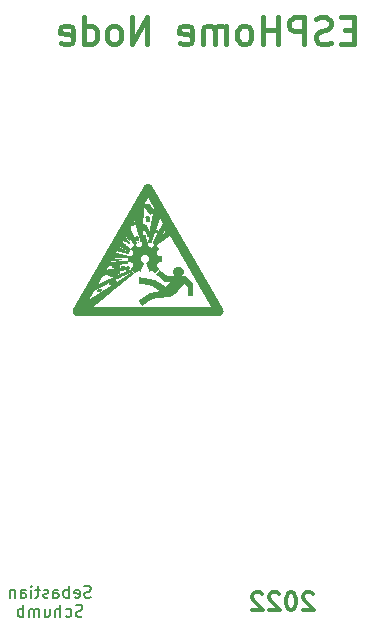
<source format=gbo>
%TF.GenerationSoftware,KiCad,Pcbnew,(6.0.6)*%
%TF.CreationDate,2022-07-17T21:08:35+02:00*%
%TF.ProjectId,esp8266-homenode,65737038-3236-4362-9d68-6f6d656e6f64,rev?*%
%TF.SameCoordinates,Original*%
%TF.FileFunction,Legend,Bot*%
%TF.FilePolarity,Positive*%
%FSLAX46Y46*%
G04 Gerber Fmt 4.6, Leading zero omitted, Abs format (unit mm)*
G04 Created by KiCad (PCBNEW (6.0.6)) date 2022-07-17 21:08:35*
%MOMM*%
%LPD*%
G01*
G04 APERTURE LIST*
%ADD10C,0.200000*%
%ADD11C,0.400000*%
%ADD12C,0.375000*%
%ADD13C,0.010000*%
G04 APERTURE END LIST*
D10*
X101242380Y-105009761D02*
X101099523Y-105057380D01*
X100861428Y-105057380D01*
X100766190Y-105009761D01*
X100718571Y-104962142D01*
X100670952Y-104866904D01*
X100670952Y-104771666D01*
X100718571Y-104676428D01*
X100766190Y-104628809D01*
X100861428Y-104581190D01*
X101051904Y-104533571D01*
X101147142Y-104485952D01*
X101194761Y-104438333D01*
X101242380Y-104343095D01*
X101242380Y-104247857D01*
X101194761Y-104152619D01*
X101147142Y-104105000D01*
X101051904Y-104057380D01*
X100813809Y-104057380D01*
X100670952Y-104105000D01*
X99861428Y-105009761D02*
X99956666Y-105057380D01*
X100147142Y-105057380D01*
X100242380Y-105009761D01*
X100290000Y-104914523D01*
X100290000Y-104533571D01*
X100242380Y-104438333D01*
X100147142Y-104390714D01*
X99956666Y-104390714D01*
X99861428Y-104438333D01*
X99813809Y-104533571D01*
X99813809Y-104628809D01*
X100290000Y-104724047D01*
X99385238Y-105057380D02*
X99385238Y-104057380D01*
X99385238Y-104438333D02*
X99290000Y-104390714D01*
X99099523Y-104390714D01*
X99004285Y-104438333D01*
X98956666Y-104485952D01*
X98909047Y-104581190D01*
X98909047Y-104866904D01*
X98956666Y-104962142D01*
X99004285Y-105009761D01*
X99099523Y-105057380D01*
X99290000Y-105057380D01*
X99385238Y-105009761D01*
X98051904Y-105057380D02*
X98051904Y-104533571D01*
X98099523Y-104438333D01*
X98194761Y-104390714D01*
X98385238Y-104390714D01*
X98480476Y-104438333D01*
X98051904Y-105009761D02*
X98147142Y-105057380D01*
X98385238Y-105057380D01*
X98480476Y-105009761D01*
X98528095Y-104914523D01*
X98528095Y-104819285D01*
X98480476Y-104724047D01*
X98385238Y-104676428D01*
X98147142Y-104676428D01*
X98051904Y-104628809D01*
X97623333Y-105009761D02*
X97528095Y-105057380D01*
X97337619Y-105057380D01*
X97242380Y-105009761D01*
X97194761Y-104914523D01*
X97194761Y-104866904D01*
X97242380Y-104771666D01*
X97337619Y-104724047D01*
X97480476Y-104724047D01*
X97575714Y-104676428D01*
X97623333Y-104581190D01*
X97623333Y-104533571D01*
X97575714Y-104438333D01*
X97480476Y-104390714D01*
X97337619Y-104390714D01*
X97242380Y-104438333D01*
X96909047Y-104390714D02*
X96528095Y-104390714D01*
X96766190Y-104057380D02*
X96766190Y-104914523D01*
X96718571Y-105009761D01*
X96623333Y-105057380D01*
X96528095Y-105057380D01*
X96194761Y-105057380D02*
X96194761Y-104390714D01*
X96194761Y-104057380D02*
X96242380Y-104105000D01*
X96194761Y-104152619D01*
X96147142Y-104105000D01*
X96194761Y-104057380D01*
X96194761Y-104152619D01*
X95289999Y-105057380D02*
X95289999Y-104533571D01*
X95337619Y-104438333D01*
X95432857Y-104390714D01*
X95623333Y-104390714D01*
X95718571Y-104438333D01*
X95289999Y-105009761D02*
X95385238Y-105057380D01*
X95623333Y-105057380D01*
X95718571Y-105009761D01*
X95766190Y-104914523D01*
X95766190Y-104819285D01*
X95718571Y-104724047D01*
X95623333Y-104676428D01*
X95385238Y-104676428D01*
X95289999Y-104628809D01*
X94813809Y-104390714D02*
X94813809Y-105057380D01*
X94813809Y-104485952D02*
X94766190Y-104438333D01*
X94670952Y-104390714D01*
X94528095Y-104390714D01*
X94432857Y-104438333D01*
X94385238Y-104533571D01*
X94385238Y-105057380D01*
X100528095Y-106619761D02*
X100385238Y-106667380D01*
X100147142Y-106667380D01*
X100051904Y-106619761D01*
X100004285Y-106572142D01*
X99956666Y-106476904D01*
X99956666Y-106381666D01*
X100004285Y-106286428D01*
X100051904Y-106238809D01*
X100147142Y-106191190D01*
X100337619Y-106143571D01*
X100432857Y-106095952D01*
X100480476Y-106048333D01*
X100528095Y-105953095D01*
X100528095Y-105857857D01*
X100480476Y-105762619D01*
X100432857Y-105715000D01*
X100337619Y-105667380D01*
X100099523Y-105667380D01*
X99956666Y-105715000D01*
X99099523Y-106619761D02*
X99194761Y-106667380D01*
X99385238Y-106667380D01*
X99480476Y-106619761D01*
X99528095Y-106572142D01*
X99575714Y-106476904D01*
X99575714Y-106191190D01*
X99528095Y-106095952D01*
X99480476Y-106048333D01*
X99385238Y-106000714D01*
X99194761Y-106000714D01*
X99099523Y-106048333D01*
X98670952Y-106667380D02*
X98670952Y-105667380D01*
X98242380Y-106667380D02*
X98242380Y-106143571D01*
X98290000Y-106048333D01*
X98385238Y-106000714D01*
X98528095Y-106000714D01*
X98623333Y-106048333D01*
X98670952Y-106095952D01*
X97337619Y-106000714D02*
X97337619Y-106667380D01*
X97766190Y-106000714D02*
X97766190Y-106524523D01*
X97718571Y-106619761D01*
X97623333Y-106667380D01*
X97480476Y-106667380D01*
X97385238Y-106619761D01*
X97337619Y-106572142D01*
X96861428Y-106667380D02*
X96861428Y-106000714D01*
X96861428Y-106095952D02*
X96813809Y-106048333D01*
X96718571Y-106000714D01*
X96575714Y-106000714D01*
X96480476Y-106048333D01*
X96432857Y-106143571D01*
X96432857Y-106667380D01*
X96432857Y-106143571D02*
X96385238Y-106048333D01*
X96290000Y-106000714D01*
X96147142Y-106000714D01*
X96051904Y-106048333D01*
X96004285Y-106143571D01*
X96004285Y-106667380D01*
X95528095Y-106667380D02*
X95528095Y-105667380D01*
X95528095Y-106048333D02*
X95432857Y-106000714D01*
X95242380Y-106000714D01*
X95147142Y-106048333D01*
X95099523Y-106095952D01*
X95051904Y-106191190D01*
X95051904Y-106476904D01*
X95099523Y-106572142D01*
X95147142Y-106619761D01*
X95242380Y-106667380D01*
X95432857Y-106667380D01*
X95528095Y-106619761D01*
D11*
X123500000Y-56989285D02*
X122750000Y-56989285D01*
X122428571Y-58167857D02*
X123500000Y-58167857D01*
X123500000Y-55917857D01*
X122428571Y-55917857D01*
X121571428Y-58060714D02*
X121250000Y-58167857D01*
X120714285Y-58167857D01*
X120500000Y-58060714D01*
X120392857Y-57953571D01*
X120285714Y-57739285D01*
X120285714Y-57525000D01*
X120392857Y-57310714D01*
X120500000Y-57203571D01*
X120714285Y-57096428D01*
X121142857Y-56989285D01*
X121357142Y-56882142D01*
X121464285Y-56775000D01*
X121571428Y-56560714D01*
X121571428Y-56346428D01*
X121464285Y-56132142D01*
X121357142Y-56025000D01*
X121142857Y-55917857D01*
X120607142Y-55917857D01*
X120285714Y-56025000D01*
X119321428Y-58167857D02*
X119321428Y-55917857D01*
X118464285Y-55917857D01*
X118250000Y-56025000D01*
X118142857Y-56132142D01*
X118035714Y-56346428D01*
X118035714Y-56667857D01*
X118142857Y-56882142D01*
X118250000Y-56989285D01*
X118464285Y-57096428D01*
X119321428Y-57096428D01*
X117071428Y-58167857D02*
X117071428Y-55917857D01*
X117071428Y-56989285D02*
X115785714Y-56989285D01*
X115785714Y-58167857D02*
X115785714Y-55917857D01*
X114392857Y-58167857D02*
X114607142Y-58060714D01*
X114714285Y-57953571D01*
X114821428Y-57739285D01*
X114821428Y-57096428D01*
X114714285Y-56882142D01*
X114607142Y-56775000D01*
X114392857Y-56667857D01*
X114071428Y-56667857D01*
X113857142Y-56775000D01*
X113750000Y-56882142D01*
X113642857Y-57096428D01*
X113642857Y-57739285D01*
X113750000Y-57953571D01*
X113857142Y-58060714D01*
X114071428Y-58167857D01*
X114392857Y-58167857D01*
X112678571Y-58167857D02*
X112678571Y-56667857D01*
X112678571Y-56882142D02*
X112571428Y-56775000D01*
X112357142Y-56667857D01*
X112035714Y-56667857D01*
X111821428Y-56775000D01*
X111714285Y-56989285D01*
X111714285Y-58167857D01*
X111714285Y-56989285D02*
X111607142Y-56775000D01*
X111392857Y-56667857D01*
X111071428Y-56667857D01*
X110857142Y-56775000D01*
X110750000Y-56989285D01*
X110750000Y-58167857D01*
X108821428Y-58060714D02*
X109035714Y-58167857D01*
X109464285Y-58167857D01*
X109678571Y-58060714D01*
X109785714Y-57846428D01*
X109785714Y-56989285D01*
X109678571Y-56775000D01*
X109464285Y-56667857D01*
X109035714Y-56667857D01*
X108821428Y-56775000D01*
X108714285Y-56989285D01*
X108714285Y-57203571D01*
X109785714Y-57417857D01*
X106035714Y-58167857D02*
X106035714Y-55917857D01*
X104750000Y-58167857D01*
X104750000Y-55917857D01*
X103357142Y-58167857D02*
X103571428Y-58060714D01*
X103678571Y-57953571D01*
X103785714Y-57739285D01*
X103785714Y-57096428D01*
X103678571Y-56882142D01*
X103571428Y-56775000D01*
X103357142Y-56667857D01*
X103035714Y-56667857D01*
X102821428Y-56775000D01*
X102714285Y-56882142D01*
X102607142Y-57096428D01*
X102607142Y-57739285D01*
X102714285Y-57953571D01*
X102821428Y-58060714D01*
X103035714Y-58167857D01*
X103357142Y-58167857D01*
X100678571Y-58167857D02*
X100678571Y-55917857D01*
X100678571Y-58060714D02*
X100892857Y-58167857D01*
X101321428Y-58167857D01*
X101535714Y-58060714D01*
X101642857Y-57953571D01*
X101750000Y-57739285D01*
X101750000Y-57096428D01*
X101642857Y-56882142D01*
X101535714Y-56775000D01*
X101321428Y-56667857D01*
X100892857Y-56667857D01*
X100678571Y-56775000D01*
X98750000Y-58060714D02*
X98964285Y-58167857D01*
X99392857Y-58167857D01*
X99607142Y-58060714D01*
X99714285Y-57846428D01*
X99714285Y-56989285D01*
X99607142Y-56775000D01*
X99392857Y-56667857D01*
X98964285Y-56667857D01*
X98750000Y-56775000D01*
X98642857Y-56989285D01*
X98642857Y-57203571D01*
X99714285Y-57417857D01*
D12*
X120046428Y-104731428D02*
X119975000Y-104660000D01*
X119832142Y-104588571D01*
X119475000Y-104588571D01*
X119332142Y-104660000D01*
X119260714Y-104731428D01*
X119189285Y-104874285D01*
X119189285Y-105017142D01*
X119260714Y-105231428D01*
X120117857Y-106088571D01*
X119189285Y-106088571D01*
X118260714Y-104588571D02*
X118117857Y-104588571D01*
X117975000Y-104660000D01*
X117903571Y-104731428D01*
X117832142Y-104874285D01*
X117760714Y-105160000D01*
X117760714Y-105517142D01*
X117832142Y-105802857D01*
X117903571Y-105945714D01*
X117975000Y-106017142D01*
X118117857Y-106088571D01*
X118260714Y-106088571D01*
X118403571Y-106017142D01*
X118475000Y-105945714D01*
X118546428Y-105802857D01*
X118617857Y-105517142D01*
X118617857Y-105160000D01*
X118546428Y-104874285D01*
X118475000Y-104731428D01*
X118403571Y-104660000D01*
X118260714Y-104588571D01*
X117189285Y-104731428D02*
X117117857Y-104660000D01*
X116975000Y-104588571D01*
X116617857Y-104588571D01*
X116475000Y-104660000D01*
X116403571Y-104731428D01*
X116332142Y-104874285D01*
X116332142Y-105017142D01*
X116403571Y-105231428D01*
X117260714Y-106088571D01*
X116332142Y-106088571D01*
X115760714Y-104731428D02*
X115689285Y-104660000D01*
X115546428Y-104588571D01*
X115189285Y-104588571D01*
X115046428Y-104660000D01*
X114975000Y-104731428D01*
X114903571Y-104874285D01*
X114903571Y-105017142D01*
X114975000Y-105231428D01*
X115832142Y-106088571D01*
X114903571Y-106088571D01*
%TO.C,G\u002A\u002A\u002A*%
G36*
X105252166Y-74953778D02*
G01*
X105252509Y-74955076D01*
X105251813Y-74955938D01*
X105248480Y-74957529D01*
X105245446Y-74958237D01*
X105240667Y-74960275D01*
X105236458Y-74962190D01*
X105229490Y-74965025D01*
X105221617Y-74967999D01*
X105214425Y-74970750D01*
X105208767Y-74973175D01*
X105205883Y-74974743D01*
X105204565Y-74975738D01*
X105203026Y-74975760D01*
X105203484Y-74973513D01*
X105205929Y-74970010D01*
X105206064Y-74969861D01*
X105215609Y-74962185D01*
X105227714Y-74956624D01*
X105240991Y-74953817D01*
X105241467Y-74953774D01*
X105248645Y-74953361D01*
X105252166Y-74953778D01*
G37*
D13*
X105252166Y-74953778D02*
X105252509Y-74955076D01*
X105251813Y-74955938D01*
X105248480Y-74957529D01*
X105245446Y-74958237D01*
X105240667Y-74960275D01*
X105236458Y-74962190D01*
X105229490Y-74965025D01*
X105221617Y-74967999D01*
X105214425Y-74970750D01*
X105208767Y-74973175D01*
X105205883Y-74974743D01*
X105204565Y-74975738D01*
X105203026Y-74975760D01*
X105203484Y-74973513D01*
X105205929Y-74970010D01*
X105206064Y-74969861D01*
X105215609Y-74962185D01*
X105227714Y-74956624D01*
X105240991Y-74953817D01*
X105241467Y-74953774D01*
X105248645Y-74953361D01*
X105252166Y-74953778D01*
G36*
X105974565Y-72703661D02*
G01*
X105990291Y-72708443D01*
X106004742Y-72716745D01*
X106017255Y-72728427D01*
X106022018Y-72733987D01*
X106034793Y-72748269D01*
X106046962Y-72760737D01*
X106059813Y-72772669D01*
X106074634Y-72785342D01*
X106076914Y-72787239D01*
X106086738Y-72795531D01*
X106096234Y-72803710D01*
X106104416Y-72810923D01*
X106110303Y-72816314D01*
X106110766Y-72816758D01*
X106116627Y-72822693D01*
X106124285Y-72830856D01*
X106133154Y-72840581D01*
X106142649Y-72851202D01*
X106152184Y-72862053D01*
X106161174Y-72872470D01*
X106169034Y-72881787D01*
X106175178Y-72889337D01*
X106179022Y-72894456D01*
X106180892Y-72897473D01*
X106186245Y-72909604D01*
X106190328Y-72924453D01*
X106192957Y-72940955D01*
X106193945Y-72958047D01*
X106193103Y-72974666D01*
X106193022Y-72975336D01*
X106191431Y-72983959D01*
X106188648Y-72995377D01*
X106184988Y-73008543D01*
X106180768Y-73022414D01*
X106176305Y-73035944D01*
X106171915Y-73048091D01*
X106167914Y-73057808D01*
X106167706Y-73058270D01*
X106165238Y-73063849D01*
X106161624Y-73072149D01*
X106157315Y-73082124D01*
X106152764Y-73092733D01*
X106150655Y-73097605D01*
X106145521Y-73108719D01*
X106141021Y-73117028D01*
X106136638Y-73123422D01*
X106131857Y-73128791D01*
X106127808Y-73132605D01*
X106119547Y-73139676D01*
X106109909Y-73147355D01*
X106100023Y-73154778D01*
X106091015Y-73161082D01*
X106084013Y-73165404D01*
X106083798Y-73165519D01*
X106078492Y-73167528D01*
X106071656Y-73168538D01*
X106062644Y-73168552D01*
X106050810Y-73167573D01*
X106035506Y-73165603D01*
X106024491Y-73163814D01*
X106010635Y-73161155D01*
X105995628Y-73157947D01*
X105980228Y-73154378D01*
X105965196Y-73150639D01*
X105951289Y-73146918D01*
X105939267Y-73143405D01*
X105929889Y-73140289D01*
X105923913Y-73137760D01*
X105920844Y-73135924D01*
X105911507Y-73127698D01*
X105904817Y-73117443D01*
X105901566Y-73106274D01*
X105901409Y-73101289D01*
X105902049Y-73091594D01*
X105903528Y-73079435D01*
X105905682Y-73065748D01*
X105908345Y-73051468D01*
X105911353Y-73037529D01*
X105914541Y-73024867D01*
X105917745Y-73014416D01*
X105917890Y-73013998D01*
X105920268Y-73006618D01*
X105921829Y-72999979D01*
X105922736Y-72992839D01*
X105923148Y-72983954D01*
X105923228Y-72972083D01*
X105923083Y-72960211D01*
X105922591Y-72951014D01*
X105921569Y-72943360D01*
X105919836Y-72935895D01*
X105917209Y-72927265D01*
X105916757Y-72925902D01*
X105912565Y-72914814D01*
X105907464Y-72903212D01*
X105902457Y-72893398D01*
X105901112Y-72891047D01*
X105896587Y-72883769D01*
X105892479Y-72878840D01*
X105887649Y-72875094D01*
X105880959Y-72871363D01*
X105874493Y-72867832D01*
X105869917Y-72864395D01*
X105867024Y-72860331D01*
X105864647Y-72854429D01*
X105863111Y-72849448D01*
X105861249Y-72838332D01*
X105861584Y-72826255D01*
X105864097Y-72811877D01*
X105864927Y-72808204D01*
X105866249Y-72802615D01*
X105867563Y-72797744D01*
X105869176Y-72792657D01*
X105871393Y-72786421D01*
X105874520Y-72778102D01*
X105878861Y-72766766D01*
X105882937Y-72756445D01*
X105888095Y-72744943D01*
X105893323Y-72736056D01*
X105899373Y-72728947D01*
X105906999Y-72722777D01*
X105916954Y-72716711D01*
X105929990Y-72709909D01*
X105941951Y-72705223D01*
X105958230Y-72702540D01*
X105974565Y-72703661D01*
G37*
X105974565Y-72703661D02*
X105990291Y-72708443D01*
X106004742Y-72716745D01*
X106017255Y-72728427D01*
X106022018Y-72733987D01*
X106034793Y-72748269D01*
X106046962Y-72760737D01*
X106059813Y-72772669D01*
X106074634Y-72785342D01*
X106076914Y-72787239D01*
X106086738Y-72795531D01*
X106096234Y-72803710D01*
X106104416Y-72810923D01*
X106110303Y-72816314D01*
X106110766Y-72816758D01*
X106116627Y-72822693D01*
X106124285Y-72830856D01*
X106133154Y-72840581D01*
X106142649Y-72851202D01*
X106152184Y-72862053D01*
X106161174Y-72872470D01*
X106169034Y-72881787D01*
X106175178Y-72889337D01*
X106179022Y-72894456D01*
X106180892Y-72897473D01*
X106186245Y-72909604D01*
X106190328Y-72924453D01*
X106192957Y-72940955D01*
X106193945Y-72958047D01*
X106193103Y-72974666D01*
X106193022Y-72975336D01*
X106191431Y-72983959D01*
X106188648Y-72995377D01*
X106184988Y-73008543D01*
X106180768Y-73022414D01*
X106176305Y-73035944D01*
X106171915Y-73048091D01*
X106167914Y-73057808D01*
X106167706Y-73058270D01*
X106165238Y-73063849D01*
X106161624Y-73072149D01*
X106157315Y-73082124D01*
X106152764Y-73092733D01*
X106150655Y-73097605D01*
X106145521Y-73108719D01*
X106141021Y-73117028D01*
X106136638Y-73123422D01*
X106131857Y-73128791D01*
X106127808Y-73132605D01*
X106119547Y-73139676D01*
X106109909Y-73147355D01*
X106100023Y-73154778D01*
X106091015Y-73161082D01*
X106084013Y-73165404D01*
X106083798Y-73165519D01*
X106078492Y-73167528D01*
X106071656Y-73168538D01*
X106062644Y-73168552D01*
X106050810Y-73167573D01*
X106035506Y-73165603D01*
X106024491Y-73163814D01*
X106010635Y-73161155D01*
X105995628Y-73157947D01*
X105980228Y-73154378D01*
X105965196Y-73150639D01*
X105951289Y-73146918D01*
X105939267Y-73143405D01*
X105929889Y-73140289D01*
X105923913Y-73137760D01*
X105920844Y-73135924D01*
X105911507Y-73127698D01*
X105904817Y-73117443D01*
X105901566Y-73106274D01*
X105901409Y-73101289D01*
X105902049Y-73091594D01*
X105903528Y-73079435D01*
X105905682Y-73065748D01*
X105908345Y-73051468D01*
X105911353Y-73037529D01*
X105914541Y-73024867D01*
X105917745Y-73014416D01*
X105917890Y-73013998D01*
X105920268Y-73006618D01*
X105921829Y-72999979D01*
X105922736Y-72992839D01*
X105923148Y-72983954D01*
X105923228Y-72972083D01*
X105923083Y-72960211D01*
X105922591Y-72951014D01*
X105921569Y-72943360D01*
X105919836Y-72935895D01*
X105917209Y-72927265D01*
X105916757Y-72925902D01*
X105912565Y-72914814D01*
X105907464Y-72903212D01*
X105902457Y-72893398D01*
X105901112Y-72891047D01*
X105896587Y-72883769D01*
X105892479Y-72878840D01*
X105887649Y-72875094D01*
X105880959Y-72871363D01*
X105874493Y-72867832D01*
X105869917Y-72864395D01*
X105867024Y-72860331D01*
X105864647Y-72854429D01*
X105863111Y-72849448D01*
X105861249Y-72838332D01*
X105861584Y-72826255D01*
X105864097Y-72811877D01*
X105864927Y-72808204D01*
X105866249Y-72802615D01*
X105867563Y-72797744D01*
X105869176Y-72792657D01*
X105871393Y-72786421D01*
X105874520Y-72778102D01*
X105878861Y-72766766D01*
X105882937Y-72756445D01*
X105888095Y-72744943D01*
X105893323Y-72736056D01*
X105899373Y-72728947D01*
X105906999Y-72722777D01*
X105916954Y-72716711D01*
X105929990Y-72709909D01*
X105941951Y-72705223D01*
X105958230Y-72702540D01*
X105974565Y-72703661D01*
G36*
X105462091Y-70693304D02*
G01*
X105456776Y-70702516D01*
X105457068Y-70702009D01*
X105462376Y-70692809D01*
X105465189Y-70687934D01*
X105462091Y-70693304D01*
G37*
X105462091Y-70693304D02*
X105456776Y-70702516D01*
X105457068Y-70702009D01*
X105462376Y-70692809D01*
X105465189Y-70687934D01*
X105462091Y-70693304D01*
G36*
X105976041Y-74936879D02*
G01*
X105976824Y-74937594D01*
X105978511Y-74939441D01*
X105979978Y-74941835D01*
X105981361Y-74945295D01*
X105982798Y-74950336D01*
X105984423Y-74957478D01*
X105986373Y-74967237D01*
X105988785Y-74980130D01*
X105991795Y-74996675D01*
X105993208Y-75004458D01*
X105994948Y-75013964D01*
X105996368Y-75021636D01*
X105997253Y-75026308D01*
X105998408Y-75032272D01*
X106000501Y-75043292D01*
X106002922Y-75056205D01*
X106005422Y-75069684D01*
X106007753Y-75082400D01*
X106007819Y-75082761D01*
X106009890Y-75094083D01*
X106012173Y-75106477D01*
X106014187Y-75117325D01*
X106016196Y-75128093D01*
X106018511Y-75140526D01*
X106020592Y-75151720D01*
X106022625Y-75162650D01*
X106024987Y-75175327D01*
X106027102Y-75186645D01*
X106028312Y-75193111D01*
X106029535Y-75199633D01*
X106030844Y-75206606D01*
X106032379Y-75214772D01*
X106034280Y-75224874D01*
X106036686Y-75237653D01*
X106039736Y-75253850D01*
X106039794Y-75254154D01*
X106041891Y-75265542D01*
X106044137Y-75278102D01*
X106046056Y-75289170D01*
X106048041Y-75299342D01*
X106050971Y-75309384D01*
X106054636Y-75316731D01*
X106059385Y-75322250D01*
X106059690Y-75322502D01*
X106063723Y-75324922D01*
X106070674Y-75328388D01*
X106079651Y-75332477D01*
X106089764Y-75336763D01*
X106099902Y-75340904D01*
X106113533Y-75346472D01*
X106126884Y-75351923D01*
X106138134Y-75356516D01*
X106138919Y-75356837D01*
X106160556Y-75365676D01*
X106183224Y-75374947D01*
X106205683Y-75384142D01*
X106226696Y-75392756D01*
X106245025Y-75400280D01*
X106262809Y-75407551D01*
X106280478Y-75414671D01*
X106294737Y-75420274D01*
X106305841Y-75424456D01*
X106314044Y-75427313D01*
X106319601Y-75428939D01*
X106322766Y-75429431D01*
X106323129Y-75429415D01*
X106328476Y-75428211D01*
X106334496Y-75425727D01*
X106335772Y-75425023D01*
X106338712Y-75423248D01*
X106342945Y-75420551D01*
X106348669Y-75416797D01*
X106356083Y-75411850D01*
X106365386Y-75405576D01*
X106376776Y-75397839D01*
X106390453Y-75388504D01*
X106406617Y-75377435D01*
X106425464Y-75364497D01*
X106447196Y-75349556D01*
X106472010Y-75332475D01*
X106500105Y-75313119D01*
X106501529Y-75312138D01*
X106526865Y-75294682D01*
X106548965Y-75279470D01*
X106568066Y-75266346D01*
X106584402Y-75255158D01*
X106598209Y-75245751D01*
X106609724Y-75237971D01*
X106619181Y-75231664D01*
X106626817Y-75226676D01*
X106632866Y-75222853D01*
X106637566Y-75220041D01*
X106641150Y-75218085D01*
X106643856Y-75216832D01*
X106645918Y-75216128D01*
X106647572Y-75215818D01*
X106649055Y-75215750D01*
X106649577Y-75215784D01*
X106651117Y-75216222D01*
X106653167Y-75217309D01*
X106655918Y-75219226D01*
X106659558Y-75222154D01*
X106664279Y-75226274D01*
X106670271Y-75231767D01*
X106677725Y-75238814D01*
X106686829Y-75247597D01*
X106697776Y-75258297D01*
X106710754Y-75271094D01*
X106725955Y-75286170D01*
X106743568Y-75303706D01*
X106763784Y-75323884D01*
X106786793Y-75346883D01*
X106789558Y-75349649D01*
X106812655Y-75372717D01*
X106832967Y-75392990D01*
X106850654Y-75410675D01*
X106865873Y-75425982D01*
X106878782Y-75439117D01*
X106889539Y-75450291D01*
X106898301Y-75459710D01*
X106905226Y-75467584D01*
X106910473Y-75474120D01*
X106914198Y-75479528D01*
X106916560Y-75484015D01*
X106917716Y-75487790D01*
X106917825Y-75491061D01*
X106917044Y-75494036D01*
X106915530Y-75496925D01*
X106913443Y-75499934D01*
X106910938Y-75503274D01*
X106908175Y-75507151D01*
X106907575Y-75508041D01*
X106902072Y-75516162D01*
X106894618Y-75527114D01*
X106885607Y-75540319D01*
X106875433Y-75555203D01*
X106864490Y-75571191D01*
X106853171Y-75587708D01*
X106841871Y-75604177D01*
X106830985Y-75620024D01*
X106820905Y-75634673D01*
X106812026Y-75647550D01*
X106806855Y-75655050D01*
X106798328Y-75667464D01*
X106789720Y-75680034D01*
X106782279Y-75690941D01*
X106777620Y-75697773D01*
X106770182Y-75708637D01*
X106761640Y-75721084D01*
X106752718Y-75734057D01*
X106744140Y-75746500D01*
X106742063Y-75749512D01*
X106732336Y-75763693D01*
X106724750Y-75774967D01*
X106719046Y-75783791D01*
X106714963Y-75790623D01*
X106712241Y-75795921D01*
X106710619Y-75800143D01*
X106709837Y-75803747D01*
X106709634Y-75807191D01*
X106709636Y-75807312D01*
X106710295Y-75810587D01*
X106712172Y-75816464D01*
X106715330Y-75825102D01*
X106719834Y-75836658D01*
X106725746Y-75851290D01*
X106733131Y-75869155D01*
X106742052Y-75890412D01*
X106752573Y-75915219D01*
X106764758Y-75943732D01*
X106774217Y-75965768D01*
X106784423Y-75989436D01*
X106793211Y-76009667D01*
X106800700Y-76026718D01*
X106807007Y-76040848D01*
X106812251Y-76052314D01*
X106816551Y-76061374D01*
X106820025Y-76068286D01*
X106822790Y-76073309D01*
X106824966Y-76076699D01*
X106826670Y-76078715D01*
X106829937Y-76081413D01*
X106835510Y-76084614D01*
X106842885Y-76087304D01*
X106852869Y-76089760D01*
X106866267Y-76092257D01*
X106873545Y-76093520D01*
X106884622Y-76095507D01*
X106894842Y-76097400D01*
X106898406Y-76098075D01*
X106931385Y-76104281D01*
X106962575Y-76110078D01*
X106964561Y-76110445D01*
X106975723Y-76112509D01*
X106987076Y-76114616D01*
X106996442Y-76116359D01*
X106997144Y-76116490D01*
X107007007Y-76118318D01*
X107018490Y-76120432D01*
X107029250Y-76122400D01*
X107029611Y-76122466D01*
X107040933Y-76124544D01*
X107053328Y-76126843D01*
X107064175Y-76128878D01*
X107080023Y-76131872D01*
X107097602Y-76135185D01*
X107112275Y-76137935D01*
X107124748Y-76140253D01*
X107135732Y-76142270D01*
X107145935Y-76144116D01*
X107156066Y-76145923D01*
X107166834Y-76147820D01*
X107169492Y-76148299D01*
X107178287Y-76150040D01*
X107185649Y-76151724D01*
X107190204Y-76153043D01*
X107191001Y-76153335D01*
X107192890Y-76153977D01*
X107194544Y-76154665D01*
X107195979Y-76155660D01*
X107197212Y-76157225D01*
X107198256Y-76159620D01*
X107199127Y-76163107D01*
X107199842Y-76167949D01*
X107200415Y-76174407D01*
X107200862Y-76182742D01*
X107201199Y-76193217D01*
X107201440Y-76206094D01*
X107201602Y-76221633D01*
X107201700Y-76240096D01*
X107201749Y-76261747D01*
X107201765Y-76286845D01*
X107201763Y-76315653D01*
X107201759Y-76348433D01*
X107201759Y-76354968D01*
X107201757Y-76386469D01*
X107201747Y-76414055D01*
X107201724Y-76437993D01*
X107201681Y-76458550D01*
X107201611Y-76475993D01*
X107201510Y-76490590D01*
X107201370Y-76502607D01*
X107201185Y-76512310D01*
X107200949Y-76519968D01*
X107200656Y-76525847D01*
X107200300Y-76530214D01*
X107199875Y-76533337D01*
X107199374Y-76535481D01*
X107198791Y-76536915D01*
X107198121Y-76537905D01*
X107197356Y-76538718D01*
X107193966Y-76541078D01*
X107188156Y-76543439D01*
X107179540Y-76545847D01*
X107167650Y-76548433D01*
X107152017Y-76551326D01*
X107144370Y-76552695D01*
X107134306Y-76554542D01*
X107124500Y-76556380D01*
X107123957Y-76556483D01*
X107113557Y-76558445D01*
X107101624Y-76560680D01*
X107090634Y-76562722D01*
X107073376Y-76565915D01*
X107050377Y-76570184D01*
X107029161Y-76574141D01*
X107008305Y-76578050D01*
X106986388Y-76582178D01*
X106986157Y-76582222D01*
X106974928Y-76584324D01*
X106962289Y-76586666D01*
X106950934Y-76588749D01*
X106950090Y-76588903D01*
X106939175Y-76590905D01*
X106927739Y-76593021D01*
X106918125Y-76594819D01*
X106917424Y-76594952D01*
X106907560Y-76596796D01*
X106896077Y-76598923D01*
X106885317Y-76600899D01*
X106873211Y-76603158D01*
X106860427Y-76605734D01*
X106850891Y-76607959D01*
X106844066Y-76609978D01*
X106839413Y-76611933D01*
X106836397Y-76613969D01*
X106835109Y-76615326D01*
X106831015Y-76621399D01*
X106826268Y-76630414D01*
X106821273Y-76641559D01*
X106816432Y-76654024D01*
X106814940Y-76658044D01*
X106812692Y-76663637D01*
X106811214Y-76666724D01*
X106809837Y-76669661D01*
X106807561Y-76675368D01*
X106804884Y-76682599D01*
X106802217Y-76689797D01*
X106799931Y-76695515D01*
X106798534Y-76698474D01*
X106797147Y-76701411D01*
X106794863Y-76707118D01*
X106792184Y-76714349D01*
X106789517Y-76721547D01*
X106787231Y-76727265D01*
X106785834Y-76730224D01*
X106784447Y-76733161D01*
X106782163Y-76738868D01*
X106779484Y-76746099D01*
X106776820Y-76753298D01*
X106774540Y-76759015D01*
X106773154Y-76761974D01*
X106772373Y-76763486D01*
X106770352Y-76768286D01*
X106767938Y-76774674D01*
X106766621Y-76778265D01*
X106763730Y-76785782D01*
X106761326Y-76791608D01*
X106760386Y-76793820D01*
X106757876Y-76799897D01*
X106754221Y-76808841D01*
X106749676Y-76820030D01*
X106744493Y-76832838D01*
X106738928Y-76846641D01*
X106733767Y-76859589D01*
X106728205Y-76874013D01*
X106724132Y-76885296D01*
X106721408Y-76893852D01*
X106719895Y-76900096D01*
X106719452Y-76904443D01*
X106719456Y-76904630D01*
X106719733Y-76907151D01*
X106720559Y-76910158D01*
X106722105Y-76913923D01*
X106724542Y-76918715D01*
X106728041Y-76924807D01*
X106732774Y-76932468D01*
X106738912Y-76941969D01*
X106746626Y-76953581D01*
X106756087Y-76967576D01*
X106767467Y-76984223D01*
X106780936Y-77003793D01*
X106796666Y-77026558D01*
X106797933Y-77028390D01*
X106806416Y-77040680D01*
X106815530Y-77053923D01*
X106824262Y-77066641D01*
X106831596Y-77077358D01*
X106837809Y-77086453D01*
X106845984Y-77098403D01*
X106853935Y-77110009D01*
X106860582Y-77119693D01*
X106863120Y-77123387D01*
X106869873Y-77133216D01*
X106877856Y-77144837D01*
X106886276Y-77157096D01*
X106894340Y-77168839D01*
X106897496Y-77173445D01*
X106905333Y-77185037D01*
X106911058Y-77193916D01*
X106914932Y-77200632D01*
X106917217Y-77205733D01*
X106918173Y-77209768D01*
X106918060Y-77213285D01*
X106917140Y-77216834D01*
X106917020Y-77217112D01*
X106914599Y-77220426D01*
X106909246Y-77226557D01*
X106900948Y-77235521D01*
X106889690Y-77247333D01*
X106875458Y-77262007D01*
X106858236Y-77279559D01*
X106838010Y-77300004D01*
X106814766Y-77323358D01*
X106788489Y-77349634D01*
X106775975Y-77362113D01*
X106757180Y-77380821D01*
X106739328Y-77398546D01*
X106722647Y-77415066D01*
X106707364Y-77430157D01*
X106693707Y-77443594D01*
X106681903Y-77455155D01*
X106672181Y-77464616D01*
X106664767Y-77471752D01*
X106659889Y-77476340D01*
X106657775Y-77478157D01*
X106656920Y-77478624D01*
X106654658Y-77479798D01*
X106652460Y-77480588D01*
X106650029Y-77480825D01*
X106647069Y-77480344D01*
X106643283Y-77478976D01*
X106638376Y-77476555D01*
X106632050Y-77472913D01*
X106624009Y-77467884D01*
X106613957Y-77461299D01*
X106601597Y-77452992D01*
X106586634Y-77442795D01*
X106568770Y-77430542D01*
X106547709Y-77416064D01*
X106535967Y-77407996D01*
X106519989Y-77397029D01*
X106503352Y-77385617D01*
X106487436Y-77374709D01*
X106473625Y-77365254D01*
X106462884Y-77357901D01*
X106448808Y-77348258D01*
X106434721Y-77338599D01*
X106421789Y-77329725D01*
X106411184Y-77322438D01*
X106398883Y-77313979D01*
X106386389Y-77305414D01*
X106376612Y-77298790D01*
X106369123Y-77293860D01*
X106363491Y-77290373D01*
X106359287Y-77288079D01*
X106356082Y-77286729D01*
X106353444Y-77286074D01*
X106350944Y-77285864D01*
X106348153Y-77285849D01*
X106344615Y-77286103D01*
X106340036Y-77287159D01*
X106334260Y-77289282D01*
X106326669Y-77292733D01*
X106316644Y-77297772D01*
X106303568Y-77304661D01*
X106302739Y-77305103D01*
X106284293Y-77314943D01*
X106269070Y-77323061D01*
X106256578Y-77329719D01*
X106246325Y-77335179D01*
X106237821Y-77339702D01*
X106230573Y-77343549D01*
X106224090Y-77346984D01*
X106220189Y-77348997D01*
X106212150Y-77352468D01*
X106205916Y-77353527D01*
X106200876Y-77351848D01*
X106196416Y-77347106D01*
X106191924Y-77338973D01*
X106186787Y-77327124D01*
X106183220Y-77318430D01*
X106174272Y-77296683D01*
X106164114Y-77272064D01*
X106153040Y-77245285D01*
X106141345Y-77217058D01*
X106139267Y-77212048D01*
X106133227Y-77197468D01*
X106126902Y-77182188D01*
X106120930Y-77167744D01*
X106115945Y-77155674D01*
X106114218Y-77151491D01*
X106108785Y-77138344D01*
X106102604Y-77123404D01*
X106096312Y-77108208D01*
X106090545Y-77094291D01*
X106088467Y-77089282D01*
X106082427Y-77074701D01*
X106076102Y-77059421D01*
X106070130Y-77044978D01*
X106065145Y-77032908D01*
X106063418Y-77028724D01*
X106057985Y-77015577D01*
X106051804Y-77000637D01*
X106045512Y-76985441D01*
X106039745Y-76971524D01*
X106037667Y-76966515D01*
X106031627Y-76951934D01*
X106025302Y-76936654D01*
X106019330Y-76922211D01*
X106014345Y-76910141D01*
X106012618Y-76905958D01*
X106007185Y-76892811D01*
X106001004Y-76877871D01*
X105994712Y-76862674D01*
X105988945Y-76848758D01*
X105986867Y-76843745D01*
X105980830Y-76829165D01*
X105974514Y-76813886D01*
X105968552Y-76799444D01*
X105963580Y-76787374D01*
X105962810Y-76785505D01*
X105958255Y-76774483D01*
X105953936Y-76764101D01*
X105950310Y-76755452D01*
X105947831Y-76749628D01*
X105946814Y-76747208D01*
X105943856Y-76737948D01*
X105943667Y-76730516D01*
X105946558Y-76724116D01*
X105952839Y-76717952D01*
X105962820Y-76711230D01*
X105968704Y-76707514D01*
X105980732Y-76699395D01*
X105994455Y-76689638D01*
X106009001Y-76678902D01*
X106023497Y-76667847D01*
X106037069Y-76657132D01*
X106048844Y-76647417D01*
X106057951Y-76639361D01*
X106071578Y-76625971D01*
X106098358Y-76595368D01*
X106121756Y-76562317D01*
X106141667Y-76527015D01*
X106157987Y-76489655D01*
X106170615Y-76450435D01*
X106179445Y-76409550D01*
X106181048Y-76396584D01*
X106182176Y-76380032D01*
X106182744Y-76361590D01*
X106182752Y-76342438D01*
X106182199Y-76323757D01*
X106181087Y-76306725D01*
X106179416Y-76292523D01*
X106177864Y-76283288D01*
X106168534Y-76242537D01*
X106155472Y-76203780D01*
X106138683Y-76167029D01*
X106118175Y-76132296D01*
X106093953Y-76099593D01*
X106066023Y-76068931D01*
X106056626Y-76059854D01*
X106026070Y-76033885D01*
X105993572Y-76011527D01*
X105958739Y-75992528D01*
X105921175Y-75976636D01*
X105911963Y-75973345D01*
X105898936Y-75969163D01*
X105885510Y-75965509D01*
X105870416Y-75962045D01*
X105852384Y-75958437D01*
X105851965Y-75958358D01*
X105837068Y-75956248D01*
X105819180Y-75954784D01*
X105799460Y-75953978D01*
X105779063Y-75953835D01*
X105759146Y-75954367D01*
X105740868Y-75955580D01*
X105725384Y-75957484D01*
X105689130Y-75965108D01*
X105650411Y-75977139D01*
X105613597Y-75992716D01*
X105578880Y-76011643D01*
X105546449Y-76033725D01*
X105516495Y-76058765D01*
X105489207Y-76086568D01*
X105464776Y-76116939D01*
X105443391Y-76149681D01*
X105425243Y-76184599D01*
X105410523Y-76221498D01*
X105399420Y-76260181D01*
X105392124Y-76300453D01*
X105388948Y-76340747D01*
X105389918Y-76381000D01*
X105395030Y-76420713D01*
X105404238Y-76459700D01*
X105417499Y-76497771D01*
X105434768Y-76534739D01*
X105456000Y-76570416D01*
X105469507Y-76589527D01*
X105488956Y-76613275D01*
X105510759Y-76635870D01*
X105535377Y-76657745D01*
X105563269Y-76679334D01*
X105594895Y-76701068D01*
X105604361Y-76707346D01*
X105614125Y-76714239D01*
X105620974Y-76719784D01*
X105625349Y-76724399D01*
X105627695Y-76728498D01*
X105628456Y-76732496D01*
X105628448Y-76733282D01*
X105627962Y-76736677D01*
X105626655Y-76741559D01*
X105624379Y-76748325D01*
X105620988Y-76757373D01*
X105616333Y-76769101D01*
X105610267Y-76783908D01*
X105602643Y-76802191D01*
X105600124Y-76808221D01*
X105595714Y-76818840D01*
X105590495Y-76831454D01*
X105584920Y-76844966D01*
X105579443Y-76858283D01*
X105576082Y-76866461D01*
X105569739Y-76881866D01*
X105563201Y-76897721D01*
X105557066Y-76912570D01*
X105551935Y-76924958D01*
X105548345Y-76933610D01*
X105534419Y-76967187D01*
X105522000Y-76997162D01*
X105510986Y-77023777D01*
X105501279Y-77047278D01*
X105492776Y-77067909D01*
X105485379Y-77085914D01*
X105478987Y-77101538D01*
X105473499Y-77115026D01*
X105468815Y-77126622D01*
X105464835Y-77136569D01*
X105461460Y-77145114D01*
X105458587Y-77152499D01*
X105456472Y-77157901D01*
X105452760Y-77167200D01*
X105448210Y-77178472D01*
X105443168Y-77190875D01*
X105437978Y-77203566D01*
X105432985Y-77215701D01*
X105428535Y-77226438D01*
X105424972Y-77234932D01*
X105422641Y-77240341D01*
X105422470Y-77240731D01*
X105420725Y-77244864D01*
X105417817Y-77251875D01*
X105414106Y-77260890D01*
X105409956Y-77271033D01*
X105409143Y-77273024D01*
X105405051Y-77283018D01*
X105401470Y-77291716D01*
X105398763Y-77298243D01*
X105397290Y-77301724D01*
X105396664Y-77303166D01*
X105394411Y-77308444D01*
X105391235Y-77315948D01*
X105387611Y-77324553D01*
X105383624Y-77333758D01*
X105378733Y-77343484D01*
X105374141Y-77349733D01*
X105369249Y-77352825D01*
X105363462Y-77353079D01*
X105356181Y-77350814D01*
X105346810Y-77346349D01*
X105346401Y-77346139D01*
X105338731Y-77342370D01*
X105331938Y-77339308D01*
X105327451Y-77337597D01*
X105323748Y-77336293D01*
X105321101Y-77334777D01*
X105320501Y-77334311D01*
X105316849Y-77332136D01*
X105310745Y-77328804D01*
X105303109Y-77324823D01*
X105295647Y-77321002D01*
X105280444Y-77313151D01*
X105266881Y-77306060D01*
X105255387Y-77299958D01*
X105246389Y-77295074D01*
X105240317Y-77291635D01*
X105237598Y-77289870D01*
X105236654Y-77289168D01*
X105231191Y-77287730D01*
X105223705Y-77287983D01*
X105215542Y-77289676D01*
X105208048Y-77292560D01*
X105202567Y-77296384D01*
X105201933Y-77296991D01*
X105198126Y-77299932D01*
X105193177Y-77303226D01*
X105188597Y-77305908D01*
X105185896Y-77307016D01*
X105185585Y-77307034D01*
X105183164Y-77308615D01*
X105181681Y-77310046D01*
X105177348Y-77313364D01*
X105171035Y-77317887D01*
X105163601Y-77323030D01*
X105155907Y-77328208D01*
X105148809Y-77332838D01*
X105143168Y-77336333D01*
X105139843Y-77338109D01*
X105139742Y-77338151D01*
X105136641Y-77339933D01*
X105130721Y-77343709D01*
X105122587Y-77349078D01*
X105112847Y-77355640D01*
X105102107Y-77362996D01*
X105092747Y-77369450D01*
X105079836Y-77378333D01*
X105067193Y-77387014D01*
X105055888Y-77394758D01*
X105046992Y-77400828D01*
X105039756Y-77405761D01*
X105027511Y-77414138D01*
X105014853Y-77422824D01*
X105003601Y-77430575D01*
X104988613Y-77440921D01*
X104973438Y-77451370D01*
X104961111Y-77459803D01*
X104951288Y-77466436D01*
X104943624Y-77471484D01*
X104937774Y-77475163D01*
X104933392Y-77477690D01*
X104930134Y-77479279D01*
X104927654Y-77480147D01*
X104925609Y-77480510D01*
X104923651Y-77480583D01*
X104922332Y-77480449D01*
X104920655Y-77479895D01*
X104918512Y-77478736D01*
X104915709Y-77476792D01*
X104912050Y-77473877D01*
X104907340Y-77469810D01*
X104901383Y-77464408D01*
X104893984Y-77457487D01*
X104884948Y-77448865D01*
X104874078Y-77438359D01*
X104861180Y-77425786D01*
X104846059Y-77410963D01*
X104828519Y-77393707D01*
X104808364Y-77373835D01*
X104785399Y-77351165D01*
X104777406Y-77343276D01*
X104754759Y-77320966D01*
X104734874Y-77301396D01*
X104717597Y-77284350D01*
X104702777Y-77269615D01*
X104690261Y-77256975D01*
X104679897Y-77246217D01*
X104671532Y-77237127D01*
X104665015Y-77229488D01*
X104660192Y-77223088D01*
X104656911Y-77217712D01*
X104655020Y-77213146D01*
X104654367Y-77209174D01*
X104654799Y-77205584D01*
X104656164Y-77202159D01*
X104658309Y-77198687D01*
X104661083Y-77194951D01*
X104664332Y-77190739D01*
X104667905Y-77185836D01*
X104672056Y-77179855D01*
X104678601Y-77170475D01*
X104684564Y-77161981D01*
X104689037Y-77155674D01*
X104692356Y-77150856D01*
X104696709Y-77144005D01*
X104699640Y-77138741D01*
X104700522Y-77137104D01*
X104703826Y-77131704D01*
X104708808Y-77124018D01*
X104714962Y-77114817D01*
X104721783Y-77104874D01*
X104727164Y-77097118D01*
X104734796Y-77086081D01*
X104743384Y-77073622D01*
X104753168Y-77059394D01*
X104764384Y-77043051D01*
X104777270Y-77024248D01*
X104792064Y-77002638D01*
X104809002Y-76977874D01*
X104809351Y-76977365D01*
X104817066Y-76966097D01*
X104825271Y-76954131D01*
X104833007Y-76942867D01*
X104839315Y-76933702D01*
X104839515Y-76933413D01*
X104845285Y-76924851D01*
X104848998Y-76918652D01*
X104851096Y-76913799D01*
X104852021Y-76909277D01*
X104852216Y-76904069D01*
X104852116Y-76902257D01*
X104851603Y-76899019D01*
X104850558Y-76894742D01*
X104848875Y-76889138D01*
X104846446Y-76881919D01*
X104843164Y-76872798D01*
X104838924Y-76861486D01*
X104833619Y-76847694D01*
X104827141Y-76831136D01*
X104819384Y-76811521D01*
X104810242Y-76788564D01*
X104799608Y-76761974D01*
X104795668Y-76752145D01*
X104786750Y-76729960D01*
X104778262Y-76708926D01*
X104770347Y-76689392D01*
X104763146Y-76671705D01*
X104756801Y-76656213D01*
X104751455Y-76643263D01*
X104747250Y-76633203D01*
X104744328Y-76626380D01*
X104742831Y-76623142D01*
X104742371Y-76622320D01*
X104740119Y-76618662D01*
X104737591Y-76615641D01*
X104734301Y-76613087D01*
X104729760Y-76610828D01*
X104723484Y-76608692D01*
X104714985Y-76606509D01*
X104703776Y-76604107D01*
X104689371Y-76601315D01*
X104671284Y-76597961D01*
X104658154Y-76595546D01*
X104645656Y-76593238D01*
X104635822Y-76591407D01*
X104627835Y-76589900D01*
X104620878Y-76588564D01*
X104614134Y-76587245D01*
X104613122Y-76587047D01*
X104604805Y-76585466D01*
X104594606Y-76583581D01*
X104584501Y-76581759D01*
X104583671Y-76581611D01*
X104572753Y-76579647D01*
X104561311Y-76577554D01*
X104551692Y-76575761D01*
X104544067Y-76574341D01*
X104532935Y-76572321D01*
X104523117Y-76570591D01*
X104516490Y-76569410D01*
X104507258Y-76567659D01*
X104499834Y-76566138D01*
X104495346Y-76565212D01*
X104486953Y-76563588D01*
X104476726Y-76561683D01*
X104465967Y-76559744D01*
X104457433Y-76558220D01*
X104446990Y-76556319D01*
X104438112Y-76554665D01*
X104432101Y-76553498D01*
X104430416Y-76553158D01*
X104422900Y-76551687D01*
X104413386Y-76549865D01*
X104403526Y-76548009D01*
X104396678Y-76546681D01*
X104387305Y-76544513D01*
X104380855Y-76542338D01*
X104376504Y-76539847D01*
X104373430Y-76536733D01*
X104373102Y-76535401D01*
X104372641Y-76530104D01*
X104372227Y-76521192D01*
X104371860Y-76509039D01*
X104371540Y-76494019D01*
X104371267Y-76476505D01*
X104371040Y-76456872D01*
X104370860Y-76435492D01*
X104370726Y-76412740D01*
X104370637Y-76388988D01*
X104370595Y-76364612D01*
X104370599Y-76339984D01*
X104370647Y-76315478D01*
X104370742Y-76291467D01*
X104370881Y-76268326D01*
X104371066Y-76246429D01*
X104371295Y-76226147D01*
X104371569Y-76207857D01*
X104371887Y-76191930D01*
X104372250Y-76178741D01*
X104372657Y-76168663D01*
X104373108Y-76162071D01*
X104373603Y-76159337D01*
X104374381Y-76158411D01*
X104378388Y-76155366D01*
X104384679Y-76152720D01*
X104393901Y-76150247D01*
X104406701Y-76147720D01*
X104407531Y-76147573D01*
X104418450Y-76145613D01*
X104429891Y-76143533D01*
X104439509Y-76141759D01*
X104441092Y-76141464D01*
X104451021Y-76139616D01*
X104462508Y-76137483D01*
X104473376Y-76135470D01*
X104475361Y-76135103D01*
X104486523Y-76133030D01*
X104497876Y-76130911D01*
X104507242Y-76129153D01*
X104524202Y-76125967D01*
X104542757Y-76122506D01*
X104560610Y-76119198D01*
X104576034Y-76116365D01*
X104585966Y-76114536D01*
X104597941Y-76112308D01*
X104608842Y-76110259D01*
X104619613Y-76108225D01*
X104632045Y-76105884D01*
X104643238Y-76103784D01*
X104654172Y-76101734D01*
X104666846Y-76099353D01*
X104678163Y-76097221D01*
X104689143Y-76095190D01*
X104701569Y-76092957D01*
X104712559Y-76091040D01*
X104712584Y-76091036D01*
X104725575Y-76088569D01*
X104735180Y-76085905D01*
X104742230Y-76082501D01*
X104747557Y-76077813D01*
X104751992Y-76071300D01*
X104756366Y-76062416D01*
X104760301Y-76053678D01*
X104763322Y-76046918D01*
X104765696Y-76041513D01*
X104767989Y-76036173D01*
X104770767Y-76029608D01*
X104772465Y-76025599D01*
X104775223Y-76019147D01*
X104777117Y-76014791D01*
X104778071Y-76012613D01*
X104780563Y-76006816D01*
X104783467Y-75999975D01*
X104785165Y-75995966D01*
X104787923Y-75989513D01*
X104789817Y-75985158D01*
X104790771Y-75982980D01*
X104793263Y-75977183D01*
X104796167Y-75970341D01*
X104797865Y-75966333D01*
X104800623Y-75959880D01*
X104802517Y-75955525D01*
X104805114Y-75949667D01*
X104809528Y-75939519D01*
X104812202Y-75933036D01*
X104813101Y-75930298D01*
X104813606Y-75928726D01*
X104815480Y-75924211D01*
X104818264Y-75918012D01*
X104821060Y-75911813D01*
X104825228Y-75902248D01*
X104829091Y-75893083D01*
X104832125Y-75885816D01*
X104835738Y-75877374D01*
X104838620Y-75870858D01*
X104841214Y-75865133D01*
X104849484Y-75846176D01*
X104855841Y-75830345D01*
X104860238Y-75817777D01*
X104862625Y-75808608D01*
X104862954Y-75802975D01*
X104862719Y-75801745D01*
X104862397Y-75800414D01*
X104861870Y-75798887D01*
X104861002Y-75796961D01*
X104859656Y-75794428D01*
X104857695Y-75791083D01*
X104854981Y-75786720D01*
X104851379Y-75781133D01*
X104846750Y-75774116D01*
X104840958Y-75765463D01*
X104833866Y-75754967D01*
X104825336Y-75742424D01*
X104815232Y-75727627D01*
X104803417Y-75710370D01*
X104789753Y-75690447D01*
X104774104Y-75667653D01*
X104756332Y-75641780D01*
X104736301Y-75612625D01*
X104733833Y-75609032D01*
X104722962Y-75593209D01*
X104711863Y-75577052D01*
X104701062Y-75561326D01*
X104691083Y-75546796D01*
X104682452Y-75534227D01*
X104675693Y-75524382D01*
X104668533Y-75513847D01*
X104662565Y-75504715D01*
X104658486Y-75497879D01*
X104655973Y-75492743D01*
X104654702Y-75488715D01*
X104654351Y-75485200D01*
X104654387Y-75484092D01*
X104654642Y-75482558D01*
X104655305Y-75480783D01*
X104656559Y-75478571D01*
X104658589Y-75475725D01*
X104661581Y-75472049D01*
X104665720Y-75467346D01*
X104671191Y-75461421D01*
X104678178Y-75454076D01*
X104686867Y-75445116D01*
X104697442Y-75434343D01*
X104710089Y-75421563D01*
X104724993Y-75406578D01*
X104742339Y-75389192D01*
X104762311Y-75369208D01*
X104785095Y-75346431D01*
X104804452Y-75327089D01*
X104824991Y-75306589D01*
X104842899Y-75288752D01*
X104858369Y-75273396D01*
X104871594Y-75260336D01*
X104882766Y-75249390D01*
X104892080Y-75240375D01*
X104899729Y-75233106D01*
X104905906Y-75227402D01*
X104910803Y-75223078D01*
X104914615Y-75219951D01*
X104917535Y-75217838D01*
X104919756Y-75216555D01*
X104921470Y-75215920D01*
X104922872Y-75215750D01*
X104923531Y-75215754D01*
X104925414Y-75215884D01*
X104927483Y-75216347D01*
X104930067Y-75217352D01*
X104933497Y-75219105D01*
X104938102Y-75221813D01*
X104944213Y-75225683D01*
X104952159Y-75230922D01*
X104962269Y-75237736D01*
X104974875Y-75246333D01*
X104990306Y-75256920D01*
X105008892Y-75269704D01*
X105019835Y-75277231D01*
X105051436Y-75298940D01*
X105084924Y-75321908D01*
X105119115Y-75345324D01*
X105152826Y-75368377D01*
X105158785Y-75372454D01*
X105172185Y-75381649D01*
X105186069Y-75391207D01*
X105199108Y-75400213D01*
X105209976Y-75407753D01*
X105213035Y-75409860D01*
X105222711Y-75416250D01*
X105231590Y-75421731D01*
X105238794Y-75425776D01*
X105243449Y-75427860D01*
X105244562Y-75428189D01*
X105247856Y-75428979D01*
X105251114Y-75429193D01*
X105254992Y-75428657D01*
X105260148Y-75427196D01*
X105267240Y-75424634D01*
X105276926Y-75420797D01*
X105289863Y-75415509D01*
X105296144Y-75412930D01*
X105309548Y-75407432D01*
X105323518Y-75401707D01*
X105335883Y-75396645D01*
X105342175Y-75394071D01*
X105355821Y-75388488D01*
X105369986Y-75382694D01*
X105382450Y-75377595D01*
X105398710Y-75370942D01*
X105415028Y-75364263D01*
X105428476Y-75358754D01*
X105439623Y-75354180D01*
X105449042Y-75350307D01*
X105457302Y-75346899D01*
X105464975Y-75343722D01*
X105472632Y-75340542D01*
X105480844Y-75337122D01*
X105481008Y-75337054D01*
X105494628Y-75331136D01*
X105504782Y-75326112D01*
X105512044Y-75321629D01*
X105516987Y-75317332D01*
X105520185Y-75312870D01*
X105521350Y-75309703D01*
X105523232Y-75302521D01*
X105525515Y-75292200D01*
X105528074Y-75279313D01*
X105530785Y-75264433D01*
X105532079Y-75257157D01*
X105534096Y-75246079D01*
X105536001Y-75235858D01*
X105536676Y-75232294D01*
X105542882Y-75199315D01*
X105548679Y-75168125D01*
X105549046Y-75166139D01*
X105551110Y-75154977D01*
X105553217Y-75143624D01*
X105554960Y-75134258D01*
X105555091Y-75133556D01*
X105556919Y-75123693D01*
X105559033Y-75112210D01*
X105561001Y-75101450D01*
X105561202Y-75100343D01*
X105562414Y-75093710D01*
X105563619Y-75087170D01*
X105564948Y-75080016D01*
X105566535Y-75071537D01*
X105568512Y-75061026D01*
X105571012Y-75047773D01*
X105574167Y-75031070D01*
X105575676Y-75023041D01*
X105580801Y-74995121D01*
X105585587Y-74968100D01*
X105587403Y-74958368D01*
X105589712Y-74948740D01*
X105592176Y-74942120D01*
X105595070Y-74937818D01*
X105598666Y-74935145D01*
X105599080Y-74934959D01*
X105600976Y-74934440D01*
X105604034Y-74933986D01*
X105608512Y-74933593D01*
X105614663Y-74933257D01*
X105622745Y-74932974D01*
X105633014Y-74932739D01*
X105645724Y-74932549D01*
X105661133Y-74932400D01*
X105679496Y-74932287D01*
X105701068Y-74932206D01*
X105726106Y-74932153D01*
X105754865Y-74932125D01*
X105787602Y-74932116D01*
X105970681Y-74932116D01*
X105976041Y-74936879D01*
G37*
X105976041Y-74936879D02*
X105976824Y-74937594D01*
X105978511Y-74939441D01*
X105979978Y-74941835D01*
X105981361Y-74945295D01*
X105982798Y-74950336D01*
X105984423Y-74957478D01*
X105986373Y-74967237D01*
X105988785Y-74980130D01*
X105991795Y-74996675D01*
X105993208Y-75004458D01*
X105994948Y-75013964D01*
X105996368Y-75021636D01*
X105997253Y-75026308D01*
X105998408Y-75032272D01*
X106000501Y-75043292D01*
X106002922Y-75056205D01*
X106005422Y-75069684D01*
X106007753Y-75082400D01*
X106007819Y-75082761D01*
X106009890Y-75094083D01*
X106012173Y-75106477D01*
X106014187Y-75117325D01*
X106016196Y-75128093D01*
X106018511Y-75140526D01*
X106020592Y-75151720D01*
X106022625Y-75162650D01*
X106024987Y-75175327D01*
X106027102Y-75186645D01*
X106028312Y-75193111D01*
X106029535Y-75199633D01*
X106030844Y-75206606D01*
X106032379Y-75214772D01*
X106034280Y-75224874D01*
X106036686Y-75237653D01*
X106039736Y-75253850D01*
X106039794Y-75254154D01*
X106041891Y-75265542D01*
X106044137Y-75278102D01*
X106046056Y-75289170D01*
X106048041Y-75299342D01*
X106050971Y-75309384D01*
X106054636Y-75316731D01*
X106059385Y-75322250D01*
X106059690Y-75322502D01*
X106063723Y-75324922D01*
X106070674Y-75328388D01*
X106079651Y-75332477D01*
X106089764Y-75336763D01*
X106099902Y-75340904D01*
X106113533Y-75346472D01*
X106126884Y-75351923D01*
X106138134Y-75356516D01*
X106138919Y-75356837D01*
X106160556Y-75365676D01*
X106183224Y-75374947D01*
X106205683Y-75384142D01*
X106226696Y-75392756D01*
X106245025Y-75400280D01*
X106262809Y-75407551D01*
X106280478Y-75414671D01*
X106294737Y-75420274D01*
X106305841Y-75424456D01*
X106314044Y-75427313D01*
X106319601Y-75428939D01*
X106322766Y-75429431D01*
X106323129Y-75429415D01*
X106328476Y-75428211D01*
X106334496Y-75425727D01*
X106335772Y-75425023D01*
X106338712Y-75423248D01*
X106342945Y-75420551D01*
X106348669Y-75416797D01*
X106356083Y-75411850D01*
X106365386Y-75405576D01*
X106376776Y-75397839D01*
X106390453Y-75388504D01*
X106406617Y-75377435D01*
X106425464Y-75364497D01*
X106447196Y-75349556D01*
X106472010Y-75332475D01*
X106500105Y-75313119D01*
X106501529Y-75312138D01*
X106526865Y-75294682D01*
X106548965Y-75279470D01*
X106568066Y-75266346D01*
X106584402Y-75255158D01*
X106598209Y-75245751D01*
X106609724Y-75237971D01*
X106619181Y-75231664D01*
X106626817Y-75226676D01*
X106632866Y-75222853D01*
X106637566Y-75220041D01*
X106641150Y-75218085D01*
X106643856Y-75216832D01*
X106645918Y-75216128D01*
X106647572Y-75215818D01*
X106649055Y-75215750D01*
X106649577Y-75215784D01*
X106651117Y-75216222D01*
X106653167Y-75217309D01*
X106655918Y-75219226D01*
X106659558Y-75222154D01*
X106664279Y-75226274D01*
X106670271Y-75231767D01*
X106677725Y-75238814D01*
X106686829Y-75247597D01*
X106697776Y-75258297D01*
X106710754Y-75271094D01*
X106725955Y-75286170D01*
X106743568Y-75303706D01*
X106763784Y-75323884D01*
X106786793Y-75346883D01*
X106789558Y-75349649D01*
X106812655Y-75372717D01*
X106832967Y-75392990D01*
X106850654Y-75410675D01*
X106865873Y-75425982D01*
X106878782Y-75439117D01*
X106889539Y-75450291D01*
X106898301Y-75459710D01*
X106905226Y-75467584D01*
X106910473Y-75474120D01*
X106914198Y-75479528D01*
X106916560Y-75484015D01*
X106917716Y-75487790D01*
X106917825Y-75491061D01*
X106917044Y-75494036D01*
X106915530Y-75496925D01*
X106913443Y-75499934D01*
X106910938Y-75503274D01*
X106908175Y-75507151D01*
X106907575Y-75508041D01*
X106902072Y-75516162D01*
X106894618Y-75527114D01*
X106885607Y-75540319D01*
X106875433Y-75555203D01*
X106864490Y-75571191D01*
X106853171Y-75587708D01*
X106841871Y-75604177D01*
X106830985Y-75620024D01*
X106820905Y-75634673D01*
X106812026Y-75647550D01*
X106806855Y-75655050D01*
X106798328Y-75667464D01*
X106789720Y-75680034D01*
X106782279Y-75690941D01*
X106777620Y-75697773D01*
X106770182Y-75708637D01*
X106761640Y-75721084D01*
X106752718Y-75734057D01*
X106744140Y-75746500D01*
X106742063Y-75749512D01*
X106732336Y-75763693D01*
X106724750Y-75774967D01*
X106719046Y-75783791D01*
X106714963Y-75790623D01*
X106712241Y-75795921D01*
X106710619Y-75800143D01*
X106709837Y-75803747D01*
X106709634Y-75807191D01*
X106709636Y-75807312D01*
X106710295Y-75810587D01*
X106712172Y-75816464D01*
X106715330Y-75825102D01*
X106719834Y-75836658D01*
X106725746Y-75851290D01*
X106733131Y-75869155D01*
X106742052Y-75890412D01*
X106752573Y-75915219D01*
X106764758Y-75943732D01*
X106774217Y-75965768D01*
X106784423Y-75989436D01*
X106793211Y-76009667D01*
X106800700Y-76026718D01*
X106807007Y-76040848D01*
X106812251Y-76052314D01*
X106816551Y-76061374D01*
X106820025Y-76068286D01*
X106822790Y-76073309D01*
X106824966Y-76076699D01*
X106826670Y-76078715D01*
X106829937Y-76081413D01*
X106835510Y-76084614D01*
X106842885Y-76087304D01*
X106852869Y-76089760D01*
X106866267Y-76092257D01*
X106873545Y-76093520D01*
X106884622Y-76095507D01*
X106894842Y-76097400D01*
X106898406Y-76098075D01*
X106931385Y-76104281D01*
X106962575Y-76110078D01*
X106964561Y-76110445D01*
X106975723Y-76112509D01*
X106987076Y-76114616D01*
X106996442Y-76116359D01*
X106997144Y-76116490D01*
X107007007Y-76118318D01*
X107018490Y-76120432D01*
X107029250Y-76122400D01*
X107029611Y-76122466D01*
X107040933Y-76124544D01*
X107053328Y-76126843D01*
X107064175Y-76128878D01*
X107080023Y-76131872D01*
X107097602Y-76135185D01*
X107112275Y-76137935D01*
X107124748Y-76140253D01*
X107135732Y-76142270D01*
X107145935Y-76144116D01*
X107156066Y-76145923D01*
X107166834Y-76147820D01*
X107169492Y-76148299D01*
X107178287Y-76150040D01*
X107185649Y-76151724D01*
X107190204Y-76153043D01*
X107191001Y-76153335D01*
X107192890Y-76153977D01*
X107194544Y-76154665D01*
X107195979Y-76155660D01*
X107197212Y-76157225D01*
X107198256Y-76159620D01*
X107199127Y-76163107D01*
X107199842Y-76167949D01*
X107200415Y-76174407D01*
X107200862Y-76182742D01*
X107201199Y-76193217D01*
X107201440Y-76206094D01*
X107201602Y-76221633D01*
X107201700Y-76240096D01*
X107201749Y-76261747D01*
X107201765Y-76286845D01*
X107201763Y-76315653D01*
X107201759Y-76348433D01*
X107201759Y-76354968D01*
X107201757Y-76386469D01*
X107201747Y-76414055D01*
X107201724Y-76437993D01*
X107201681Y-76458550D01*
X107201611Y-76475993D01*
X107201510Y-76490590D01*
X107201370Y-76502607D01*
X107201185Y-76512310D01*
X107200949Y-76519968D01*
X107200656Y-76525847D01*
X107200300Y-76530214D01*
X107199875Y-76533337D01*
X107199374Y-76535481D01*
X107198791Y-76536915D01*
X107198121Y-76537905D01*
X107197356Y-76538718D01*
X107193966Y-76541078D01*
X107188156Y-76543439D01*
X107179540Y-76545847D01*
X107167650Y-76548433D01*
X107152017Y-76551326D01*
X107144370Y-76552695D01*
X107134306Y-76554542D01*
X107124500Y-76556380D01*
X107123957Y-76556483D01*
X107113557Y-76558445D01*
X107101624Y-76560680D01*
X107090634Y-76562722D01*
X107073376Y-76565915D01*
X107050377Y-76570184D01*
X107029161Y-76574141D01*
X107008305Y-76578050D01*
X106986388Y-76582178D01*
X106986157Y-76582222D01*
X106974928Y-76584324D01*
X106962289Y-76586666D01*
X106950934Y-76588749D01*
X106950090Y-76588903D01*
X106939175Y-76590905D01*
X106927739Y-76593021D01*
X106918125Y-76594819D01*
X106917424Y-76594952D01*
X106907560Y-76596796D01*
X106896077Y-76598923D01*
X106885317Y-76600899D01*
X106873211Y-76603158D01*
X106860427Y-76605734D01*
X106850891Y-76607959D01*
X106844066Y-76609978D01*
X106839413Y-76611933D01*
X106836397Y-76613969D01*
X106835109Y-76615326D01*
X106831015Y-76621399D01*
X106826268Y-76630414D01*
X106821273Y-76641559D01*
X106816432Y-76654024D01*
X106814940Y-76658044D01*
X106812692Y-76663637D01*
X106811214Y-76666724D01*
X106809837Y-76669661D01*
X106807561Y-76675368D01*
X106804884Y-76682599D01*
X106802217Y-76689797D01*
X106799931Y-76695515D01*
X106798534Y-76698474D01*
X106797147Y-76701411D01*
X106794863Y-76707118D01*
X106792184Y-76714349D01*
X106789517Y-76721547D01*
X106787231Y-76727265D01*
X106785834Y-76730224D01*
X106784447Y-76733161D01*
X106782163Y-76738868D01*
X106779484Y-76746099D01*
X106776820Y-76753298D01*
X106774540Y-76759015D01*
X106773154Y-76761974D01*
X106772373Y-76763486D01*
X106770352Y-76768286D01*
X106767938Y-76774674D01*
X106766621Y-76778265D01*
X106763730Y-76785782D01*
X106761326Y-76791608D01*
X106760386Y-76793820D01*
X106757876Y-76799897D01*
X106754221Y-76808841D01*
X106749676Y-76820030D01*
X106744493Y-76832838D01*
X106738928Y-76846641D01*
X106733767Y-76859589D01*
X106728205Y-76874013D01*
X106724132Y-76885296D01*
X106721408Y-76893852D01*
X106719895Y-76900096D01*
X106719452Y-76904443D01*
X106719456Y-76904630D01*
X106719733Y-76907151D01*
X106720559Y-76910158D01*
X106722105Y-76913923D01*
X106724542Y-76918715D01*
X106728041Y-76924807D01*
X106732774Y-76932468D01*
X106738912Y-76941969D01*
X106746626Y-76953581D01*
X106756087Y-76967576D01*
X106767467Y-76984223D01*
X106780936Y-77003793D01*
X106796666Y-77026558D01*
X106797933Y-77028390D01*
X106806416Y-77040680D01*
X106815530Y-77053923D01*
X106824262Y-77066641D01*
X106831596Y-77077358D01*
X106837809Y-77086453D01*
X106845984Y-77098403D01*
X106853935Y-77110009D01*
X106860582Y-77119693D01*
X106863120Y-77123387D01*
X106869873Y-77133216D01*
X106877856Y-77144837D01*
X106886276Y-77157096D01*
X106894340Y-77168839D01*
X106897496Y-77173445D01*
X106905333Y-77185037D01*
X106911058Y-77193916D01*
X106914932Y-77200632D01*
X106917217Y-77205733D01*
X106918173Y-77209768D01*
X106918060Y-77213285D01*
X106917140Y-77216834D01*
X106917020Y-77217112D01*
X106914599Y-77220426D01*
X106909246Y-77226557D01*
X106900948Y-77235521D01*
X106889690Y-77247333D01*
X106875458Y-77262007D01*
X106858236Y-77279559D01*
X106838010Y-77300004D01*
X106814766Y-77323358D01*
X106788489Y-77349634D01*
X106775975Y-77362113D01*
X106757180Y-77380821D01*
X106739328Y-77398546D01*
X106722647Y-77415066D01*
X106707364Y-77430157D01*
X106693707Y-77443594D01*
X106681903Y-77455155D01*
X106672181Y-77464616D01*
X106664767Y-77471752D01*
X106659889Y-77476340D01*
X106657775Y-77478157D01*
X106656920Y-77478624D01*
X106654658Y-77479798D01*
X106652460Y-77480588D01*
X106650029Y-77480825D01*
X106647069Y-77480344D01*
X106643283Y-77478976D01*
X106638376Y-77476555D01*
X106632050Y-77472913D01*
X106624009Y-77467884D01*
X106613957Y-77461299D01*
X106601597Y-77452992D01*
X106586634Y-77442795D01*
X106568770Y-77430542D01*
X106547709Y-77416064D01*
X106535967Y-77407996D01*
X106519989Y-77397029D01*
X106503352Y-77385617D01*
X106487436Y-77374709D01*
X106473625Y-77365254D01*
X106462884Y-77357901D01*
X106448808Y-77348258D01*
X106434721Y-77338599D01*
X106421789Y-77329725D01*
X106411184Y-77322438D01*
X106398883Y-77313979D01*
X106386389Y-77305414D01*
X106376612Y-77298790D01*
X106369123Y-77293860D01*
X106363491Y-77290373D01*
X106359287Y-77288079D01*
X106356082Y-77286729D01*
X106353444Y-77286074D01*
X106350944Y-77285864D01*
X106348153Y-77285849D01*
X106344615Y-77286103D01*
X106340036Y-77287159D01*
X106334260Y-77289282D01*
X106326669Y-77292733D01*
X106316644Y-77297772D01*
X106303568Y-77304661D01*
X106302739Y-77305103D01*
X106284293Y-77314943D01*
X106269070Y-77323061D01*
X106256578Y-77329719D01*
X106246325Y-77335179D01*
X106237821Y-77339702D01*
X106230573Y-77343549D01*
X106224090Y-77346984D01*
X106220189Y-77348997D01*
X106212150Y-77352468D01*
X106205916Y-77353527D01*
X106200876Y-77351848D01*
X106196416Y-77347106D01*
X106191924Y-77338973D01*
X106186787Y-77327124D01*
X106183220Y-77318430D01*
X106174272Y-77296683D01*
X106164114Y-77272064D01*
X106153040Y-77245285D01*
X106141345Y-77217058D01*
X106139267Y-77212048D01*
X106133227Y-77197468D01*
X106126902Y-77182188D01*
X106120930Y-77167744D01*
X106115945Y-77155674D01*
X106114218Y-77151491D01*
X106108785Y-77138344D01*
X106102604Y-77123404D01*
X106096312Y-77108208D01*
X106090545Y-77094291D01*
X106088467Y-77089282D01*
X106082427Y-77074701D01*
X106076102Y-77059421D01*
X106070130Y-77044978D01*
X106065145Y-77032908D01*
X106063418Y-77028724D01*
X106057985Y-77015577D01*
X106051804Y-77000637D01*
X106045512Y-76985441D01*
X106039745Y-76971524D01*
X106037667Y-76966515D01*
X106031627Y-76951934D01*
X106025302Y-76936654D01*
X106019330Y-76922211D01*
X106014345Y-76910141D01*
X106012618Y-76905958D01*
X106007185Y-76892811D01*
X106001004Y-76877871D01*
X105994712Y-76862674D01*
X105988945Y-76848758D01*
X105986867Y-76843745D01*
X105980830Y-76829165D01*
X105974514Y-76813886D01*
X105968552Y-76799444D01*
X105963580Y-76787374D01*
X105962810Y-76785505D01*
X105958255Y-76774483D01*
X105953936Y-76764101D01*
X105950310Y-76755452D01*
X105947831Y-76749628D01*
X105946814Y-76747208D01*
X105943856Y-76737948D01*
X105943667Y-76730516D01*
X105946558Y-76724116D01*
X105952839Y-76717952D01*
X105962820Y-76711230D01*
X105968704Y-76707514D01*
X105980732Y-76699395D01*
X105994455Y-76689638D01*
X106009001Y-76678902D01*
X106023497Y-76667847D01*
X106037069Y-76657132D01*
X106048844Y-76647417D01*
X106057951Y-76639361D01*
X106071578Y-76625971D01*
X106098358Y-76595368D01*
X106121756Y-76562317D01*
X106141667Y-76527015D01*
X106157987Y-76489655D01*
X106170615Y-76450435D01*
X106179445Y-76409550D01*
X106181048Y-76396584D01*
X106182176Y-76380032D01*
X106182744Y-76361590D01*
X106182752Y-76342438D01*
X106182199Y-76323757D01*
X106181087Y-76306725D01*
X106179416Y-76292523D01*
X106177864Y-76283288D01*
X106168534Y-76242537D01*
X106155472Y-76203780D01*
X106138683Y-76167029D01*
X106118175Y-76132296D01*
X106093953Y-76099593D01*
X106066023Y-76068931D01*
X106056626Y-76059854D01*
X106026070Y-76033885D01*
X105993572Y-76011527D01*
X105958739Y-75992528D01*
X105921175Y-75976636D01*
X105911963Y-75973345D01*
X105898936Y-75969163D01*
X105885510Y-75965509D01*
X105870416Y-75962045D01*
X105852384Y-75958437D01*
X105851965Y-75958358D01*
X105837068Y-75956248D01*
X105819180Y-75954784D01*
X105799460Y-75953978D01*
X105779063Y-75953835D01*
X105759146Y-75954367D01*
X105740868Y-75955580D01*
X105725384Y-75957484D01*
X105689130Y-75965108D01*
X105650411Y-75977139D01*
X105613597Y-75992716D01*
X105578880Y-76011643D01*
X105546449Y-76033725D01*
X105516495Y-76058765D01*
X105489207Y-76086568D01*
X105464776Y-76116939D01*
X105443391Y-76149681D01*
X105425243Y-76184599D01*
X105410523Y-76221498D01*
X105399420Y-76260181D01*
X105392124Y-76300453D01*
X105388948Y-76340747D01*
X105389918Y-76381000D01*
X105395030Y-76420713D01*
X105404238Y-76459700D01*
X105417499Y-76497771D01*
X105434768Y-76534739D01*
X105456000Y-76570416D01*
X105469507Y-76589527D01*
X105488956Y-76613275D01*
X105510759Y-76635870D01*
X105535377Y-76657745D01*
X105563269Y-76679334D01*
X105594895Y-76701068D01*
X105604361Y-76707346D01*
X105614125Y-76714239D01*
X105620974Y-76719784D01*
X105625349Y-76724399D01*
X105627695Y-76728498D01*
X105628456Y-76732496D01*
X105628448Y-76733282D01*
X105627962Y-76736677D01*
X105626655Y-76741559D01*
X105624379Y-76748325D01*
X105620988Y-76757373D01*
X105616333Y-76769101D01*
X105610267Y-76783908D01*
X105602643Y-76802191D01*
X105600124Y-76808221D01*
X105595714Y-76818840D01*
X105590495Y-76831454D01*
X105584920Y-76844966D01*
X105579443Y-76858283D01*
X105576082Y-76866461D01*
X105569739Y-76881866D01*
X105563201Y-76897721D01*
X105557066Y-76912570D01*
X105551935Y-76924958D01*
X105548345Y-76933610D01*
X105534419Y-76967187D01*
X105522000Y-76997162D01*
X105510986Y-77023777D01*
X105501279Y-77047278D01*
X105492776Y-77067909D01*
X105485379Y-77085914D01*
X105478987Y-77101538D01*
X105473499Y-77115026D01*
X105468815Y-77126622D01*
X105464835Y-77136569D01*
X105461460Y-77145114D01*
X105458587Y-77152499D01*
X105456472Y-77157901D01*
X105452760Y-77167200D01*
X105448210Y-77178472D01*
X105443168Y-77190875D01*
X105437978Y-77203566D01*
X105432985Y-77215701D01*
X105428535Y-77226438D01*
X105424972Y-77234932D01*
X105422641Y-77240341D01*
X105422470Y-77240731D01*
X105420725Y-77244864D01*
X105417817Y-77251875D01*
X105414106Y-77260890D01*
X105409956Y-77271033D01*
X105409143Y-77273024D01*
X105405051Y-77283018D01*
X105401470Y-77291716D01*
X105398763Y-77298243D01*
X105397290Y-77301724D01*
X105396664Y-77303166D01*
X105394411Y-77308444D01*
X105391235Y-77315948D01*
X105387611Y-77324553D01*
X105383624Y-77333758D01*
X105378733Y-77343484D01*
X105374141Y-77349733D01*
X105369249Y-77352825D01*
X105363462Y-77353079D01*
X105356181Y-77350814D01*
X105346810Y-77346349D01*
X105346401Y-77346139D01*
X105338731Y-77342370D01*
X105331938Y-77339308D01*
X105327451Y-77337597D01*
X105323748Y-77336293D01*
X105321101Y-77334777D01*
X105320501Y-77334311D01*
X105316849Y-77332136D01*
X105310745Y-77328804D01*
X105303109Y-77324823D01*
X105295647Y-77321002D01*
X105280444Y-77313151D01*
X105266881Y-77306060D01*
X105255387Y-77299958D01*
X105246389Y-77295074D01*
X105240317Y-77291635D01*
X105237598Y-77289870D01*
X105236654Y-77289168D01*
X105231191Y-77287730D01*
X105223705Y-77287983D01*
X105215542Y-77289676D01*
X105208048Y-77292560D01*
X105202567Y-77296384D01*
X105201933Y-77296991D01*
X105198126Y-77299932D01*
X105193177Y-77303226D01*
X105188597Y-77305908D01*
X105185896Y-77307016D01*
X105185585Y-77307034D01*
X105183164Y-77308615D01*
X105181681Y-77310046D01*
X105177348Y-77313364D01*
X105171035Y-77317887D01*
X105163601Y-77323030D01*
X105155907Y-77328208D01*
X105148809Y-77332838D01*
X105143168Y-77336333D01*
X105139843Y-77338109D01*
X105139742Y-77338151D01*
X105136641Y-77339933D01*
X105130721Y-77343709D01*
X105122587Y-77349078D01*
X105112847Y-77355640D01*
X105102107Y-77362996D01*
X105092747Y-77369450D01*
X105079836Y-77378333D01*
X105067193Y-77387014D01*
X105055888Y-77394758D01*
X105046992Y-77400828D01*
X105039756Y-77405761D01*
X105027511Y-77414138D01*
X105014853Y-77422824D01*
X105003601Y-77430575D01*
X104988613Y-77440921D01*
X104973438Y-77451370D01*
X104961111Y-77459803D01*
X104951288Y-77466436D01*
X104943624Y-77471484D01*
X104937774Y-77475163D01*
X104933392Y-77477690D01*
X104930134Y-77479279D01*
X104927654Y-77480147D01*
X104925609Y-77480510D01*
X104923651Y-77480583D01*
X104922332Y-77480449D01*
X104920655Y-77479895D01*
X104918512Y-77478736D01*
X104915709Y-77476792D01*
X104912050Y-77473877D01*
X104907340Y-77469810D01*
X104901383Y-77464408D01*
X104893984Y-77457487D01*
X104884948Y-77448865D01*
X104874078Y-77438359D01*
X104861180Y-77425786D01*
X104846059Y-77410963D01*
X104828519Y-77393707D01*
X104808364Y-77373835D01*
X104785399Y-77351165D01*
X104777406Y-77343276D01*
X104754759Y-77320966D01*
X104734874Y-77301396D01*
X104717597Y-77284350D01*
X104702777Y-77269615D01*
X104690261Y-77256975D01*
X104679897Y-77246217D01*
X104671532Y-77237127D01*
X104665015Y-77229488D01*
X104660192Y-77223088D01*
X104656911Y-77217712D01*
X104655020Y-77213146D01*
X104654367Y-77209174D01*
X104654799Y-77205584D01*
X104656164Y-77202159D01*
X104658309Y-77198687D01*
X104661083Y-77194951D01*
X104664332Y-77190739D01*
X104667905Y-77185836D01*
X104672056Y-77179855D01*
X104678601Y-77170475D01*
X104684564Y-77161981D01*
X104689037Y-77155674D01*
X104692356Y-77150856D01*
X104696709Y-77144005D01*
X104699640Y-77138741D01*
X104700522Y-77137104D01*
X104703826Y-77131704D01*
X104708808Y-77124018D01*
X104714962Y-77114817D01*
X104721783Y-77104874D01*
X104727164Y-77097118D01*
X104734796Y-77086081D01*
X104743384Y-77073622D01*
X104753168Y-77059394D01*
X104764384Y-77043051D01*
X104777270Y-77024248D01*
X104792064Y-77002638D01*
X104809002Y-76977874D01*
X104809351Y-76977365D01*
X104817066Y-76966097D01*
X104825271Y-76954131D01*
X104833007Y-76942867D01*
X104839315Y-76933702D01*
X104839515Y-76933413D01*
X104845285Y-76924851D01*
X104848998Y-76918652D01*
X104851096Y-76913799D01*
X104852021Y-76909277D01*
X104852216Y-76904069D01*
X104852116Y-76902257D01*
X104851603Y-76899019D01*
X104850558Y-76894742D01*
X104848875Y-76889138D01*
X104846446Y-76881919D01*
X104843164Y-76872798D01*
X104838924Y-76861486D01*
X104833619Y-76847694D01*
X104827141Y-76831136D01*
X104819384Y-76811521D01*
X104810242Y-76788564D01*
X104799608Y-76761974D01*
X104795668Y-76752145D01*
X104786750Y-76729960D01*
X104778262Y-76708926D01*
X104770347Y-76689392D01*
X104763146Y-76671705D01*
X104756801Y-76656213D01*
X104751455Y-76643263D01*
X104747250Y-76633203D01*
X104744328Y-76626380D01*
X104742831Y-76623142D01*
X104742371Y-76622320D01*
X104740119Y-76618662D01*
X104737591Y-76615641D01*
X104734301Y-76613087D01*
X104729760Y-76610828D01*
X104723484Y-76608692D01*
X104714985Y-76606509D01*
X104703776Y-76604107D01*
X104689371Y-76601315D01*
X104671284Y-76597961D01*
X104658154Y-76595546D01*
X104645656Y-76593238D01*
X104635822Y-76591407D01*
X104627835Y-76589900D01*
X104620878Y-76588564D01*
X104614134Y-76587245D01*
X104613122Y-76587047D01*
X104604805Y-76585466D01*
X104594606Y-76583581D01*
X104584501Y-76581759D01*
X104583671Y-76581611D01*
X104572753Y-76579647D01*
X104561311Y-76577554D01*
X104551692Y-76575761D01*
X104544067Y-76574341D01*
X104532935Y-76572321D01*
X104523117Y-76570591D01*
X104516490Y-76569410D01*
X104507258Y-76567659D01*
X104499834Y-76566138D01*
X104495346Y-76565212D01*
X104486953Y-76563588D01*
X104476726Y-76561683D01*
X104465967Y-76559744D01*
X104457433Y-76558220D01*
X104446990Y-76556319D01*
X104438112Y-76554665D01*
X104432101Y-76553498D01*
X104430416Y-76553158D01*
X104422900Y-76551687D01*
X104413386Y-76549865D01*
X104403526Y-76548009D01*
X104396678Y-76546681D01*
X104387305Y-76544513D01*
X104380855Y-76542338D01*
X104376504Y-76539847D01*
X104373430Y-76536733D01*
X104373102Y-76535401D01*
X104372641Y-76530104D01*
X104372227Y-76521192D01*
X104371860Y-76509039D01*
X104371540Y-76494019D01*
X104371267Y-76476505D01*
X104371040Y-76456872D01*
X104370860Y-76435492D01*
X104370726Y-76412740D01*
X104370637Y-76388988D01*
X104370595Y-76364612D01*
X104370599Y-76339984D01*
X104370647Y-76315478D01*
X104370742Y-76291467D01*
X104370881Y-76268326D01*
X104371066Y-76246429D01*
X104371295Y-76226147D01*
X104371569Y-76207857D01*
X104371887Y-76191930D01*
X104372250Y-76178741D01*
X104372657Y-76168663D01*
X104373108Y-76162071D01*
X104373603Y-76159337D01*
X104374381Y-76158411D01*
X104378388Y-76155366D01*
X104384679Y-76152720D01*
X104393901Y-76150247D01*
X104406701Y-76147720D01*
X104407531Y-76147573D01*
X104418450Y-76145613D01*
X104429891Y-76143533D01*
X104439509Y-76141759D01*
X104441092Y-76141464D01*
X104451021Y-76139616D01*
X104462508Y-76137483D01*
X104473376Y-76135470D01*
X104475361Y-76135103D01*
X104486523Y-76133030D01*
X104497876Y-76130911D01*
X104507242Y-76129153D01*
X104524202Y-76125967D01*
X104542757Y-76122506D01*
X104560610Y-76119198D01*
X104576034Y-76116365D01*
X104585966Y-76114536D01*
X104597941Y-76112308D01*
X104608842Y-76110259D01*
X104619613Y-76108225D01*
X104632045Y-76105884D01*
X104643238Y-76103784D01*
X104654172Y-76101734D01*
X104666846Y-76099353D01*
X104678163Y-76097221D01*
X104689143Y-76095190D01*
X104701569Y-76092957D01*
X104712559Y-76091040D01*
X104712584Y-76091036D01*
X104725575Y-76088569D01*
X104735180Y-76085905D01*
X104742230Y-76082501D01*
X104747557Y-76077813D01*
X104751992Y-76071300D01*
X104756366Y-76062416D01*
X104760301Y-76053678D01*
X104763322Y-76046918D01*
X104765696Y-76041513D01*
X104767989Y-76036173D01*
X104770767Y-76029608D01*
X104772465Y-76025599D01*
X104775223Y-76019147D01*
X104777117Y-76014791D01*
X104778071Y-76012613D01*
X104780563Y-76006816D01*
X104783467Y-75999975D01*
X104785165Y-75995966D01*
X104787923Y-75989513D01*
X104789817Y-75985158D01*
X104790771Y-75982980D01*
X104793263Y-75977183D01*
X104796167Y-75970341D01*
X104797865Y-75966333D01*
X104800623Y-75959880D01*
X104802517Y-75955525D01*
X104805114Y-75949667D01*
X104809528Y-75939519D01*
X104812202Y-75933036D01*
X104813101Y-75930298D01*
X104813606Y-75928726D01*
X104815480Y-75924211D01*
X104818264Y-75918012D01*
X104821060Y-75911813D01*
X104825228Y-75902248D01*
X104829091Y-75893083D01*
X104832125Y-75885816D01*
X104835738Y-75877374D01*
X104838620Y-75870858D01*
X104841214Y-75865133D01*
X104849484Y-75846176D01*
X104855841Y-75830345D01*
X104860238Y-75817777D01*
X104862625Y-75808608D01*
X104862954Y-75802975D01*
X104862719Y-75801745D01*
X104862397Y-75800414D01*
X104861870Y-75798887D01*
X104861002Y-75796961D01*
X104859656Y-75794428D01*
X104857695Y-75791083D01*
X104854981Y-75786720D01*
X104851379Y-75781133D01*
X104846750Y-75774116D01*
X104840958Y-75765463D01*
X104833866Y-75754967D01*
X104825336Y-75742424D01*
X104815232Y-75727627D01*
X104803417Y-75710370D01*
X104789753Y-75690447D01*
X104774104Y-75667653D01*
X104756332Y-75641780D01*
X104736301Y-75612625D01*
X104733833Y-75609032D01*
X104722962Y-75593209D01*
X104711863Y-75577052D01*
X104701062Y-75561326D01*
X104691083Y-75546796D01*
X104682452Y-75534227D01*
X104675693Y-75524382D01*
X104668533Y-75513847D01*
X104662565Y-75504715D01*
X104658486Y-75497879D01*
X104655973Y-75492743D01*
X104654702Y-75488715D01*
X104654351Y-75485200D01*
X104654387Y-75484092D01*
X104654642Y-75482558D01*
X104655305Y-75480783D01*
X104656559Y-75478571D01*
X104658589Y-75475725D01*
X104661581Y-75472049D01*
X104665720Y-75467346D01*
X104671191Y-75461421D01*
X104678178Y-75454076D01*
X104686867Y-75445116D01*
X104697442Y-75434343D01*
X104710089Y-75421563D01*
X104724993Y-75406578D01*
X104742339Y-75389192D01*
X104762311Y-75369208D01*
X104785095Y-75346431D01*
X104804452Y-75327089D01*
X104824991Y-75306589D01*
X104842899Y-75288752D01*
X104858369Y-75273396D01*
X104871594Y-75260336D01*
X104882766Y-75249390D01*
X104892080Y-75240375D01*
X104899729Y-75233106D01*
X104905906Y-75227402D01*
X104910803Y-75223078D01*
X104914615Y-75219951D01*
X104917535Y-75217838D01*
X104919756Y-75216555D01*
X104921470Y-75215920D01*
X104922872Y-75215750D01*
X104923531Y-75215754D01*
X104925414Y-75215884D01*
X104927483Y-75216347D01*
X104930067Y-75217352D01*
X104933497Y-75219105D01*
X104938102Y-75221813D01*
X104944213Y-75225683D01*
X104952159Y-75230922D01*
X104962269Y-75237736D01*
X104974875Y-75246333D01*
X104990306Y-75256920D01*
X105008892Y-75269704D01*
X105019835Y-75277231D01*
X105051436Y-75298940D01*
X105084924Y-75321908D01*
X105119115Y-75345324D01*
X105152826Y-75368377D01*
X105158785Y-75372454D01*
X105172185Y-75381649D01*
X105186069Y-75391207D01*
X105199108Y-75400213D01*
X105209976Y-75407753D01*
X105213035Y-75409860D01*
X105222711Y-75416250D01*
X105231590Y-75421731D01*
X105238794Y-75425776D01*
X105243449Y-75427860D01*
X105244562Y-75428189D01*
X105247856Y-75428979D01*
X105251114Y-75429193D01*
X105254992Y-75428657D01*
X105260148Y-75427196D01*
X105267240Y-75424634D01*
X105276926Y-75420797D01*
X105289863Y-75415509D01*
X105296144Y-75412930D01*
X105309548Y-75407432D01*
X105323518Y-75401707D01*
X105335883Y-75396645D01*
X105342175Y-75394071D01*
X105355821Y-75388488D01*
X105369986Y-75382694D01*
X105382450Y-75377595D01*
X105398710Y-75370942D01*
X105415028Y-75364263D01*
X105428476Y-75358754D01*
X105439623Y-75354180D01*
X105449042Y-75350307D01*
X105457302Y-75346899D01*
X105464975Y-75343722D01*
X105472632Y-75340542D01*
X105480844Y-75337122D01*
X105481008Y-75337054D01*
X105494628Y-75331136D01*
X105504782Y-75326112D01*
X105512044Y-75321629D01*
X105516987Y-75317332D01*
X105520185Y-75312870D01*
X105521350Y-75309703D01*
X105523232Y-75302521D01*
X105525515Y-75292200D01*
X105528074Y-75279313D01*
X105530785Y-75264433D01*
X105532079Y-75257157D01*
X105534096Y-75246079D01*
X105536001Y-75235858D01*
X105536676Y-75232294D01*
X105542882Y-75199315D01*
X105548679Y-75168125D01*
X105549046Y-75166139D01*
X105551110Y-75154977D01*
X105553217Y-75143624D01*
X105554960Y-75134258D01*
X105555091Y-75133556D01*
X105556919Y-75123693D01*
X105559033Y-75112210D01*
X105561001Y-75101450D01*
X105561202Y-75100343D01*
X105562414Y-75093710D01*
X105563619Y-75087170D01*
X105564948Y-75080016D01*
X105566535Y-75071537D01*
X105568512Y-75061026D01*
X105571012Y-75047773D01*
X105574167Y-75031070D01*
X105575676Y-75023041D01*
X105580801Y-74995121D01*
X105585587Y-74968100D01*
X105587403Y-74958368D01*
X105589712Y-74948740D01*
X105592176Y-74942120D01*
X105595070Y-74937818D01*
X105598666Y-74935145D01*
X105599080Y-74934959D01*
X105600976Y-74934440D01*
X105604034Y-74933986D01*
X105608512Y-74933593D01*
X105614663Y-74933257D01*
X105622745Y-74932974D01*
X105633014Y-74932739D01*
X105645724Y-74932549D01*
X105661133Y-74932400D01*
X105679496Y-74932287D01*
X105701068Y-74932206D01*
X105726106Y-74932153D01*
X105754865Y-74932125D01*
X105787602Y-74932116D01*
X105970681Y-74932116D01*
X105976041Y-74936879D01*
G36*
X108636610Y-77031025D02*
G01*
X108657130Y-77031997D01*
X108675719Y-77033880D01*
X108693597Y-77036845D01*
X108711987Y-77041058D01*
X108732109Y-77046689D01*
X108747145Y-77051542D01*
X108783550Y-77066307D01*
X108818636Y-77084797D01*
X108851941Y-77106690D01*
X108883001Y-77131660D01*
X108911353Y-77159385D01*
X108936534Y-77189541D01*
X108940023Y-77194260D01*
X108963224Y-77229552D01*
X108982561Y-77266344D01*
X108998009Y-77304386D01*
X109009543Y-77343424D01*
X109017139Y-77383208D01*
X109020772Y-77423485D01*
X109020418Y-77464004D01*
X109016052Y-77504512D01*
X109007651Y-77544759D01*
X108995189Y-77584491D01*
X108978643Y-77623458D01*
X108977615Y-77625568D01*
X108959466Y-77658218D01*
X108937847Y-77689683D01*
X108913293Y-77719370D01*
X108886337Y-77746684D01*
X108857514Y-77771030D01*
X108827359Y-77791813D01*
X108821464Y-77795234D01*
X108812500Y-77800087D01*
X108802022Y-77805518D01*
X108790905Y-77811096D01*
X108780022Y-77816391D01*
X108770246Y-77820971D01*
X108762450Y-77824405D01*
X108757509Y-77826264D01*
X108754765Y-77827116D01*
X108748664Y-77829134D01*
X108741465Y-77831605D01*
X108739702Y-77832208D01*
X108725847Y-77836397D01*
X108709805Y-77840495D01*
X108693342Y-77844080D01*
X108678223Y-77846731D01*
X108676891Y-77846931D01*
X108669382Y-77848186D01*
X108663830Y-77849331D01*
X108661355Y-77850140D01*
X108661171Y-77850243D01*
X108657884Y-77850656D01*
X108651205Y-77850867D01*
X108641838Y-77850895D01*
X108630482Y-77850762D01*
X108617841Y-77850489D01*
X108604617Y-77850094D01*
X108591511Y-77849600D01*
X108579225Y-77849025D01*
X108568461Y-77848391D01*
X108559922Y-77847718D01*
X108554309Y-77847027D01*
X108543322Y-77844948D01*
X108501986Y-77834604D01*
X108462886Y-77820671D01*
X108426031Y-77803153D01*
X108391433Y-77782057D01*
X108359101Y-77757388D01*
X108329046Y-77729151D01*
X108321155Y-77720754D01*
X108294727Y-77689067D01*
X108272021Y-77655666D01*
X108252933Y-77620339D01*
X108237358Y-77582875D01*
X108225192Y-77543063D01*
X108216331Y-77500691D01*
X108215375Y-77492988D01*
X108214491Y-77480736D01*
X108213894Y-77466102D01*
X108213584Y-77450028D01*
X108213560Y-77433458D01*
X108213824Y-77417336D01*
X108214375Y-77402607D01*
X108215212Y-77390213D01*
X108216336Y-77381099D01*
X108223302Y-77347287D01*
X108234187Y-77308340D01*
X108247756Y-77272234D01*
X108264199Y-77238590D01*
X108283706Y-77207028D01*
X108306467Y-77177169D01*
X108332672Y-77148634D01*
X108350322Y-77131880D01*
X108381837Y-77106177D01*
X108415078Y-77084248D01*
X108450315Y-77065942D01*
X108487816Y-77051111D01*
X108527851Y-77039603D01*
X108534839Y-77037992D01*
X108549440Y-77035107D01*
X108563824Y-77033054D01*
X108579098Y-77031724D01*
X108596371Y-77031006D01*
X108616751Y-77030791D01*
X108636610Y-77031025D01*
G37*
X108636610Y-77031025D02*
X108657130Y-77031997D01*
X108675719Y-77033880D01*
X108693597Y-77036845D01*
X108711987Y-77041058D01*
X108732109Y-77046689D01*
X108747145Y-77051542D01*
X108783550Y-77066307D01*
X108818636Y-77084797D01*
X108851941Y-77106690D01*
X108883001Y-77131660D01*
X108911353Y-77159385D01*
X108936534Y-77189541D01*
X108940023Y-77194260D01*
X108963224Y-77229552D01*
X108982561Y-77266344D01*
X108998009Y-77304386D01*
X109009543Y-77343424D01*
X109017139Y-77383208D01*
X109020772Y-77423485D01*
X109020418Y-77464004D01*
X109016052Y-77504512D01*
X109007651Y-77544759D01*
X108995189Y-77584491D01*
X108978643Y-77623458D01*
X108977615Y-77625568D01*
X108959466Y-77658218D01*
X108937847Y-77689683D01*
X108913293Y-77719370D01*
X108886337Y-77746684D01*
X108857514Y-77771030D01*
X108827359Y-77791813D01*
X108821464Y-77795234D01*
X108812500Y-77800087D01*
X108802022Y-77805518D01*
X108790905Y-77811096D01*
X108780022Y-77816391D01*
X108770246Y-77820971D01*
X108762450Y-77824405D01*
X108757509Y-77826264D01*
X108754765Y-77827116D01*
X108748664Y-77829134D01*
X108741465Y-77831605D01*
X108739702Y-77832208D01*
X108725847Y-77836397D01*
X108709805Y-77840495D01*
X108693342Y-77844080D01*
X108678223Y-77846731D01*
X108676891Y-77846931D01*
X108669382Y-77848186D01*
X108663830Y-77849331D01*
X108661355Y-77850140D01*
X108661171Y-77850243D01*
X108657884Y-77850656D01*
X108651205Y-77850867D01*
X108641838Y-77850895D01*
X108630482Y-77850762D01*
X108617841Y-77850489D01*
X108604617Y-77850094D01*
X108591511Y-77849600D01*
X108579225Y-77849025D01*
X108568461Y-77848391D01*
X108559922Y-77847718D01*
X108554309Y-77847027D01*
X108543322Y-77844948D01*
X108501986Y-77834604D01*
X108462886Y-77820671D01*
X108426031Y-77803153D01*
X108391433Y-77782057D01*
X108359101Y-77757388D01*
X108329046Y-77729151D01*
X108321155Y-77720754D01*
X108294727Y-77689067D01*
X108272021Y-77655666D01*
X108252933Y-77620339D01*
X108237358Y-77582875D01*
X108225192Y-77543063D01*
X108216331Y-77500691D01*
X108215375Y-77492988D01*
X108214491Y-77480736D01*
X108213894Y-77466102D01*
X108213584Y-77450028D01*
X108213560Y-77433458D01*
X108213824Y-77417336D01*
X108214375Y-77402607D01*
X108215212Y-77390213D01*
X108216336Y-77381099D01*
X108223302Y-77347287D01*
X108234187Y-77308340D01*
X108247756Y-77272234D01*
X108264199Y-77238590D01*
X108283706Y-77207028D01*
X108306467Y-77177169D01*
X108332672Y-77148634D01*
X108350322Y-77131880D01*
X108381837Y-77106177D01*
X108415078Y-77084248D01*
X108450315Y-77065942D01*
X108487816Y-77051111D01*
X108527851Y-77039603D01*
X108534839Y-77037992D01*
X108549440Y-77035107D01*
X108563824Y-77033054D01*
X108579098Y-77031724D01*
X108596371Y-77031006D01*
X108616751Y-77030791D01*
X108636610Y-77031025D01*
G36*
X107043421Y-77354763D02*
G01*
X107044262Y-77355406D01*
X107048897Y-77359013D01*
X107056198Y-77364746D01*
X107065676Y-77372219D01*
X107076841Y-77381044D01*
X107089204Y-77390836D01*
X107102275Y-77401209D01*
X107113222Y-77409900D01*
X107130873Y-77423904D01*
X107149768Y-77438884D01*
X107168767Y-77453936D01*
X107186732Y-77468160D01*
X107202523Y-77480651D01*
X107204072Y-77481876D01*
X107217439Y-77492445D01*
X107233318Y-77505005D01*
X107250998Y-77518992D01*
X107269768Y-77533843D01*
X107288916Y-77548995D01*
X107307730Y-77563885D01*
X107325499Y-77577949D01*
X107327781Y-77579757D01*
X107346677Y-77594715D01*
X107367894Y-77611511D01*
X107390548Y-77629445D01*
X107413759Y-77647819D01*
X107436644Y-77665935D01*
X107458321Y-77683094D01*
X107477907Y-77698599D01*
X107484378Y-77703722D01*
X107503392Y-77718776D01*
X107523328Y-77734562D01*
X107543481Y-77750522D01*
X107563142Y-77766095D01*
X107581604Y-77780721D01*
X107598162Y-77793840D01*
X107612106Y-77804892D01*
X107667425Y-77848743D01*
X108022073Y-77848813D01*
X108036942Y-77848817D01*
X108079080Y-77848844D01*
X108119161Y-77848893D01*
X108157017Y-77848962D01*
X108192482Y-77849051D01*
X108225386Y-77849158D01*
X108255564Y-77849282D01*
X108282847Y-77849424D01*
X108307069Y-77849581D01*
X108328062Y-77849753D01*
X108345658Y-77849939D01*
X108359690Y-77850138D01*
X108369992Y-77850348D01*
X108376395Y-77850570D01*
X108378731Y-77850802D01*
X108379775Y-77851570D01*
X108384436Y-77854276D01*
X108391963Y-77858260D01*
X108401700Y-77863204D01*
X108412987Y-77868785D01*
X108425166Y-77874684D01*
X108437580Y-77880581D01*
X108449569Y-77886155D01*
X108460476Y-77891085D01*
X108469642Y-77895051D01*
X108472882Y-77896399D01*
X108482472Y-77900279D01*
X108491831Y-77903850D01*
X108501816Y-77907413D01*
X108513288Y-77911267D01*
X108527104Y-77915712D01*
X108544124Y-77921047D01*
X108547496Y-77921995D01*
X108556574Y-77924059D01*
X108569342Y-77926502D01*
X108586059Y-77929374D01*
X108592688Y-77930236D01*
X108606394Y-77931160D01*
X108622281Y-77931462D01*
X108639098Y-77931171D01*
X108655592Y-77930318D01*
X108670514Y-77928933D01*
X108682611Y-77927047D01*
X108683732Y-77926811D01*
X108694769Y-77924253D01*
X108707032Y-77921065D01*
X108719450Y-77917560D01*
X108730952Y-77914050D01*
X108740468Y-77910849D01*
X108746926Y-77908269D01*
X108749112Y-77907264D01*
X108754906Y-77904692D01*
X108761742Y-77901726D01*
X108777512Y-77894664D01*
X108798992Y-77884029D01*
X108822067Y-77871430D01*
X108830338Y-77866742D01*
X108839728Y-77861429D01*
X108847717Y-77856917D01*
X108853166Y-77853852D01*
X108862040Y-77848883D01*
X109221405Y-77848883D01*
X109243403Y-77871637D01*
X109246243Y-77874562D01*
X109252858Y-77881340D01*
X109262150Y-77890834D01*
X109273942Y-77902865D01*
X109288057Y-77917252D01*
X109304317Y-77933817D01*
X109322548Y-77952379D01*
X109342572Y-77972759D01*
X109364212Y-77994777D01*
X109387291Y-78018253D01*
X109411634Y-78043009D01*
X109437062Y-78068863D01*
X109463401Y-78095638D01*
X109490472Y-78123152D01*
X109518100Y-78151227D01*
X109546107Y-78179682D01*
X109574317Y-78208338D01*
X109602554Y-78237016D01*
X109630640Y-78265536D01*
X109658399Y-78293717D01*
X109685654Y-78321381D01*
X109712229Y-78348348D01*
X109721933Y-78358197D01*
X109737275Y-78373778D01*
X109752352Y-78389102D01*
X109766713Y-78403709D01*
X109779906Y-78417140D01*
X109791480Y-78428935D01*
X109800984Y-78438636D01*
X109807966Y-78445783D01*
X109833750Y-78472241D01*
X109833792Y-78964610D01*
X109833834Y-79456978D01*
X109805788Y-79458412D01*
X109802840Y-79458547D01*
X109793268Y-79458885D01*
X109780131Y-79459259D01*
X109763893Y-79459660D01*
X109745019Y-79460082D01*
X109723972Y-79460515D01*
X109701218Y-79460953D01*
X109677221Y-79461387D01*
X109652445Y-79461810D01*
X109627355Y-79462214D01*
X109602415Y-79462592D01*
X109578089Y-79462934D01*
X109554843Y-79463234D01*
X109533140Y-79463484D01*
X109513446Y-79463676D01*
X109496223Y-79463801D01*
X109481938Y-79463853D01*
X109435900Y-79463900D01*
X109435901Y-79068271D01*
X109435901Y-78672642D01*
X109429021Y-78666879D01*
X109427552Y-78665635D01*
X109421936Y-78660785D01*
X109414798Y-78654532D01*
X109407325Y-78647914D01*
X109396002Y-78637834D01*
X109376624Y-78620625D01*
X109356249Y-78602574D01*
X109335108Y-78583884D01*
X109313434Y-78564759D01*
X109291458Y-78545399D01*
X109269411Y-78526009D01*
X109247525Y-78506789D01*
X109226032Y-78487944D01*
X109205163Y-78469675D01*
X109185150Y-78452185D01*
X109166225Y-78435676D01*
X109148618Y-78420351D01*
X109132563Y-78406412D01*
X109118289Y-78394062D01*
X109106029Y-78383504D01*
X109096014Y-78374939D01*
X109088476Y-78368571D01*
X109083647Y-78364601D01*
X109081758Y-78363233D01*
X109079626Y-78364698D01*
X109075251Y-78368939D01*
X109069142Y-78375446D01*
X109061777Y-78383705D01*
X109053640Y-78393204D01*
X109046748Y-78401401D01*
X109032647Y-78418171D01*
X109020846Y-78432205D01*
X109011049Y-78443852D01*
X109002958Y-78453466D01*
X108996279Y-78461397D01*
X108990714Y-78467996D01*
X108985969Y-78473617D01*
X108981746Y-78478609D01*
X108977749Y-78483325D01*
X108973683Y-78488116D01*
X108970737Y-78491593D01*
X108964463Y-78499012D01*
X108956078Y-78508941D01*
X108945942Y-78520952D01*
X108934416Y-78534616D01*
X108921862Y-78549506D01*
X108908641Y-78565193D01*
X108895114Y-78581250D01*
X108885751Y-78592365D01*
X108872333Y-78608291D01*
X108859441Y-78623590D01*
X108847443Y-78637826D01*
X108836704Y-78650564D01*
X108827591Y-78661369D01*
X108820472Y-78669807D01*
X108815713Y-78675441D01*
X108814997Y-78676288D01*
X108809022Y-78683365D01*
X108800927Y-78692966D01*
X108791232Y-78704471D01*
X108780458Y-78717263D01*
X108769126Y-78730723D01*
X108757759Y-78744233D01*
X108751387Y-78751805D01*
X108726593Y-78781238D01*
X108700307Y-78812393D01*
X108672214Y-78845641D01*
X108641997Y-78881358D01*
X108609342Y-78919916D01*
X108603848Y-78926403D01*
X108592055Y-78940335D01*
X108578860Y-78955931D01*
X108565127Y-78972172D01*
X108551717Y-78988040D01*
X108539492Y-79002513D01*
X108535665Y-79007039D01*
X108525771Y-79018703D01*
X108513727Y-79032862D01*
X108499948Y-79049031D01*
X108484847Y-79066725D01*
X108468838Y-79085460D01*
X108452336Y-79104750D01*
X108435755Y-79124110D01*
X108419507Y-79143056D01*
X108404114Y-79160984D01*
X108388187Y-79179476D01*
X108374413Y-79195339D01*
X108362467Y-79208890D01*
X108352024Y-79220446D01*
X108342759Y-79230325D01*
X108334347Y-79238845D01*
X108326464Y-79246324D01*
X108318783Y-79253078D01*
X108310979Y-79259425D01*
X108302729Y-79265682D01*
X108293706Y-79272168D01*
X108283586Y-79279200D01*
X108272042Y-79287096D01*
X108264844Y-79291954D01*
X108237924Y-79309378D01*
X108208435Y-79327465D01*
X108177466Y-79345590D01*
X108146100Y-79363126D01*
X108115425Y-79379448D01*
X108086525Y-79393932D01*
X108085668Y-79394346D01*
X108068145Y-79402781D01*
X108052227Y-79410391D01*
X108038281Y-79417004D01*
X108026673Y-79422448D01*
X108017769Y-79426551D01*
X108011938Y-79429141D01*
X108009544Y-79430046D01*
X108007223Y-79430785D01*
X108002917Y-79432791D01*
X107998706Y-79434709D01*
X107991739Y-79437550D01*
X107983867Y-79440531D01*
X107976656Y-79443243D01*
X107970947Y-79445550D01*
X107967992Y-79446946D01*
X107966481Y-79447727D01*
X107961681Y-79449748D01*
X107955292Y-79452162D01*
X107951702Y-79453480D01*
X107944185Y-79456376D01*
X107938359Y-79458788D01*
X107931015Y-79461718D01*
X107919985Y-79465607D01*
X107906563Y-79470002D01*
X107891636Y-79474636D01*
X107876093Y-79479239D01*
X107860821Y-79483543D01*
X107846708Y-79487279D01*
X107834642Y-79490179D01*
X107831063Y-79490967D01*
X107824839Y-79492280D01*
X107818588Y-79493491D01*
X107811844Y-79494665D01*
X107804145Y-79495868D01*
X107795026Y-79497165D01*
X107784022Y-79498619D01*
X107770669Y-79500296D01*
X107754503Y-79502260D01*
X107735060Y-79504576D01*
X107711875Y-79507310D01*
X107702759Y-79508382D01*
X107680822Y-79510969D01*
X107657937Y-79513676D01*
X107633020Y-79516633D01*
X107604984Y-79519966D01*
X107593662Y-79521312D01*
X107578583Y-79523101D01*
X107563697Y-79524863D01*
X107551009Y-79526361D01*
X107538860Y-79527794D01*
X107512060Y-79530959D01*
X107486728Y-79533957D01*
X107463777Y-79536681D01*
X107444117Y-79539022D01*
X107432889Y-79540358D01*
X107418637Y-79542047D01*
X107403772Y-79543804D01*
X107390142Y-79545410D01*
X107381026Y-79546482D01*
X107359089Y-79549069D01*
X107336204Y-79551776D01*
X107311286Y-79554733D01*
X107283250Y-79558066D01*
X107271929Y-79559412D01*
X107256850Y-79561201D01*
X107241963Y-79562963D01*
X107229275Y-79564461D01*
X107217127Y-79565894D01*
X107190327Y-79569059D01*
X107164995Y-79572057D01*
X107142043Y-79574781D01*
X107122384Y-79577122D01*
X107111155Y-79578458D01*
X107096904Y-79580147D01*
X107082039Y-79581904D01*
X107068409Y-79583510D01*
X107059292Y-79584582D01*
X107037355Y-79587169D01*
X107014471Y-79589876D01*
X106989553Y-79592833D01*
X106961517Y-79596166D01*
X106950195Y-79597512D01*
X106935116Y-79599301D01*
X106920230Y-79601063D01*
X106907542Y-79602561D01*
X106895393Y-79603994D01*
X106868594Y-79607159D01*
X106843262Y-79610157D01*
X106820310Y-79612881D01*
X106800650Y-79615222D01*
X106789422Y-79616558D01*
X106775170Y-79618247D01*
X106760306Y-79620004D01*
X106746675Y-79621610D01*
X106737559Y-79622682D01*
X106715622Y-79625269D01*
X106692737Y-79627976D01*
X106667820Y-79630933D01*
X106639784Y-79634266D01*
X106628462Y-79635612D01*
X106613383Y-79637401D01*
X106598497Y-79639163D01*
X106585809Y-79640661D01*
X106584987Y-79640758D01*
X106553455Y-79644479D01*
X106524793Y-79647871D01*
X106499446Y-79650880D01*
X106477859Y-79653455D01*
X106469859Y-79654403D01*
X106456162Y-79655995D01*
X106442635Y-79657539D01*
X106431292Y-79658801D01*
X106429648Y-79658967D01*
X106425985Y-79659254D01*
X106422851Y-79659470D01*
X106419991Y-79659765D01*
X106417153Y-79660288D01*
X106414082Y-79661191D01*
X106410524Y-79662625D01*
X106406227Y-79664739D01*
X106400936Y-79667684D01*
X106394398Y-79671611D01*
X106386359Y-79676670D01*
X106376565Y-79683012D01*
X106364763Y-79690787D01*
X106350699Y-79700145D01*
X106334119Y-79711238D01*
X106314770Y-79724216D01*
X106292398Y-79739228D01*
X106266750Y-79756427D01*
X106253750Y-79765138D01*
X106209018Y-79795110D01*
X106163709Y-79825467D01*
X106117497Y-79856425D01*
X106070055Y-79888206D01*
X106021055Y-79921026D01*
X105970172Y-79955106D01*
X105917077Y-79990665D01*
X105861445Y-80027920D01*
X105802948Y-80067092D01*
X105741259Y-80108399D01*
X105729387Y-80116348D01*
X105705173Y-80132565D01*
X105681950Y-80148122D01*
X105659971Y-80162850D01*
X105639488Y-80176579D01*
X105620753Y-80189141D01*
X105604020Y-80200364D01*
X105589542Y-80210080D01*
X105577570Y-80218120D01*
X105568359Y-80224313D01*
X105562159Y-80228490D01*
X105559226Y-80230483D01*
X105556344Y-80232439D01*
X105551909Y-80235259D01*
X105549701Y-80236382D01*
X105549037Y-80235719D01*
X105546220Y-80232133D01*
X105541547Y-80225861D01*
X105535368Y-80217379D01*
X105528034Y-80207167D01*
X105519895Y-80195703D01*
X105514675Y-80188314D01*
X105504008Y-80173229D01*
X105492096Y-80156399D01*
X105479709Y-80138911D01*
X105467617Y-80121852D01*
X105456589Y-80106308D01*
X105445149Y-80090191D01*
X105433083Y-80073183D01*
X105422772Y-80058638D01*
X105413831Y-80046014D01*
X105405876Y-80034766D01*
X105398523Y-80024354D01*
X105391387Y-80014233D01*
X105391378Y-80014219D01*
X105387958Y-80009378D01*
X105382505Y-80001672D01*
X105375433Y-79991687D01*
X105367157Y-79980008D01*
X105358091Y-79967220D01*
X105348650Y-79953908D01*
X105347401Y-79952146D01*
X105338505Y-79939515D01*
X105330467Y-79927968D01*
X105323609Y-79917977D01*
X105318253Y-79910012D01*
X105314718Y-79904546D01*
X105313328Y-79902050D01*
X105313303Y-79901666D01*
X105315322Y-79898474D01*
X105320797Y-79893587D01*
X105329478Y-79887233D01*
X105332706Y-79884999D01*
X105340408Y-79879621D01*
X105350664Y-79872422D01*
X105362917Y-79863795D01*
X105376610Y-79854131D01*
X105391189Y-79843821D01*
X105406096Y-79833258D01*
X105415316Y-79826719D01*
X105430050Y-79816272D01*
X105444090Y-79806320D01*
X105456884Y-79797254D01*
X105467882Y-79789466D01*
X105476531Y-79783345D01*
X105482279Y-79779283D01*
X105485466Y-79777032D01*
X105493075Y-79771649D01*
X105503244Y-79764451D01*
X105515421Y-79755826D01*
X105529053Y-79746167D01*
X105543590Y-79735864D01*
X105558479Y-79725308D01*
X105567711Y-79718762D01*
X105582446Y-79708316D01*
X105596488Y-79698366D01*
X105609284Y-79689302D01*
X105620282Y-79681514D01*
X105628931Y-79675394D01*
X105634679Y-79671333D01*
X105637861Y-79669085D01*
X105645468Y-79663703D01*
X105655635Y-79656504D01*
X105667809Y-79647880D01*
X105681438Y-79638220D01*
X105695972Y-79627915D01*
X105710858Y-79617358D01*
X105719796Y-79611018D01*
X105734691Y-79600456D01*
X105748981Y-79590325D01*
X105762098Y-79581029D01*
X105773470Y-79572972D01*
X105782529Y-79566558D01*
X105788706Y-79562190D01*
X105791863Y-79559958D01*
X105799774Y-79554359D01*
X105810235Y-79546948D01*
X105822676Y-79538132D01*
X105836522Y-79528315D01*
X105851202Y-79517905D01*
X105866142Y-79507307D01*
X105874901Y-79501094D01*
X105889643Y-79490639D01*
X105903730Y-79480652D01*
X105916603Y-79471530D01*
X105927703Y-79463669D01*
X105936469Y-79457466D01*
X105942342Y-79453316D01*
X105945417Y-79451145D01*
X105953060Y-79445739D01*
X105963268Y-79438513D01*
X105975479Y-79429862D01*
X105989135Y-79420184D01*
X106003676Y-79409875D01*
X106018542Y-79399332D01*
X106027299Y-79393120D01*
X106042042Y-79382668D01*
X106056129Y-79372684D01*
X106069003Y-79363564D01*
X106080102Y-79355706D01*
X106088869Y-79349506D01*
X106094742Y-79345359D01*
X106096166Y-79344356D01*
X106103810Y-79338957D01*
X106113893Y-79331826D01*
X106125602Y-79323536D01*
X106138125Y-79314664D01*
X106150649Y-79305785D01*
X106189623Y-79278140D01*
X106217324Y-79272624D01*
X106221556Y-79271778D01*
X106233383Y-79269396D01*
X106247859Y-79266461D01*
X106263953Y-79263184D01*
X106280638Y-79259774D01*
X106296884Y-79256439D01*
X106301407Y-79255509D01*
X106319414Y-79251811D01*
X106338613Y-79247874D01*
X106357670Y-79243973D01*
X106375249Y-79240380D01*
X106390017Y-79237369D01*
X106393681Y-79236623D01*
X106409347Y-79233427D01*
X106427462Y-79229726D01*
X106446690Y-79225792D01*
X106465698Y-79221899D01*
X106483150Y-79218319D01*
X106487669Y-79217391D01*
X106505677Y-79213698D01*
X106524877Y-79209766D01*
X106543935Y-79205867D01*
X106561515Y-79202275D01*
X106576284Y-79199263D01*
X106590787Y-79196304D01*
X106608893Y-79192603D01*
X106628174Y-79188654D01*
X106647097Y-79184773D01*
X106664125Y-79181273D01*
X106679019Y-79178212D01*
X106698822Y-79174147D01*
X106719601Y-79169888D01*
X106739649Y-79165784D01*
X106757259Y-79162185D01*
X106771297Y-79159319D01*
X106813236Y-79150752D01*
X106857161Y-79141774D01*
X106901476Y-79132711D01*
X106944584Y-79123888D01*
X106944864Y-79123831D01*
X106960747Y-79120580D01*
X106977546Y-79117144D01*
X106993996Y-79113781D01*
X107008831Y-79110750D01*
X107020784Y-79108310D01*
X107027195Y-79107002D01*
X107052425Y-79101845D01*
X107073876Y-79097441D01*
X107091847Y-79093725D01*
X107106638Y-79090631D01*
X107118551Y-79088094D01*
X107127887Y-79086048D01*
X107134944Y-79084427D01*
X107140025Y-79083166D01*
X107143430Y-79082199D01*
X107145458Y-79081461D01*
X107146412Y-79080885D01*
X107147262Y-79079866D01*
X107147643Y-79078012D01*
X107146840Y-79077439D01*
X107143074Y-79074811D01*
X107136805Y-79070460D01*
X107128645Y-79064812D01*
X107119209Y-79058293D01*
X107114907Y-79055322D01*
X107104480Y-79048104D01*
X107094746Y-79041348D01*
X107086637Y-79035699D01*
X107081083Y-79031804D01*
X107077817Y-79029513D01*
X107071080Y-79024809D01*
X107061745Y-79018307D01*
X107050293Y-79010340D01*
X107037207Y-79001244D01*
X107022968Y-78991354D01*
X107008058Y-78981006D01*
X106995687Y-78972421D01*
X106981300Y-78962430D01*
X106967984Y-78953176D01*
X106956220Y-78944994D01*
X106946490Y-78938219D01*
X106939276Y-78933185D01*
X106935059Y-78930229D01*
X106930522Y-78927045D01*
X106923073Y-78921844D01*
X106913299Y-78915031D01*
X106901776Y-78907011D01*
X106889082Y-78898183D01*
X106875792Y-78888951D01*
X106862540Y-78879745D01*
X106849843Y-78870917D01*
X106838316Y-78862896D01*
X106828536Y-78856083D01*
X106821080Y-78850880D01*
X106816525Y-78847689D01*
X106812944Y-78845178D01*
X106806053Y-78840367D01*
X106796585Y-78833767D01*
X106785014Y-78825710D01*
X106771817Y-78816525D01*
X106757467Y-78806545D01*
X106742442Y-78796100D01*
X106728879Y-78786674D01*
X106714548Y-78776711D01*
X106701365Y-78767544D01*
X106689794Y-78759497D01*
X106680301Y-78752893D01*
X106673354Y-78748057D01*
X106669417Y-78745312D01*
X106665988Y-78742920D01*
X106659307Y-78738265D01*
X106650037Y-78731811D01*
X106638645Y-78723882D01*
X106625597Y-78714801D01*
X106611357Y-78704893D01*
X106596392Y-78694482D01*
X106582814Y-78685037D01*
X106568486Y-78675069D01*
X106555306Y-78665899D01*
X106543738Y-78657851D01*
X106534248Y-78651247D01*
X106527303Y-78646414D01*
X106523367Y-78643673D01*
X106522643Y-78643169D01*
X106517703Y-78639730D01*
X106509952Y-78634337D01*
X106499923Y-78627361D01*
X106488149Y-78619171D01*
X106475163Y-78610139D01*
X106461499Y-78600636D01*
X106409155Y-78564235D01*
X106391649Y-78561168D01*
X106386669Y-78560295D01*
X106380867Y-78559276D01*
X106375728Y-78558367D01*
X106370447Y-78557423D01*
X106364219Y-78556299D01*
X106356239Y-78554851D01*
X106345704Y-78552934D01*
X106331809Y-78550404D01*
X106330768Y-78550214D01*
X106318081Y-78547918D01*
X106305209Y-78545609D01*
X106293602Y-78543547D01*
X106284708Y-78541990D01*
X106274642Y-78540245D01*
X106262975Y-78538208D01*
X106249461Y-78535834D01*
X106233328Y-78532986D01*
X106213800Y-78529530D01*
X106205541Y-78528067D01*
X106192392Y-78525735D01*
X106181368Y-78523776D01*
X106171130Y-78521950D01*
X106160339Y-78520021D01*
X106147659Y-78517750D01*
X106138088Y-78516040D01*
X106127299Y-78514128D01*
X106118059Y-78512504D01*
X106111675Y-78511400D01*
X106106351Y-78510480D01*
X106097420Y-78508913D01*
X106086764Y-78507026D01*
X106075692Y-78505050D01*
X106066121Y-78503340D01*
X106055333Y-78501428D01*
X106046092Y-78499804D01*
X106039709Y-78498700D01*
X106036074Y-78498076D01*
X106026330Y-78496376D01*
X106014058Y-78494211D01*
X106000342Y-78491772D01*
X105986269Y-78489255D01*
X105972924Y-78486852D01*
X105961392Y-78484756D01*
X105958009Y-78484137D01*
X105951421Y-78482938D01*
X105944573Y-78481701D01*
X105936683Y-78480286D01*
X105926971Y-78478552D01*
X105914654Y-78476360D01*
X105898950Y-78473570D01*
X105893381Y-78472578D01*
X105884076Y-78470917D01*
X105873129Y-78468959D01*
X105861909Y-78466950D01*
X105852338Y-78465240D01*
X105841549Y-78463328D01*
X105832309Y-78461704D01*
X105825926Y-78460600D01*
X105820601Y-78459680D01*
X105811670Y-78458113D01*
X105801014Y-78456226D01*
X105789942Y-78454250D01*
X105780371Y-78452540D01*
X105769583Y-78450628D01*
X105760342Y-78449004D01*
X105753959Y-78447900D01*
X105748634Y-78446980D01*
X105739704Y-78445413D01*
X105729048Y-78443526D01*
X105717976Y-78441550D01*
X105708405Y-78439840D01*
X105697616Y-78437928D01*
X105688375Y-78436304D01*
X105681992Y-78435200D01*
X105678367Y-78434578D01*
X105668538Y-78432863D01*
X105656195Y-78430685D01*
X105642437Y-78428239D01*
X105628364Y-78425720D01*
X105615077Y-78423326D01*
X105603676Y-78421251D01*
X105602988Y-78421125D01*
X105593194Y-78419336D01*
X105583588Y-78417591D01*
X105576159Y-78416250D01*
X105570836Y-78415296D01*
X105561905Y-78413695D01*
X105551249Y-78411784D01*
X105540176Y-78409799D01*
X105530605Y-78408090D01*
X105519816Y-78406178D01*
X105510575Y-78404554D01*
X105504192Y-78403449D01*
X105498868Y-78402530D01*
X105489937Y-78400963D01*
X105479281Y-78399076D01*
X105468209Y-78397099D01*
X105458638Y-78395390D01*
X105447849Y-78393478D01*
X105438609Y-78391854D01*
X105432226Y-78390749D01*
X105428565Y-78390121D01*
X105419060Y-78388461D01*
X105406273Y-78386205D01*
X105390774Y-78383454D01*
X105373129Y-78380308D01*
X105353909Y-78376868D01*
X105343545Y-78375054D01*
X105332037Y-78373111D01*
X105322159Y-78371509D01*
X105321711Y-78371439D01*
X105314249Y-78370098D01*
X105308593Y-78368793D01*
X105305937Y-78367797D01*
X105305793Y-78367547D01*
X105305571Y-78365775D01*
X105305638Y-78362217D01*
X105306024Y-78356605D01*
X105306757Y-78348670D01*
X105307868Y-78338145D01*
X105309383Y-78324761D01*
X105311334Y-78308252D01*
X105313748Y-78288350D01*
X105316655Y-78264785D01*
X105320084Y-78237291D01*
X105321164Y-78228637D01*
X105322882Y-78214789D01*
X105324678Y-78200247D01*
X105326303Y-78187023D01*
X105326379Y-78186402D01*
X105328960Y-78165326D01*
X105331095Y-78147898D01*
X105332850Y-78133580D01*
X105334291Y-78121832D01*
X105335485Y-78112115D01*
X105336498Y-78103890D01*
X105337396Y-78096618D01*
X105338246Y-78089759D01*
X105339114Y-78082774D01*
X105340248Y-78073629D01*
X105341958Y-78059784D01*
X105343747Y-78045245D01*
X105345375Y-78031974D01*
X105346596Y-78022015D01*
X105348440Y-78007009D01*
X105350292Y-77991987D01*
X105351892Y-77979058D01*
X105353026Y-77969815D01*
X105354390Y-77958477D01*
X105355564Y-77948481D01*
X105356378Y-77941256D01*
X105357714Y-77928854D01*
X105368511Y-77930253D01*
X105371791Y-77930717D01*
X105380015Y-77932138D01*
X105386717Y-77933612D01*
X105386866Y-77933651D01*
X105392021Y-77934839D01*
X105400712Y-77936669D01*
X105412340Y-77939025D01*
X105426309Y-77941789D01*
X105442018Y-77944844D01*
X105458870Y-77948072D01*
X105476266Y-77951356D01*
X105493609Y-77954579D01*
X105499076Y-77955619D01*
X105507812Y-77957390D01*
X105514776Y-77958922D01*
X105520248Y-77960124D01*
X105529625Y-77962057D01*
X105542269Y-77964586D01*
X105557720Y-77967621D01*
X105575520Y-77971072D01*
X105595209Y-77974846D01*
X105608286Y-77977362D01*
X105625620Y-77980744D01*
X105643435Y-77984260D01*
X105659767Y-77987524D01*
X105664167Y-77988408D01*
X105671893Y-77989946D01*
X105681105Y-77991762D01*
X105692468Y-77993988D01*
X105706653Y-77996754D01*
X105724326Y-78000192D01*
X105725187Y-78000359D01*
X105742597Y-78003758D01*
X105759922Y-78007163D01*
X105775803Y-78010308D01*
X105788884Y-78012924D01*
X105793283Y-78013808D01*
X105801010Y-78015346D01*
X105810221Y-78017162D01*
X105821585Y-78019388D01*
X105835769Y-78022154D01*
X105853442Y-78025592D01*
X105854303Y-78025759D01*
X105871714Y-78029158D01*
X105889039Y-78032563D01*
X105904920Y-78035708D01*
X105918000Y-78038324D01*
X105922400Y-78039208D01*
X105930127Y-78040746D01*
X105939338Y-78042562D01*
X105950702Y-78044788D01*
X105964886Y-78047554D01*
X105982559Y-78050992D01*
X105983420Y-78051159D01*
X106000831Y-78054558D01*
X106018155Y-78057963D01*
X106034037Y-78061108D01*
X106047117Y-78063724D01*
X106051517Y-78064608D01*
X106059243Y-78066146D01*
X106068455Y-78067962D01*
X106079818Y-78070188D01*
X106094003Y-78072954D01*
X106111675Y-78076392D01*
X106112537Y-78076559D01*
X106129038Y-78079780D01*
X106146232Y-78083158D01*
X106162503Y-78086373D01*
X106176234Y-78089108D01*
X106182585Y-78090374D01*
X106193250Y-78092481D01*
X106202692Y-78094327D01*
X106204089Y-78094598D01*
X106211767Y-78096097D01*
X106222113Y-78098126D01*
X106233946Y-78100453D01*
X106246084Y-78102846D01*
X106250286Y-78103675D01*
X106261447Y-78105874D01*
X106271265Y-78107805D01*
X106278804Y-78109284D01*
X106283125Y-78110127D01*
X106284591Y-78110411D01*
X106291732Y-78111814D01*
X106301624Y-78113775D01*
X106313198Y-78116081D01*
X106325380Y-78118519D01*
X106337100Y-78120874D01*
X106341500Y-78121758D01*
X106349227Y-78123296D01*
X106358438Y-78125112D01*
X106369802Y-78127338D01*
X106383986Y-78130104D01*
X106401659Y-78133542D01*
X106402520Y-78133709D01*
X106419931Y-78137108D01*
X106437255Y-78140513D01*
X106453137Y-78143658D01*
X106466217Y-78146274D01*
X106470617Y-78147158D01*
X106478343Y-78148696D01*
X106487555Y-78150512D01*
X106498918Y-78152738D01*
X106513103Y-78155504D01*
X106530775Y-78158942D01*
X106531514Y-78159085D01*
X106541373Y-78161008D01*
X106552841Y-78163252D01*
X106563584Y-78165361D01*
X106566039Y-78165845D01*
X106573047Y-78167227D01*
X106579750Y-78168554D01*
X106587038Y-78170004D01*
X106595802Y-78171755D01*
X106606935Y-78173983D01*
X106621327Y-78176868D01*
X106628763Y-78178965D01*
X106639558Y-78183799D01*
X106652458Y-78191373D01*
X106661810Y-78197305D01*
X106673305Y-78204548D01*
X106685484Y-78212185D01*
X106696889Y-78219299D01*
X106707452Y-78225875D01*
X106721396Y-78234574D01*
X106735440Y-78243350D01*
X106747734Y-78251049D01*
X106758197Y-78257605D01*
X106772113Y-78266310D01*
X106786175Y-78275093D01*
X106798534Y-78282799D01*
X106809049Y-78289355D01*
X106822987Y-78298060D01*
X106837032Y-78306843D01*
X106849334Y-78314549D01*
X106859797Y-78321105D01*
X106873713Y-78329810D01*
X106887775Y-78338593D01*
X106900134Y-78346299D01*
X106910649Y-78352855D01*
X106924587Y-78361560D01*
X106938632Y-78370343D01*
X106950934Y-78378049D01*
X106961397Y-78384605D01*
X106975313Y-78393310D01*
X106989375Y-78402093D01*
X107001734Y-78409799D01*
X107012249Y-78416355D01*
X107026187Y-78425060D01*
X107040232Y-78433843D01*
X107052534Y-78441550D01*
X107062997Y-78448105D01*
X107076913Y-78456810D01*
X107090975Y-78465593D01*
X107103334Y-78473300D01*
X107113849Y-78479855D01*
X107127787Y-78488560D01*
X107141832Y-78497343D01*
X107154134Y-78505050D01*
X107164597Y-78511605D01*
X107178513Y-78520310D01*
X107192575Y-78529093D01*
X107204934Y-78536800D01*
X107215449Y-78543355D01*
X107229387Y-78552060D01*
X107243432Y-78560843D01*
X107255734Y-78568550D01*
X107266197Y-78575105D01*
X107280113Y-78583810D01*
X107294175Y-78592593D01*
X107306534Y-78600300D01*
X107317049Y-78606855D01*
X107330987Y-78615560D01*
X107345032Y-78624343D01*
X107357334Y-78632050D01*
X107367822Y-78638619D01*
X107381737Y-78647320D01*
X107395801Y-78656098D01*
X107408165Y-78663800D01*
X107419376Y-78670786D01*
X107432011Y-78678681D01*
X107444152Y-78686286D01*
X107454247Y-78692631D01*
X107464191Y-78698888D01*
X107482561Y-78710397D01*
X107499599Y-78721006D01*
X107514986Y-78730521D01*
X107528402Y-78738745D01*
X107539525Y-78745482D01*
X107548036Y-78750537D01*
X107553614Y-78753714D01*
X107555939Y-78754816D01*
X107556029Y-78754786D01*
X107558259Y-78752909D01*
X107563041Y-78748359D01*
X107570044Y-78741467D01*
X107578933Y-78732567D01*
X107589378Y-78721990D01*
X107601045Y-78710069D01*
X107613603Y-78697137D01*
X107624028Y-78686360D01*
X107638335Y-78671576D01*
X107652551Y-78656887D01*
X107666106Y-78642884D01*
X107678429Y-78630156D01*
X107688951Y-78619293D01*
X107697100Y-78610883D01*
X107701966Y-78605860D01*
X107714346Y-78593059D01*
X107727723Y-78579204D01*
X107740781Y-78565658D01*
X107752205Y-78553785D01*
X107761088Y-78544547D01*
X107773348Y-78531814D01*
X107786540Y-78518128D01*
X107799573Y-78504621D01*
X107811359Y-78492419D01*
X107840445Y-78462318D01*
X107883339Y-78417871D01*
X107924707Y-78374932D01*
X107932747Y-78366587D01*
X107945368Y-78353509D01*
X107958904Y-78339501D01*
X107972183Y-78325777D01*
X107984035Y-78313548D01*
X107984761Y-78312800D01*
X108000251Y-78296770D01*
X108012795Y-78283655D01*
X108022451Y-78273393D01*
X108029276Y-78265923D01*
X108033329Y-78261182D01*
X108034667Y-78259109D01*
X108033436Y-78258925D01*
X108028408Y-78258650D01*
X108019899Y-78258343D01*
X108008331Y-78258013D01*
X107994129Y-78257673D01*
X107977714Y-78257331D01*
X107959513Y-78257001D01*
X107939946Y-78256692D01*
X107932987Y-78256589D01*
X107912840Y-78256294D01*
X107889361Y-78255949D01*
X107863191Y-78255564D01*
X107834973Y-78255149D01*
X107805352Y-78254714D01*
X107774970Y-78254267D01*
X107744470Y-78253819D01*
X107714496Y-78253378D01*
X107685690Y-78252954D01*
X107526154Y-78250606D01*
X107373180Y-78123299D01*
X107356806Y-78109672D01*
X107331660Y-78088744D01*
X107304050Y-78065767D01*
X107274439Y-78041123D01*
X107243284Y-78015195D01*
X107211046Y-77988366D01*
X107178185Y-77961017D01*
X107145160Y-77933532D01*
X107112430Y-77906293D01*
X107080455Y-77879683D01*
X107049696Y-77854083D01*
X107020611Y-77829877D01*
X107000473Y-77813119D01*
X106975612Y-77792432D01*
X106951676Y-77772518D01*
X106928877Y-77753554D01*
X106907427Y-77735714D01*
X106887537Y-77719175D01*
X106869419Y-77704113D01*
X106853285Y-77690704D01*
X106839346Y-77679123D01*
X106827813Y-77669547D01*
X106818900Y-77662152D01*
X106812816Y-77657113D01*
X106809774Y-77654607D01*
X106809656Y-77654510D01*
X106804049Y-77649736D01*
X106800056Y-77645955D01*
X106798535Y-77643979D01*
X106799595Y-77642234D01*
X106802934Y-77637682D01*
X106808140Y-77630904D01*
X106814788Y-77622451D01*
X106822455Y-77612874D01*
X106823568Y-77611496D01*
X106830766Y-77602567D01*
X106840076Y-77591008D01*
X106851046Y-77577379D01*
X106863224Y-77562242D01*
X106876160Y-77546157D01*
X106889402Y-77529687D01*
X106902498Y-77513391D01*
X106917335Y-77494928D01*
X106936761Y-77470765D01*
X106954803Y-77448333D01*
X106971304Y-77427831D01*
X106986104Y-77409453D01*
X106999046Y-77393396D01*
X107009972Y-77379857D01*
X107018724Y-77369031D01*
X107025143Y-77361115D01*
X107029072Y-77356305D01*
X107035367Y-77348669D01*
X107043421Y-77354763D01*
G37*
X107043421Y-77354763D02*
X107044262Y-77355406D01*
X107048897Y-77359013D01*
X107056198Y-77364746D01*
X107065676Y-77372219D01*
X107076841Y-77381044D01*
X107089204Y-77390836D01*
X107102275Y-77401209D01*
X107113222Y-77409900D01*
X107130873Y-77423904D01*
X107149768Y-77438884D01*
X107168767Y-77453936D01*
X107186732Y-77468160D01*
X107202523Y-77480651D01*
X107204072Y-77481876D01*
X107217439Y-77492445D01*
X107233318Y-77505005D01*
X107250998Y-77518992D01*
X107269768Y-77533843D01*
X107288916Y-77548995D01*
X107307730Y-77563885D01*
X107325499Y-77577949D01*
X107327781Y-77579757D01*
X107346677Y-77594715D01*
X107367894Y-77611511D01*
X107390548Y-77629445D01*
X107413759Y-77647819D01*
X107436644Y-77665935D01*
X107458321Y-77683094D01*
X107477907Y-77698599D01*
X107484378Y-77703722D01*
X107503392Y-77718776D01*
X107523328Y-77734562D01*
X107543481Y-77750522D01*
X107563142Y-77766095D01*
X107581604Y-77780721D01*
X107598162Y-77793840D01*
X107612106Y-77804892D01*
X107667425Y-77848743D01*
X108022073Y-77848813D01*
X108036942Y-77848817D01*
X108079080Y-77848844D01*
X108119161Y-77848893D01*
X108157017Y-77848962D01*
X108192482Y-77849051D01*
X108225386Y-77849158D01*
X108255564Y-77849282D01*
X108282847Y-77849424D01*
X108307069Y-77849581D01*
X108328062Y-77849753D01*
X108345658Y-77849939D01*
X108359690Y-77850138D01*
X108369992Y-77850348D01*
X108376395Y-77850570D01*
X108378731Y-77850802D01*
X108379775Y-77851570D01*
X108384436Y-77854276D01*
X108391963Y-77858260D01*
X108401700Y-77863204D01*
X108412987Y-77868785D01*
X108425166Y-77874684D01*
X108437580Y-77880581D01*
X108449569Y-77886155D01*
X108460476Y-77891085D01*
X108469642Y-77895051D01*
X108472882Y-77896399D01*
X108482472Y-77900279D01*
X108491831Y-77903850D01*
X108501816Y-77907413D01*
X108513288Y-77911267D01*
X108527104Y-77915712D01*
X108544124Y-77921047D01*
X108547496Y-77921995D01*
X108556574Y-77924059D01*
X108569342Y-77926502D01*
X108586059Y-77929374D01*
X108592688Y-77930236D01*
X108606394Y-77931160D01*
X108622281Y-77931462D01*
X108639098Y-77931171D01*
X108655592Y-77930318D01*
X108670514Y-77928933D01*
X108682611Y-77927047D01*
X108683732Y-77926811D01*
X108694769Y-77924253D01*
X108707032Y-77921065D01*
X108719450Y-77917560D01*
X108730952Y-77914050D01*
X108740468Y-77910849D01*
X108746926Y-77908269D01*
X108749112Y-77907264D01*
X108754906Y-77904692D01*
X108761742Y-77901726D01*
X108777512Y-77894664D01*
X108798992Y-77884029D01*
X108822067Y-77871430D01*
X108830338Y-77866742D01*
X108839728Y-77861429D01*
X108847717Y-77856917D01*
X108853166Y-77853852D01*
X108862040Y-77848883D01*
X109221405Y-77848883D01*
X109243403Y-77871637D01*
X109246243Y-77874562D01*
X109252858Y-77881340D01*
X109262150Y-77890834D01*
X109273942Y-77902865D01*
X109288057Y-77917252D01*
X109304317Y-77933817D01*
X109322548Y-77952379D01*
X109342572Y-77972759D01*
X109364212Y-77994777D01*
X109387291Y-78018253D01*
X109411634Y-78043009D01*
X109437062Y-78068863D01*
X109463401Y-78095638D01*
X109490472Y-78123152D01*
X109518100Y-78151227D01*
X109546107Y-78179682D01*
X109574317Y-78208338D01*
X109602554Y-78237016D01*
X109630640Y-78265536D01*
X109658399Y-78293717D01*
X109685654Y-78321381D01*
X109712229Y-78348348D01*
X109721933Y-78358197D01*
X109737275Y-78373778D01*
X109752352Y-78389102D01*
X109766713Y-78403709D01*
X109779906Y-78417140D01*
X109791480Y-78428935D01*
X109800984Y-78438636D01*
X109807966Y-78445783D01*
X109833750Y-78472241D01*
X109833792Y-78964610D01*
X109833834Y-79456978D01*
X109805788Y-79458412D01*
X109802840Y-79458547D01*
X109793268Y-79458885D01*
X109780131Y-79459259D01*
X109763893Y-79459660D01*
X109745019Y-79460082D01*
X109723972Y-79460515D01*
X109701218Y-79460953D01*
X109677221Y-79461387D01*
X109652445Y-79461810D01*
X109627355Y-79462214D01*
X109602415Y-79462592D01*
X109578089Y-79462934D01*
X109554843Y-79463234D01*
X109533140Y-79463484D01*
X109513446Y-79463676D01*
X109496223Y-79463801D01*
X109481938Y-79463853D01*
X109435900Y-79463900D01*
X109435901Y-79068271D01*
X109435901Y-78672642D01*
X109429021Y-78666879D01*
X109427552Y-78665635D01*
X109421936Y-78660785D01*
X109414798Y-78654532D01*
X109407325Y-78647914D01*
X109396002Y-78637834D01*
X109376624Y-78620625D01*
X109356249Y-78602574D01*
X109335108Y-78583884D01*
X109313434Y-78564759D01*
X109291458Y-78545399D01*
X109269411Y-78526009D01*
X109247525Y-78506789D01*
X109226032Y-78487944D01*
X109205163Y-78469675D01*
X109185150Y-78452185D01*
X109166225Y-78435676D01*
X109148618Y-78420351D01*
X109132563Y-78406412D01*
X109118289Y-78394062D01*
X109106029Y-78383504D01*
X109096014Y-78374939D01*
X109088476Y-78368571D01*
X109083647Y-78364601D01*
X109081758Y-78363233D01*
X109079626Y-78364698D01*
X109075251Y-78368939D01*
X109069142Y-78375446D01*
X109061777Y-78383705D01*
X109053640Y-78393204D01*
X109046748Y-78401401D01*
X109032647Y-78418171D01*
X109020846Y-78432205D01*
X109011049Y-78443852D01*
X109002958Y-78453466D01*
X108996279Y-78461397D01*
X108990714Y-78467996D01*
X108985969Y-78473617D01*
X108981746Y-78478609D01*
X108977749Y-78483325D01*
X108973683Y-78488116D01*
X108970737Y-78491593D01*
X108964463Y-78499012D01*
X108956078Y-78508941D01*
X108945942Y-78520952D01*
X108934416Y-78534616D01*
X108921862Y-78549506D01*
X108908641Y-78565193D01*
X108895114Y-78581250D01*
X108885751Y-78592365D01*
X108872333Y-78608291D01*
X108859441Y-78623590D01*
X108847443Y-78637826D01*
X108836704Y-78650564D01*
X108827591Y-78661369D01*
X108820472Y-78669807D01*
X108815713Y-78675441D01*
X108814997Y-78676288D01*
X108809022Y-78683365D01*
X108800927Y-78692966D01*
X108791232Y-78704471D01*
X108780458Y-78717263D01*
X108769126Y-78730723D01*
X108757759Y-78744233D01*
X108751387Y-78751805D01*
X108726593Y-78781238D01*
X108700307Y-78812393D01*
X108672214Y-78845641D01*
X108641997Y-78881358D01*
X108609342Y-78919916D01*
X108603848Y-78926403D01*
X108592055Y-78940335D01*
X108578860Y-78955931D01*
X108565127Y-78972172D01*
X108551717Y-78988040D01*
X108539492Y-79002513D01*
X108535665Y-79007039D01*
X108525771Y-79018703D01*
X108513727Y-79032862D01*
X108499948Y-79049031D01*
X108484847Y-79066725D01*
X108468838Y-79085460D01*
X108452336Y-79104750D01*
X108435755Y-79124110D01*
X108419507Y-79143056D01*
X108404114Y-79160984D01*
X108388187Y-79179476D01*
X108374413Y-79195339D01*
X108362467Y-79208890D01*
X108352024Y-79220446D01*
X108342759Y-79230325D01*
X108334347Y-79238845D01*
X108326464Y-79246324D01*
X108318783Y-79253078D01*
X108310979Y-79259425D01*
X108302729Y-79265682D01*
X108293706Y-79272168D01*
X108283586Y-79279200D01*
X108272042Y-79287096D01*
X108264844Y-79291954D01*
X108237924Y-79309378D01*
X108208435Y-79327465D01*
X108177466Y-79345590D01*
X108146100Y-79363126D01*
X108115425Y-79379448D01*
X108086525Y-79393932D01*
X108085668Y-79394346D01*
X108068145Y-79402781D01*
X108052227Y-79410391D01*
X108038281Y-79417004D01*
X108026673Y-79422448D01*
X108017769Y-79426551D01*
X108011938Y-79429141D01*
X108009544Y-79430046D01*
X108007223Y-79430785D01*
X108002917Y-79432791D01*
X107998706Y-79434709D01*
X107991739Y-79437550D01*
X107983867Y-79440531D01*
X107976656Y-79443243D01*
X107970947Y-79445550D01*
X107967992Y-79446946D01*
X107966481Y-79447727D01*
X107961681Y-79449748D01*
X107955292Y-79452162D01*
X107951702Y-79453480D01*
X107944185Y-79456376D01*
X107938359Y-79458788D01*
X107931015Y-79461718D01*
X107919985Y-79465607D01*
X107906563Y-79470002D01*
X107891636Y-79474636D01*
X107876093Y-79479239D01*
X107860821Y-79483543D01*
X107846708Y-79487279D01*
X107834642Y-79490179D01*
X107831063Y-79490967D01*
X107824839Y-79492280D01*
X107818588Y-79493491D01*
X107811844Y-79494665D01*
X107804145Y-79495868D01*
X107795026Y-79497165D01*
X107784022Y-79498619D01*
X107770669Y-79500296D01*
X107754503Y-79502260D01*
X107735060Y-79504576D01*
X107711875Y-79507310D01*
X107702759Y-79508382D01*
X107680822Y-79510969D01*
X107657937Y-79513676D01*
X107633020Y-79516633D01*
X107604984Y-79519966D01*
X107593662Y-79521312D01*
X107578583Y-79523101D01*
X107563697Y-79524863D01*
X107551009Y-79526361D01*
X107538860Y-79527794D01*
X107512060Y-79530959D01*
X107486728Y-79533957D01*
X107463777Y-79536681D01*
X107444117Y-79539022D01*
X107432889Y-79540358D01*
X107418637Y-79542047D01*
X107403772Y-79543804D01*
X107390142Y-79545410D01*
X107381026Y-79546482D01*
X107359089Y-79549069D01*
X107336204Y-79551776D01*
X107311286Y-79554733D01*
X107283250Y-79558066D01*
X107271929Y-79559412D01*
X107256850Y-79561201D01*
X107241963Y-79562963D01*
X107229275Y-79564461D01*
X107217127Y-79565894D01*
X107190327Y-79569059D01*
X107164995Y-79572057D01*
X107142043Y-79574781D01*
X107122384Y-79577122D01*
X107111155Y-79578458D01*
X107096904Y-79580147D01*
X107082039Y-79581904D01*
X107068409Y-79583510D01*
X107059292Y-79584582D01*
X107037355Y-79587169D01*
X107014471Y-79589876D01*
X106989553Y-79592833D01*
X106961517Y-79596166D01*
X106950195Y-79597512D01*
X106935116Y-79599301D01*
X106920230Y-79601063D01*
X106907542Y-79602561D01*
X106895393Y-79603994D01*
X106868594Y-79607159D01*
X106843262Y-79610157D01*
X106820310Y-79612881D01*
X106800650Y-79615222D01*
X106789422Y-79616558D01*
X106775170Y-79618247D01*
X106760306Y-79620004D01*
X106746675Y-79621610D01*
X106737559Y-79622682D01*
X106715622Y-79625269D01*
X106692737Y-79627976D01*
X106667820Y-79630933D01*
X106639784Y-79634266D01*
X106628462Y-79635612D01*
X106613383Y-79637401D01*
X106598497Y-79639163D01*
X106585809Y-79640661D01*
X106584987Y-79640758D01*
X106553455Y-79644479D01*
X106524793Y-79647871D01*
X106499446Y-79650880D01*
X106477859Y-79653455D01*
X106469859Y-79654403D01*
X106456162Y-79655995D01*
X106442635Y-79657539D01*
X106431292Y-79658801D01*
X106429648Y-79658967D01*
X106425985Y-79659254D01*
X106422851Y-79659470D01*
X106419991Y-79659765D01*
X106417153Y-79660288D01*
X106414082Y-79661191D01*
X106410524Y-79662625D01*
X106406227Y-79664739D01*
X106400936Y-79667684D01*
X106394398Y-79671611D01*
X106386359Y-79676670D01*
X106376565Y-79683012D01*
X106364763Y-79690787D01*
X106350699Y-79700145D01*
X106334119Y-79711238D01*
X106314770Y-79724216D01*
X106292398Y-79739228D01*
X106266750Y-79756427D01*
X106253750Y-79765138D01*
X106209018Y-79795110D01*
X106163709Y-79825467D01*
X106117497Y-79856425D01*
X106070055Y-79888206D01*
X106021055Y-79921026D01*
X105970172Y-79955106D01*
X105917077Y-79990665D01*
X105861445Y-80027920D01*
X105802948Y-80067092D01*
X105741259Y-80108399D01*
X105729387Y-80116348D01*
X105705173Y-80132565D01*
X105681950Y-80148122D01*
X105659971Y-80162850D01*
X105639488Y-80176579D01*
X105620753Y-80189141D01*
X105604020Y-80200364D01*
X105589542Y-80210080D01*
X105577570Y-80218120D01*
X105568359Y-80224313D01*
X105562159Y-80228490D01*
X105559226Y-80230483D01*
X105556344Y-80232439D01*
X105551909Y-80235259D01*
X105549701Y-80236382D01*
X105549037Y-80235719D01*
X105546220Y-80232133D01*
X105541547Y-80225861D01*
X105535368Y-80217379D01*
X105528034Y-80207167D01*
X105519895Y-80195703D01*
X105514675Y-80188314D01*
X105504008Y-80173229D01*
X105492096Y-80156399D01*
X105479709Y-80138911D01*
X105467617Y-80121852D01*
X105456589Y-80106308D01*
X105445149Y-80090191D01*
X105433083Y-80073183D01*
X105422772Y-80058638D01*
X105413831Y-80046014D01*
X105405876Y-80034766D01*
X105398523Y-80024354D01*
X105391387Y-80014233D01*
X105391378Y-80014219D01*
X105387958Y-80009378D01*
X105382505Y-80001672D01*
X105375433Y-79991687D01*
X105367157Y-79980008D01*
X105358091Y-79967220D01*
X105348650Y-79953908D01*
X105347401Y-79952146D01*
X105338505Y-79939515D01*
X105330467Y-79927968D01*
X105323609Y-79917977D01*
X105318253Y-79910012D01*
X105314718Y-79904546D01*
X105313328Y-79902050D01*
X105313303Y-79901666D01*
X105315322Y-79898474D01*
X105320797Y-79893587D01*
X105329478Y-79887233D01*
X105332706Y-79884999D01*
X105340408Y-79879621D01*
X105350664Y-79872422D01*
X105362917Y-79863795D01*
X105376610Y-79854131D01*
X105391189Y-79843821D01*
X105406096Y-79833258D01*
X105415316Y-79826719D01*
X105430050Y-79816272D01*
X105444090Y-79806320D01*
X105456884Y-79797254D01*
X105467882Y-79789466D01*
X105476531Y-79783345D01*
X105482279Y-79779283D01*
X105485466Y-79777032D01*
X105493075Y-79771649D01*
X105503244Y-79764451D01*
X105515421Y-79755826D01*
X105529053Y-79746167D01*
X105543590Y-79735864D01*
X105558479Y-79725308D01*
X105567711Y-79718762D01*
X105582446Y-79708316D01*
X105596488Y-79698366D01*
X105609284Y-79689302D01*
X105620282Y-79681514D01*
X105628931Y-79675394D01*
X105634679Y-79671333D01*
X105637861Y-79669085D01*
X105645468Y-79663703D01*
X105655635Y-79656504D01*
X105667809Y-79647880D01*
X105681438Y-79638220D01*
X105695972Y-79627915D01*
X105710858Y-79617358D01*
X105719796Y-79611018D01*
X105734691Y-79600456D01*
X105748981Y-79590325D01*
X105762098Y-79581029D01*
X105773470Y-79572972D01*
X105782529Y-79566558D01*
X105788706Y-79562190D01*
X105791863Y-79559958D01*
X105799774Y-79554359D01*
X105810235Y-79546948D01*
X105822676Y-79538132D01*
X105836522Y-79528315D01*
X105851202Y-79517905D01*
X105866142Y-79507307D01*
X105874901Y-79501094D01*
X105889643Y-79490639D01*
X105903730Y-79480652D01*
X105916603Y-79471530D01*
X105927703Y-79463669D01*
X105936469Y-79457466D01*
X105942342Y-79453316D01*
X105945417Y-79451145D01*
X105953060Y-79445739D01*
X105963268Y-79438513D01*
X105975479Y-79429862D01*
X105989135Y-79420184D01*
X106003676Y-79409875D01*
X106018542Y-79399332D01*
X106027299Y-79393120D01*
X106042042Y-79382668D01*
X106056129Y-79372684D01*
X106069003Y-79363564D01*
X106080102Y-79355706D01*
X106088869Y-79349506D01*
X106094742Y-79345359D01*
X106096166Y-79344356D01*
X106103810Y-79338957D01*
X106113893Y-79331826D01*
X106125602Y-79323536D01*
X106138125Y-79314664D01*
X106150649Y-79305785D01*
X106189623Y-79278140D01*
X106217324Y-79272624D01*
X106221556Y-79271778D01*
X106233383Y-79269396D01*
X106247859Y-79266461D01*
X106263953Y-79263184D01*
X106280638Y-79259774D01*
X106296884Y-79256439D01*
X106301407Y-79255509D01*
X106319414Y-79251811D01*
X106338613Y-79247874D01*
X106357670Y-79243973D01*
X106375249Y-79240380D01*
X106390017Y-79237369D01*
X106393681Y-79236623D01*
X106409347Y-79233427D01*
X106427462Y-79229726D01*
X106446690Y-79225792D01*
X106465698Y-79221899D01*
X106483150Y-79218319D01*
X106487669Y-79217391D01*
X106505677Y-79213698D01*
X106524877Y-79209766D01*
X106543935Y-79205867D01*
X106561515Y-79202275D01*
X106576284Y-79199263D01*
X106590787Y-79196304D01*
X106608893Y-79192603D01*
X106628174Y-79188654D01*
X106647097Y-79184773D01*
X106664125Y-79181273D01*
X106679019Y-79178212D01*
X106698822Y-79174147D01*
X106719601Y-79169888D01*
X106739649Y-79165784D01*
X106757259Y-79162185D01*
X106771297Y-79159319D01*
X106813236Y-79150752D01*
X106857161Y-79141774D01*
X106901476Y-79132711D01*
X106944584Y-79123888D01*
X106944864Y-79123831D01*
X106960747Y-79120580D01*
X106977546Y-79117144D01*
X106993996Y-79113781D01*
X107008831Y-79110750D01*
X107020784Y-79108310D01*
X107027195Y-79107002D01*
X107052425Y-79101845D01*
X107073876Y-79097441D01*
X107091847Y-79093725D01*
X107106638Y-79090631D01*
X107118551Y-79088094D01*
X107127887Y-79086048D01*
X107134944Y-79084427D01*
X107140025Y-79083166D01*
X107143430Y-79082199D01*
X107145458Y-79081461D01*
X107146412Y-79080885D01*
X107147262Y-79079866D01*
X107147643Y-79078012D01*
X107146840Y-79077439D01*
X107143074Y-79074811D01*
X107136805Y-79070460D01*
X107128645Y-79064812D01*
X107119209Y-79058293D01*
X107114907Y-79055322D01*
X107104480Y-79048104D01*
X107094746Y-79041348D01*
X107086637Y-79035699D01*
X107081083Y-79031804D01*
X107077817Y-79029513D01*
X107071080Y-79024809D01*
X107061745Y-79018307D01*
X107050293Y-79010340D01*
X107037207Y-79001244D01*
X107022968Y-78991354D01*
X107008058Y-78981006D01*
X106995687Y-78972421D01*
X106981300Y-78962430D01*
X106967984Y-78953176D01*
X106956220Y-78944994D01*
X106946490Y-78938219D01*
X106939276Y-78933185D01*
X106935059Y-78930229D01*
X106930522Y-78927045D01*
X106923073Y-78921844D01*
X106913299Y-78915031D01*
X106901776Y-78907011D01*
X106889082Y-78898183D01*
X106875792Y-78888951D01*
X106862540Y-78879745D01*
X106849843Y-78870917D01*
X106838316Y-78862896D01*
X106828536Y-78856083D01*
X106821080Y-78850880D01*
X106816525Y-78847689D01*
X106812944Y-78845178D01*
X106806053Y-78840367D01*
X106796585Y-78833767D01*
X106785014Y-78825710D01*
X106771817Y-78816525D01*
X106757467Y-78806545D01*
X106742442Y-78796100D01*
X106728879Y-78786674D01*
X106714548Y-78776711D01*
X106701365Y-78767544D01*
X106689794Y-78759497D01*
X106680301Y-78752893D01*
X106673354Y-78748057D01*
X106669417Y-78745312D01*
X106665988Y-78742920D01*
X106659307Y-78738265D01*
X106650037Y-78731811D01*
X106638645Y-78723882D01*
X106625597Y-78714801D01*
X106611357Y-78704893D01*
X106596392Y-78694482D01*
X106582814Y-78685037D01*
X106568486Y-78675069D01*
X106555306Y-78665899D01*
X106543738Y-78657851D01*
X106534248Y-78651247D01*
X106527303Y-78646414D01*
X106523367Y-78643673D01*
X106522643Y-78643169D01*
X106517703Y-78639730D01*
X106509952Y-78634337D01*
X106499923Y-78627361D01*
X106488149Y-78619171D01*
X106475163Y-78610139D01*
X106461499Y-78600636D01*
X106409155Y-78564235D01*
X106391649Y-78561168D01*
X106386669Y-78560295D01*
X106380867Y-78559276D01*
X106375728Y-78558367D01*
X106370447Y-78557423D01*
X106364219Y-78556299D01*
X106356239Y-78554851D01*
X106345704Y-78552934D01*
X106331809Y-78550404D01*
X106330768Y-78550214D01*
X106318081Y-78547918D01*
X106305209Y-78545609D01*
X106293602Y-78543547D01*
X106284708Y-78541990D01*
X106274642Y-78540245D01*
X106262975Y-78538208D01*
X106249461Y-78535834D01*
X106233328Y-78532986D01*
X106213800Y-78529530D01*
X106205541Y-78528067D01*
X106192392Y-78525735D01*
X106181368Y-78523776D01*
X106171130Y-78521950D01*
X106160339Y-78520021D01*
X106147659Y-78517750D01*
X106138088Y-78516040D01*
X106127299Y-78514128D01*
X106118059Y-78512504D01*
X106111675Y-78511400D01*
X106106351Y-78510480D01*
X106097420Y-78508913D01*
X106086764Y-78507026D01*
X106075692Y-78505050D01*
X106066121Y-78503340D01*
X106055333Y-78501428D01*
X106046092Y-78499804D01*
X106039709Y-78498700D01*
X106036074Y-78498076D01*
X106026330Y-78496376D01*
X106014058Y-78494211D01*
X106000342Y-78491772D01*
X105986269Y-78489255D01*
X105972924Y-78486852D01*
X105961392Y-78484756D01*
X105958009Y-78484137D01*
X105951421Y-78482938D01*
X105944573Y-78481701D01*
X105936683Y-78480286D01*
X105926971Y-78478552D01*
X105914654Y-78476360D01*
X105898950Y-78473570D01*
X105893381Y-78472578D01*
X105884076Y-78470917D01*
X105873129Y-78468959D01*
X105861909Y-78466950D01*
X105852338Y-78465240D01*
X105841549Y-78463328D01*
X105832309Y-78461704D01*
X105825926Y-78460600D01*
X105820601Y-78459680D01*
X105811670Y-78458113D01*
X105801014Y-78456226D01*
X105789942Y-78454250D01*
X105780371Y-78452540D01*
X105769583Y-78450628D01*
X105760342Y-78449004D01*
X105753959Y-78447900D01*
X105748634Y-78446980D01*
X105739704Y-78445413D01*
X105729048Y-78443526D01*
X105717976Y-78441550D01*
X105708405Y-78439840D01*
X105697616Y-78437928D01*
X105688375Y-78436304D01*
X105681992Y-78435200D01*
X105678367Y-78434578D01*
X105668538Y-78432863D01*
X105656195Y-78430685D01*
X105642437Y-78428239D01*
X105628364Y-78425720D01*
X105615077Y-78423326D01*
X105603676Y-78421251D01*
X105602988Y-78421125D01*
X105593194Y-78419336D01*
X105583588Y-78417591D01*
X105576159Y-78416250D01*
X105570836Y-78415296D01*
X105561905Y-78413695D01*
X105551249Y-78411784D01*
X105540176Y-78409799D01*
X105530605Y-78408090D01*
X105519816Y-78406178D01*
X105510575Y-78404554D01*
X105504192Y-78403449D01*
X105498868Y-78402530D01*
X105489937Y-78400963D01*
X105479281Y-78399076D01*
X105468209Y-78397099D01*
X105458638Y-78395390D01*
X105447849Y-78393478D01*
X105438609Y-78391854D01*
X105432226Y-78390749D01*
X105428565Y-78390121D01*
X105419060Y-78388461D01*
X105406273Y-78386205D01*
X105390774Y-78383454D01*
X105373129Y-78380308D01*
X105353909Y-78376868D01*
X105343545Y-78375054D01*
X105332037Y-78373111D01*
X105322159Y-78371509D01*
X105321711Y-78371439D01*
X105314249Y-78370098D01*
X105308593Y-78368793D01*
X105305937Y-78367797D01*
X105305793Y-78367547D01*
X105305571Y-78365775D01*
X105305638Y-78362217D01*
X105306024Y-78356605D01*
X105306757Y-78348670D01*
X105307868Y-78338145D01*
X105309383Y-78324761D01*
X105311334Y-78308252D01*
X105313748Y-78288350D01*
X105316655Y-78264785D01*
X105320084Y-78237291D01*
X105321164Y-78228637D01*
X105322882Y-78214789D01*
X105324678Y-78200247D01*
X105326303Y-78187023D01*
X105326379Y-78186402D01*
X105328960Y-78165326D01*
X105331095Y-78147898D01*
X105332850Y-78133580D01*
X105334291Y-78121832D01*
X105335485Y-78112115D01*
X105336498Y-78103890D01*
X105337396Y-78096618D01*
X105338246Y-78089759D01*
X105339114Y-78082774D01*
X105340248Y-78073629D01*
X105341958Y-78059784D01*
X105343747Y-78045245D01*
X105345375Y-78031974D01*
X105346596Y-78022015D01*
X105348440Y-78007009D01*
X105350292Y-77991987D01*
X105351892Y-77979058D01*
X105353026Y-77969815D01*
X105354390Y-77958477D01*
X105355564Y-77948481D01*
X105356378Y-77941256D01*
X105357714Y-77928854D01*
X105368511Y-77930253D01*
X105371791Y-77930717D01*
X105380015Y-77932138D01*
X105386717Y-77933612D01*
X105386866Y-77933651D01*
X105392021Y-77934839D01*
X105400712Y-77936669D01*
X105412340Y-77939025D01*
X105426309Y-77941789D01*
X105442018Y-77944844D01*
X105458870Y-77948072D01*
X105476266Y-77951356D01*
X105493609Y-77954579D01*
X105499076Y-77955619D01*
X105507812Y-77957390D01*
X105514776Y-77958922D01*
X105520248Y-77960124D01*
X105529625Y-77962057D01*
X105542269Y-77964586D01*
X105557720Y-77967621D01*
X105575520Y-77971072D01*
X105595209Y-77974846D01*
X105608286Y-77977362D01*
X105625620Y-77980744D01*
X105643435Y-77984260D01*
X105659767Y-77987524D01*
X105664167Y-77988408D01*
X105671893Y-77989946D01*
X105681105Y-77991762D01*
X105692468Y-77993988D01*
X105706653Y-77996754D01*
X105724326Y-78000192D01*
X105725187Y-78000359D01*
X105742597Y-78003758D01*
X105759922Y-78007163D01*
X105775803Y-78010308D01*
X105788884Y-78012924D01*
X105793283Y-78013808D01*
X105801010Y-78015346D01*
X105810221Y-78017162D01*
X105821585Y-78019388D01*
X105835769Y-78022154D01*
X105853442Y-78025592D01*
X105854303Y-78025759D01*
X105871714Y-78029158D01*
X105889039Y-78032563D01*
X105904920Y-78035708D01*
X105918000Y-78038324D01*
X105922400Y-78039208D01*
X105930127Y-78040746D01*
X105939338Y-78042562D01*
X105950702Y-78044788D01*
X105964886Y-78047554D01*
X105982559Y-78050992D01*
X105983420Y-78051159D01*
X106000831Y-78054558D01*
X106018155Y-78057963D01*
X106034037Y-78061108D01*
X106047117Y-78063724D01*
X106051517Y-78064608D01*
X106059243Y-78066146D01*
X106068455Y-78067962D01*
X106079818Y-78070188D01*
X106094003Y-78072954D01*
X106111675Y-78076392D01*
X106112537Y-78076559D01*
X106129038Y-78079780D01*
X106146232Y-78083158D01*
X106162503Y-78086373D01*
X106176234Y-78089108D01*
X106182585Y-78090374D01*
X106193250Y-78092481D01*
X106202692Y-78094327D01*
X106204089Y-78094598D01*
X106211767Y-78096097D01*
X106222113Y-78098126D01*
X106233946Y-78100453D01*
X106246084Y-78102846D01*
X106250286Y-78103675D01*
X106261447Y-78105874D01*
X106271265Y-78107805D01*
X106278804Y-78109284D01*
X106283125Y-78110127D01*
X106284591Y-78110411D01*
X106291732Y-78111814D01*
X106301624Y-78113775D01*
X106313198Y-78116081D01*
X106325380Y-78118519D01*
X106337100Y-78120874D01*
X106341500Y-78121758D01*
X106349227Y-78123296D01*
X106358438Y-78125112D01*
X106369802Y-78127338D01*
X106383986Y-78130104D01*
X106401659Y-78133542D01*
X106402520Y-78133709D01*
X106419931Y-78137108D01*
X106437255Y-78140513D01*
X106453137Y-78143658D01*
X106466217Y-78146274D01*
X106470617Y-78147158D01*
X106478343Y-78148696D01*
X106487555Y-78150512D01*
X106498918Y-78152738D01*
X106513103Y-78155504D01*
X106530775Y-78158942D01*
X106531514Y-78159085D01*
X106541373Y-78161008D01*
X106552841Y-78163252D01*
X106563584Y-78165361D01*
X106566039Y-78165845D01*
X106573047Y-78167227D01*
X106579750Y-78168554D01*
X106587038Y-78170004D01*
X106595802Y-78171755D01*
X106606935Y-78173983D01*
X106621327Y-78176868D01*
X106628763Y-78178965D01*
X106639558Y-78183799D01*
X106652458Y-78191373D01*
X106661810Y-78197305D01*
X106673305Y-78204548D01*
X106685484Y-78212185D01*
X106696889Y-78219299D01*
X106707452Y-78225875D01*
X106721396Y-78234574D01*
X106735440Y-78243350D01*
X106747734Y-78251049D01*
X106758197Y-78257605D01*
X106772113Y-78266310D01*
X106786175Y-78275093D01*
X106798534Y-78282799D01*
X106809049Y-78289355D01*
X106822987Y-78298060D01*
X106837032Y-78306843D01*
X106849334Y-78314549D01*
X106859797Y-78321105D01*
X106873713Y-78329810D01*
X106887775Y-78338593D01*
X106900134Y-78346299D01*
X106910649Y-78352855D01*
X106924587Y-78361560D01*
X106938632Y-78370343D01*
X106950934Y-78378049D01*
X106961397Y-78384605D01*
X106975313Y-78393310D01*
X106989375Y-78402093D01*
X107001734Y-78409799D01*
X107012249Y-78416355D01*
X107026187Y-78425060D01*
X107040232Y-78433843D01*
X107052534Y-78441550D01*
X107062997Y-78448105D01*
X107076913Y-78456810D01*
X107090975Y-78465593D01*
X107103334Y-78473300D01*
X107113849Y-78479855D01*
X107127787Y-78488560D01*
X107141832Y-78497343D01*
X107154134Y-78505050D01*
X107164597Y-78511605D01*
X107178513Y-78520310D01*
X107192575Y-78529093D01*
X107204934Y-78536800D01*
X107215449Y-78543355D01*
X107229387Y-78552060D01*
X107243432Y-78560843D01*
X107255734Y-78568550D01*
X107266197Y-78575105D01*
X107280113Y-78583810D01*
X107294175Y-78592593D01*
X107306534Y-78600300D01*
X107317049Y-78606855D01*
X107330987Y-78615560D01*
X107345032Y-78624343D01*
X107357334Y-78632050D01*
X107367822Y-78638619D01*
X107381737Y-78647320D01*
X107395801Y-78656098D01*
X107408165Y-78663800D01*
X107419376Y-78670786D01*
X107432011Y-78678681D01*
X107444152Y-78686286D01*
X107454247Y-78692631D01*
X107464191Y-78698888D01*
X107482561Y-78710397D01*
X107499599Y-78721006D01*
X107514986Y-78730521D01*
X107528402Y-78738745D01*
X107539525Y-78745482D01*
X107548036Y-78750537D01*
X107553614Y-78753714D01*
X107555939Y-78754816D01*
X107556029Y-78754786D01*
X107558259Y-78752909D01*
X107563041Y-78748359D01*
X107570044Y-78741467D01*
X107578933Y-78732567D01*
X107589378Y-78721990D01*
X107601045Y-78710069D01*
X107613603Y-78697137D01*
X107624028Y-78686360D01*
X107638335Y-78671576D01*
X107652551Y-78656887D01*
X107666106Y-78642884D01*
X107678429Y-78630156D01*
X107688951Y-78619293D01*
X107697100Y-78610883D01*
X107701966Y-78605860D01*
X107714346Y-78593059D01*
X107727723Y-78579204D01*
X107740781Y-78565658D01*
X107752205Y-78553785D01*
X107761088Y-78544547D01*
X107773348Y-78531814D01*
X107786540Y-78518128D01*
X107799573Y-78504621D01*
X107811359Y-78492419D01*
X107840445Y-78462318D01*
X107883339Y-78417871D01*
X107924707Y-78374932D01*
X107932747Y-78366587D01*
X107945368Y-78353509D01*
X107958904Y-78339501D01*
X107972183Y-78325777D01*
X107984035Y-78313548D01*
X107984761Y-78312800D01*
X108000251Y-78296770D01*
X108012795Y-78283655D01*
X108022451Y-78273393D01*
X108029276Y-78265923D01*
X108033329Y-78261182D01*
X108034667Y-78259109D01*
X108033436Y-78258925D01*
X108028408Y-78258650D01*
X108019899Y-78258343D01*
X108008331Y-78258013D01*
X107994129Y-78257673D01*
X107977714Y-78257331D01*
X107959513Y-78257001D01*
X107939946Y-78256692D01*
X107932987Y-78256589D01*
X107912840Y-78256294D01*
X107889361Y-78255949D01*
X107863191Y-78255564D01*
X107834973Y-78255149D01*
X107805352Y-78254714D01*
X107774970Y-78254267D01*
X107744470Y-78253819D01*
X107714496Y-78253378D01*
X107685690Y-78252954D01*
X107526154Y-78250606D01*
X107373180Y-78123299D01*
X107356806Y-78109672D01*
X107331660Y-78088744D01*
X107304050Y-78065767D01*
X107274439Y-78041123D01*
X107243284Y-78015195D01*
X107211046Y-77988366D01*
X107178185Y-77961017D01*
X107145160Y-77933532D01*
X107112430Y-77906293D01*
X107080455Y-77879683D01*
X107049696Y-77854083D01*
X107020611Y-77829877D01*
X107000473Y-77813119D01*
X106975612Y-77792432D01*
X106951676Y-77772518D01*
X106928877Y-77753554D01*
X106907427Y-77735714D01*
X106887537Y-77719175D01*
X106869419Y-77704113D01*
X106853285Y-77690704D01*
X106839346Y-77679123D01*
X106827813Y-77669547D01*
X106818900Y-77662152D01*
X106812816Y-77657113D01*
X106809774Y-77654607D01*
X106809656Y-77654510D01*
X106804049Y-77649736D01*
X106800056Y-77645955D01*
X106798535Y-77643979D01*
X106799595Y-77642234D01*
X106802934Y-77637682D01*
X106808140Y-77630904D01*
X106814788Y-77622451D01*
X106822455Y-77612874D01*
X106823568Y-77611496D01*
X106830766Y-77602567D01*
X106840076Y-77591008D01*
X106851046Y-77577379D01*
X106863224Y-77562242D01*
X106876160Y-77546157D01*
X106889402Y-77529687D01*
X106902498Y-77513391D01*
X106917335Y-77494928D01*
X106936761Y-77470765D01*
X106954803Y-77448333D01*
X106971304Y-77427831D01*
X106986104Y-77409453D01*
X106999046Y-77393396D01*
X107009972Y-77379857D01*
X107018724Y-77369031D01*
X107025143Y-77361115D01*
X107029072Y-77356305D01*
X107035367Y-77348669D01*
X107043421Y-77354763D01*
G36*
X106748355Y-73938158D02*
G01*
X106761946Y-73939211D01*
X106776076Y-73940795D01*
X106789571Y-73942798D01*
X106801253Y-73945112D01*
X106802227Y-73945347D01*
X106814147Y-73949245D01*
X106825460Y-73954628D01*
X106834966Y-73960839D01*
X106841466Y-73967216D01*
X106843192Y-73969876D01*
X106845038Y-73973896D01*
X106846727Y-73979369D01*
X106848431Y-73986980D01*
X106850324Y-73997417D01*
X106852579Y-74011366D01*
X106853905Y-74019961D01*
X106856718Y-74039483D01*
X106858659Y-74055466D01*
X106859744Y-74068341D01*
X106859990Y-74078538D01*
X106859413Y-74086488D01*
X106858030Y-74092624D01*
X106855856Y-74097375D01*
X106848834Y-74105868D01*
X106837680Y-74113416D01*
X106823616Y-74118326D01*
X106822332Y-74118607D01*
X106807442Y-74120430D01*
X106789009Y-74120403D01*
X106781007Y-74119950D01*
X106767414Y-74118908D01*
X106752882Y-74117531D01*
X106738149Y-74115911D01*
X106723951Y-74114142D01*
X106711025Y-74112319D01*
X106700109Y-74110535D01*
X106691940Y-74108884D01*
X106687254Y-74107459D01*
X106686075Y-74106843D01*
X106681091Y-74102887D01*
X106675893Y-74096396D01*
X106670129Y-74086870D01*
X106663443Y-74073808D01*
X106661473Y-74069999D01*
X106657091Y-74062621D01*
X106653021Y-74056930D01*
X106650740Y-74053992D01*
X106648931Y-74050186D01*
X106648452Y-74045338D01*
X106648970Y-74037880D01*
X106649425Y-74033738D01*
X106653641Y-74012014D01*
X106660557Y-73992454D01*
X106669929Y-73975373D01*
X106681510Y-73961087D01*
X106695052Y-73949909D01*
X106710311Y-73942154D01*
X106727040Y-73938137D01*
X106727494Y-73938087D01*
X106736479Y-73937746D01*
X106748355Y-73938158D01*
G37*
X106748355Y-73938158D02*
X106761946Y-73939211D01*
X106776076Y-73940795D01*
X106789571Y-73942798D01*
X106801253Y-73945112D01*
X106802227Y-73945347D01*
X106814147Y-73949245D01*
X106825460Y-73954628D01*
X106834966Y-73960839D01*
X106841466Y-73967216D01*
X106843192Y-73969876D01*
X106845038Y-73973896D01*
X106846727Y-73979369D01*
X106848431Y-73986980D01*
X106850324Y-73997417D01*
X106852579Y-74011366D01*
X106853905Y-74019961D01*
X106856718Y-74039483D01*
X106858659Y-74055466D01*
X106859744Y-74068341D01*
X106859990Y-74078538D01*
X106859413Y-74086488D01*
X106858030Y-74092624D01*
X106855856Y-74097375D01*
X106848834Y-74105868D01*
X106837680Y-74113416D01*
X106823616Y-74118326D01*
X106822332Y-74118607D01*
X106807442Y-74120430D01*
X106789009Y-74120403D01*
X106781007Y-74119950D01*
X106767414Y-74118908D01*
X106752882Y-74117531D01*
X106738149Y-74115911D01*
X106723951Y-74114142D01*
X106711025Y-74112319D01*
X106700109Y-74110535D01*
X106691940Y-74108884D01*
X106687254Y-74107459D01*
X106686075Y-74106843D01*
X106681091Y-74102887D01*
X106675893Y-74096396D01*
X106670129Y-74086870D01*
X106663443Y-74073808D01*
X106661473Y-74069999D01*
X106657091Y-74062621D01*
X106653021Y-74056930D01*
X106650740Y-74053992D01*
X106648931Y-74050186D01*
X106648452Y-74045338D01*
X106648970Y-74037880D01*
X106649425Y-74033738D01*
X106653641Y-74012014D01*
X106660557Y-73992454D01*
X106669929Y-73975373D01*
X106681510Y-73961087D01*
X106695052Y-73949909D01*
X106710311Y-73942154D01*
X106727040Y-73938137D01*
X106727494Y-73938087D01*
X106736479Y-73937746D01*
X106748355Y-73938158D01*
G36*
X102114842Y-78882504D02*
G01*
X102117225Y-78886033D01*
X102118179Y-78892211D01*
X102118147Y-78901565D01*
X102117571Y-78914625D01*
X102117125Y-78925345D01*
X102116590Y-78940887D01*
X102116144Y-78956786D01*
X102115852Y-78970887D01*
X102115840Y-78971712D01*
X102115615Y-78983127D01*
X102115261Y-78991230D01*
X102114632Y-78996893D01*
X102113583Y-79000984D01*
X102111967Y-79004373D01*
X102109638Y-79007929D01*
X102108378Y-79009649D01*
X102102506Y-79016442D01*
X102096425Y-79022123D01*
X102091790Y-79025419D01*
X102082411Y-79031044D01*
X102071478Y-79036776D01*
X102060466Y-79041856D01*
X102050850Y-79045527D01*
X102048292Y-79046346D01*
X102020408Y-79054523D01*
X101994153Y-79060660D01*
X101967825Y-79065102D01*
X101939725Y-79068198D01*
X101931644Y-79068774D01*
X101914805Y-79069416D01*
X101896218Y-79069537D01*
X101876630Y-79069178D01*
X101856787Y-79068382D01*
X101837438Y-79067189D01*
X101819329Y-79065642D01*
X101803208Y-79063783D01*
X101789822Y-79061652D01*
X101779917Y-79059292D01*
X101766494Y-79054416D01*
X101754508Y-79048494D01*
X101745400Y-79042147D01*
X101739612Y-79035684D01*
X101737584Y-79029418D01*
X101738648Y-79024694D01*
X101741516Y-79017445D01*
X101745641Y-79008731D01*
X101750476Y-78999585D01*
X101755474Y-78991043D01*
X101760089Y-78984137D01*
X101763774Y-78979901D01*
X101764709Y-78979144D01*
X101771581Y-78974518D01*
X101778843Y-78970719D01*
X101786421Y-78967420D01*
X101795876Y-78963159D01*
X101806430Y-78958234D01*
X101818976Y-78952226D01*
X101834405Y-78944719D01*
X101836219Y-78943834D01*
X101847196Y-78938530D01*
X101857741Y-78933519D01*
X101866732Y-78929329D01*
X101873050Y-78926490D01*
X101878065Y-78924325D01*
X101885500Y-78921108D01*
X101891042Y-78918704D01*
X101895257Y-78916871D01*
X101914346Y-78908634D01*
X101930137Y-78901994D01*
X101943099Y-78896828D01*
X101953698Y-78893013D01*
X101962402Y-78890425D01*
X101969678Y-78888941D01*
X101975993Y-78888438D01*
X101981814Y-78888793D01*
X101987609Y-78889882D01*
X101993845Y-78891582D01*
X101994853Y-78891882D01*
X101997982Y-78892789D01*
X102000920Y-78893470D01*
X102004107Y-78893885D01*
X102007979Y-78893998D01*
X102012974Y-78893768D01*
X102019531Y-78893159D01*
X102028088Y-78892131D01*
X102039082Y-78890647D01*
X102052951Y-78888667D01*
X102070133Y-78886155D01*
X102091067Y-78883070D01*
X102094682Y-78882534D01*
X102104013Y-78881282D01*
X102110586Y-78881096D01*
X102114842Y-78882504D01*
G37*
X102114842Y-78882504D02*
X102117225Y-78886033D01*
X102118179Y-78892211D01*
X102118147Y-78901565D01*
X102117571Y-78914625D01*
X102117125Y-78925345D01*
X102116590Y-78940887D01*
X102116144Y-78956786D01*
X102115852Y-78970887D01*
X102115840Y-78971712D01*
X102115615Y-78983127D01*
X102115261Y-78991230D01*
X102114632Y-78996893D01*
X102113583Y-79000984D01*
X102111967Y-79004373D01*
X102109638Y-79007929D01*
X102108378Y-79009649D01*
X102102506Y-79016442D01*
X102096425Y-79022123D01*
X102091790Y-79025419D01*
X102082411Y-79031044D01*
X102071478Y-79036776D01*
X102060466Y-79041856D01*
X102050850Y-79045527D01*
X102048292Y-79046346D01*
X102020408Y-79054523D01*
X101994153Y-79060660D01*
X101967825Y-79065102D01*
X101939725Y-79068198D01*
X101931644Y-79068774D01*
X101914805Y-79069416D01*
X101896218Y-79069537D01*
X101876630Y-79069178D01*
X101856787Y-79068382D01*
X101837438Y-79067189D01*
X101819329Y-79065642D01*
X101803208Y-79063783D01*
X101789822Y-79061652D01*
X101779917Y-79059292D01*
X101766494Y-79054416D01*
X101754508Y-79048494D01*
X101745400Y-79042147D01*
X101739612Y-79035684D01*
X101737584Y-79029418D01*
X101738648Y-79024694D01*
X101741516Y-79017445D01*
X101745641Y-79008731D01*
X101750476Y-78999585D01*
X101755474Y-78991043D01*
X101760089Y-78984137D01*
X101763774Y-78979901D01*
X101764709Y-78979144D01*
X101771581Y-78974518D01*
X101778843Y-78970719D01*
X101786421Y-78967420D01*
X101795876Y-78963159D01*
X101806430Y-78958234D01*
X101818976Y-78952226D01*
X101834405Y-78944719D01*
X101836219Y-78943834D01*
X101847196Y-78938530D01*
X101857741Y-78933519D01*
X101866732Y-78929329D01*
X101873050Y-78926490D01*
X101878065Y-78924325D01*
X101885500Y-78921108D01*
X101891042Y-78918704D01*
X101895257Y-78916871D01*
X101914346Y-78908634D01*
X101930137Y-78901994D01*
X101943099Y-78896828D01*
X101953698Y-78893013D01*
X101962402Y-78890425D01*
X101969678Y-78888941D01*
X101975993Y-78888438D01*
X101981814Y-78888793D01*
X101987609Y-78889882D01*
X101993845Y-78891582D01*
X101994853Y-78891882D01*
X101997982Y-78892789D01*
X102000920Y-78893470D01*
X102004107Y-78893885D01*
X102007979Y-78893998D01*
X102012974Y-78893768D01*
X102019531Y-78893159D01*
X102028088Y-78892131D01*
X102039082Y-78890647D01*
X102052951Y-78888667D01*
X102070133Y-78886155D01*
X102091067Y-78883070D01*
X102094682Y-78882534D01*
X102104013Y-78881282D01*
X102110586Y-78881096D01*
X102114842Y-78882504D01*
G36*
X105427223Y-70753742D02*
G01*
X105426777Y-70754513D01*
X105428824Y-70750966D01*
X105427223Y-70753742D01*
G37*
X105427223Y-70753742D02*
X105426777Y-70754513D01*
X105428824Y-70750966D01*
X105427223Y-70753742D01*
G36*
X103523062Y-77428160D02*
G01*
X103530237Y-77428658D01*
X103533775Y-77428979D01*
X103542876Y-77430118D01*
X103548692Y-77431777D01*
X103551949Y-77434456D01*
X103553371Y-77438657D01*
X103553684Y-77444883D01*
X103553736Y-77447573D01*
X103554510Y-77454204D01*
X103556509Y-77460532D01*
X103560115Y-77467187D01*
X103565712Y-77474797D01*
X103573680Y-77483991D01*
X103584404Y-77495399D01*
X103588609Y-77499804D01*
X103596928Y-77508680D01*
X103604320Y-77516774D01*
X103610107Y-77523336D01*
X103613612Y-77527620D01*
X103619427Y-77535499D01*
X103604018Y-77543426D01*
X103603966Y-77543453D01*
X103594426Y-77548224D01*
X103584224Y-77553116D01*
X103575560Y-77557076D01*
X103572173Y-77558570D01*
X103556190Y-77565899D01*
X103542114Y-77572971D01*
X103528640Y-77580507D01*
X103514463Y-77589231D01*
X103498277Y-77599865D01*
X103492210Y-77603948D01*
X103466248Y-77621717D01*
X103443974Y-77637495D01*
X103425359Y-77651304D01*
X103410377Y-77663164D01*
X103399000Y-77673098D01*
X103391199Y-77681127D01*
X103386948Y-77687274D01*
X103385329Y-77690140D01*
X103382082Y-77693521D01*
X103376871Y-77696526D01*
X103368633Y-77699888D01*
X103368335Y-77700000D01*
X103360020Y-77703162D01*
X103352478Y-77706107D01*
X103347309Y-77708210D01*
X103346234Y-77708665D01*
X103342379Y-77710246D01*
X103337099Y-77712350D01*
X103330111Y-77715084D01*
X103321135Y-77718555D01*
X103309887Y-77722872D01*
X103296087Y-77728142D01*
X103279452Y-77734474D01*
X103259702Y-77741976D01*
X103236553Y-77750755D01*
X103209725Y-77760919D01*
X103205649Y-77762464D01*
X103193144Y-77767217D01*
X103181990Y-77771476D01*
X103172840Y-77774991D01*
X103166345Y-77777511D01*
X103163159Y-77778787D01*
X103159156Y-77780495D01*
X103153796Y-77782696D01*
X103147234Y-77785290D01*
X103138779Y-77788546D01*
X103127737Y-77792733D01*
X103113417Y-77798120D01*
X103108685Y-77799902D01*
X103095166Y-77805044D01*
X103081549Y-77810288D01*
X103069189Y-77815110D01*
X103059442Y-77818985D01*
X103052718Y-77821598D01*
X103043979Y-77824685D01*
X103036950Y-77826812D01*
X103032721Y-77827626D01*
X103030473Y-77827314D01*
X103024389Y-77825791D01*
X103015677Y-77823215D01*
X103005136Y-77819824D01*
X102993563Y-77815860D01*
X102986001Y-77813196D01*
X102974498Y-77809161D01*
X102964320Y-77805609D01*
X102956355Y-77802850D01*
X102951492Y-77801195D01*
X102950866Y-77800986D01*
X102945127Y-77799007D01*
X102936626Y-77796019D01*
X102926406Y-77792388D01*
X102915509Y-77788484D01*
X102913652Y-77787816D01*
X102902797Y-77783937D01*
X102892796Y-77780399D01*
X102884692Y-77777569D01*
X102879525Y-77775815D01*
X102875566Y-77774480D01*
X102868021Y-77771878D01*
X102858032Y-77768400D01*
X102846423Y-77764331D01*
X102834017Y-77759959D01*
X102823101Y-77756109D01*
X102811350Y-77751981D01*
X102801119Y-77748403D01*
X102793231Y-77745665D01*
X102788509Y-77744053D01*
X102787883Y-77743843D01*
X102782144Y-77741862D01*
X102773643Y-77738871D01*
X102763423Y-77735239D01*
X102752525Y-77731334D01*
X102750671Y-77730667D01*
X102739815Y-77726784D01*
X102729814Y-77723239D01*
X102721709Y-77720400D01*
X102716542Y-77718634D01*
X102716003Y-77718455D01*
X102710317Y-77716514D01*
X102701852Y-77713573D01*
X102691659Y-77709999D01*
X102680790Y-77706160D01*
X102677889Y-77705133D01*
X102668190Y-77701738D01*
X102660187Y-77698991D01*
X102654643Y-77697153D01*
X102652321Y-77696483D01*
X102651823Y-77696442D01*
X102651757Y-77695899D01*
X102653707Y-77694647D01*
X102657913Y-77692582D01*
X102664618Y-77689601D01*
X102674062Y-77685601D01*
X102686487Y-77680480D01*
X102702134Y-77674134D01*
X102721244Y-77666461D01*
X102744059Y-77657357D01*
X102751739Y-77654294D01*
X102772300Y-77646056D01*
X102793032Y-77637697D01*
X102813250Y-77629495D01*
X102832270Y-77621730D01*
X102849407Y-77614682D01*
X102863976Y-77608629D01*
X102875292Y-77603851D01*
X102894075Y-77595899D01*
X102941192Y-77576718D01*
X102986154Y-77559535D01*
X103028535Y-77544511D01*
X103067909Y-77531804D01*
X103076607Y-77529195D01*
X103096230Y-77523535D01*
X103117757Y-77517575D01*
X103140196Y-77511572D01*
X103162556Y-77505786D01*
X103183846Y-77500475D01*
X103203075Y-77495898D01*
X103219250Y-77492314D01*
X103231285Y-77489814D01*
X103253516Y-77485306D01*
X103275137Y-77481051D01*
X103294392Y-77477397D01*
X103303019Y-77475792D01*
X103341453Y-77468439D01*
X103376488Y-77461385D01*
X103407962Y-77454666D01*
X103435715Y-77448316D01*
X103459584Y-77442372D01*
X103479408Y-77436868D01*
X103481875Y-77436137D01*
X103494013Y-77432630D01*
X103503243Y-77430233D01*
X103510522Y-77428793D01*
X103516810Y-77428153D01*
X103523062Y-77428160D01*
G37*
X103523062Y-77428160D02*
X103530237Y-77428658D01*
X103533775Y-77428979D01*
X103542876Y-77430118D01*
X103548692Y-77431777D01*
X103551949Y-77434456D01*
X103553371Y-77438657D01*
X103553684Y-77444883D01*
X103553736Y-77447573D01*
X103554510Y-77454204D01*
X103556509Y-77460532D01*
X103560115Y-77467187D01*
X103565712Y-77474797D01*
X103573680Y-77483991D01*
X103584404Y-77495399D01*
X103588609Y-77499804D01*
X103596928Y-77508680D01*
X103604320Y-77516774D01*
X103610107Y-77523336D01*
X103613612Y-77527620D01*
X103619427Y-77535499D01*
X103604018Y-77543426D01*
X103603966Y-77543453D01*
X103594426Y-77548224D01*
X103584224Y-77553116D01*
X103575560Y-77557076D01*
X103572173Y-77558570D01*
X103556190Y-77565899D01*
X103542114Y-77572971D01*
X103528640Y-77580507D01*
X103514463Y-77589231D01*
X103498277Y-77599865D01*
X103492210Y-77603948D01*
X103466248Y-77621717D01*
X103443974Y-77637495D01*
X103425359Y-77651304D01*
X103410377Y-77663164D01*
X103399000Y-77673098D01*
X103391199Y-77681127D01*
X103386948Y-77687274D01*
X103385329Y-77690140D01*
X103382082Y-77693521D01*
X103376871Y-77696526D01*
X103368633Y-77699888D01*
X103368335Y-77700000D01*
X103360020Y-77703162D01*
X103352478Y-77706107D01*
X103347309Y-77708210D01*
X103346234Y-77708665D01*
X103342379Y-77710246D01*
X103337099Y-77712350D01*
X103330111Y-77715084D01*
X103321135Y-77718555D01*
X103309887Y-77722872D01*
X103296087Y-77728142D01*
X103279452Y-77734474D01*
X103259702Y-77741976D01*
X103236553Y-77750755D01*
X103209725Y-77760919D01*
X103205649Y-77762464D01*
X103193144Y-77767217D01*
X103181990Y-77771476D01*
X103172840Y-77774991D01*
X103166345Y-77777511D01*
X103163159Y-77778787D01*
X103159156Y-77780495D01*
X103153796Y-77782696D01*
X103147234Y-77785290D01*
X103138779Y-77788546D01*
X103127737Y-77792733D01*
X103113417Y-77798120D01*
X103108685Y-77799902D01*
X103095166Y-77805044D01*
X103081549Y-77810288D01*
X103069189Y-77815110D01*
X103059442Y-77818985D01*
X103052718Y-77821598D01*
X103043979Y-77824685D01*
X103036950Y-77826812D01*
X103032721Y-77827626D01*
X103030473Y-77827314D01*
X103024389Y-77825791D01*
X103015677Y-77823215D01*
X103005136Y-77819824D01*
X102993563Y-77815860D01*
X102986001Y-77813196D01*
X102974498Y-77809161D01*
X102964320Y-77805609D01*
X102956355Y-77802850D01*
X102951492Y-77801195D01*
X102950866Y-77800986D01*
X102945127Y-77799007D01*
X102936626Y-77796019D01*
X102926406Y-77792388D01*
X102915509Y-77788484D01*
X102913652Y-77787816D01*
X102902797Y-77783937D01*
X102892796Y-77780399D01*
X102884692Y-77777569D01*
X102879525Y-77775815D01*
X102875566Y-77774480D01*
X102868021Y-77771878D01*
X102858032Y-77768400D01*
X102846423Y-77764331D01*
X102834017Y-77759959D01*
X102823101Y-77756109D01*
X102811350Y-77751981D01*
X102801119Y-77748403D01*
X102793231Y-77745665D01*
X102788509Y-77744053D01*
X102787883Y-77743843D01*
X102782144Y-77741862D01*
X102773643Y-77738871D01*
X102763423Y-77735239D01*
X102752525Y-77731334D01*
X102750671Y-77730667D01*
X102739815Y-77726784D01*
X102729814Y-77723239D01*
X102721709Y-77720400D01*
X102716542Y-77718634D01*
X102716003Y-77718455D01*
X102710317Y-77716514D01*
X102701852Y-77713573D01*
X102691659Y-77709999D01*
X102680790Y-77706160D01*
X102677889Y-77705133D01*
X102668190Y-77701738D01*
X102660187Y-77698991D01*
X102654643Y-77697153D01*
X102652321Y-77696483D01*
X102651823Y-77696442D01*
X102651757Y-77695899D01*
X102653707Y-77694647D01*
X102657913Y-77692582D01*
X102664618Y-77689601D01*
X102674062Y-77685601D01*
X102686487Y-77680480D01*
X102702134Y-77674134D01*
X102721244Y-77666461D01*
X102744059Y-77657357D01*
X102751739Y-77654294D01*
X102772300Y-77646056D01*
X102793032Y-77637697D01*
X102813250Y-77629495D01*
X102832270Y-77621730D01*
X102849407Y-77614682D01*
X102863976Y-77608629D01*
X102875292Y-77603851D01*
X102894075Y-77595899D01*
X102941192Y-77576718D01*
X102986154Y-77559535D01*
X103028535Y-77544511D01*
X103067909Y-77531804D01*
X103076607Y-77529195D01*
X103096230Y-77523535D01*
X103117757Y-77517575D01*
X103140196Y-77511572D01*
X103162556Y-77505786D01*
X103183846Y-77500475D01*
X103203075Y-77495898D01*
X103219250Y-77492314D01*
X103231285Y-77489814D01*
X103253516Y-77485306D01*
X103275137Y-77481051D01*
X103294392Y-77477397D01*
X103303019Y-77475792D01*
X103341453Y-77468439D01*
X103376488Y-77461385D01*
X103407962Y-77454666D01*
X103435715Y-77448316D01*
X103459584Y-77442372D01*
X103479408Y-77436868D01*
X103481875Y-77436137D01*
X103494013Y-77432630D01*
X103503243Y-77430233D01*
X103510522Y-77428793D01*
X103516810Y-77428153D01*
X103523062Y-77428160D01*
G36*
X103360471Y-76854281D02*
G01*
X103360611Y-76854290D01*
X103371022Y-76854840D01*
X103384921Y-76855417D01*
X103401575Y-76855999D01*
X103420250Y-76856564D01*
X103440214Y-76857089D01*
X103460732Y-76857553D01*
X103481073Y-76857934D01*
X103566154Y-76859341D01*
X103573592Y-76866553D01*
X103576621Y-76869852D01*
X103582192Y-76877253D01*
X103586904Y-76884985D01*
X103589765Y-76890686D01*
X103591388Y-76895263D01*
X103591348Y-76898929D01*
X103589889Y-76903173D01*
X103589790Y-76903413D01*
X103585812Y-76914648D01*
X103582462Y-76927021D01*
X103580130Y-76938875D01*
X103579206Y-76948553D01*
X103579368Y-76953172D01*
X103581192Y-76962134D01*
X103585434Y-76972247D01*
X103589728Y-76983557D01*
X103591865Y-76997675D01*
X103590703Y-77011390D01*
X103586332Y-77023852D01*
X103578844Y-77034206D01*
X103573241Y-77039273D01*
X103564751Y-77045062D01*
X103554869Y-77049592D01*
X103543035Y-77053017D01*
X103528684Y-77055487D01*
X103511255Y-77057155D01*
X103490184Y-77058174D01*
X103471382Y-77058783D01*
X103436645Y-77059932D01*
X103405626Y-77061000D01*
X103377980Y-77062008D01*
X103353364Y-77062977D01*
X103331435Y-77063929D01*
X103311848Y-77064886D01*
X103294262Y-77065868D01*
X103278331Y-77066898D01*
X103263712Y-77067995D01*
X103250063Y-77069183D01*
X103237039Y-77070482D01*
X103224296Y-77071914D01*
X103211492Y-77073499D01*
X103198283Y-77075260D01*
X103184325Y-77077218D01*
X103176617Y-77078322D01*
X103156008Y-77081300D01*
X103138184Y-77083919D01*
X103123499Y-77086126D01*
X103112303Y-77087868D01*
X103104950Y-77089093D01*
X103100609Y-77089610D01*
X103092203Y-77090100D01*
X103081917Y-77090336D01*
X103071084Y-77090273D01*
X103066243Y-77090160D01*
X103056780Y-77089779D01*
X103049775Y-77089051D01*
X103043963Y-77087722D01*
X103038081Y-77085543D01*
X103030867Y-77082260D01*
X103027181Y-77080488D01*
X103017152Y-77075007D01*
X103010240Y-77069574D01*
X103005725Y-77063277D01*
X103002888Y-77055205D01*
X103001007Y-77044446D01*
X103000709Y-77042297D01*
X102999147Y-77033052D01*
X102997368Y-77024908D01*
X102995703Y-77019420D01*
X102993180Y-77009205D01*
X102994371Y-76998002D01*
X102999765Y-76987027D01*
X103009345Y-76976331D01*
X103016384Y-76970798D01*
X103026946Y-76963688D01*
X103040611Y-76955263D01*
X103057006Y-76945748D01*
X103075755Y-76935366D01*
X103096484Y-76924341D01*
X103099089Y-76922977D01*
X103113068Y-76915455D01*
X103124261Y-76908917D01*
X103133586Y-76902710D01*
X103141964Y-76896179D01*
X103150315Y-76888672D01*
X103159560Y-76879535D01*
X103161246Y-76877824D01*
X103168901Y-76870236D01*
X103174493Y-76865186D01*
X103178691Y-76862180D01*
X103182163Y-76860724D01*
X103185581Y-76860323D01*
X103190537Y-76860165D01*
X103199231Y-76859760D01*
X103210929Y-76859145D01*
X103225010Y-76858356D01*
X103240853Y-76857428D01*
X103257836Y-76856397D01*
X103275338Y-76855298D01*
X103292738Y-76854168D01*
X103299437Y-76853769D01*
X103329143Y-76853115D01*
X103360471Y-76854281D01*
G37*
X103360471Y-76854281D02*
X103360611Y-76854290D01*
X103371022Y-76854840D01*
X103384921Y-76855417D01*
X103401575Y-76855999D01*
X103420250Y-76856564D01*
X103440214Y-76857089D01*
X103460732Y-76857553D01*
X103481073Y-76857934D01*
X103566154Y-76859341D01*
X103573592Y-76866553D01*
X103576621Y-76869852D01*
X103582192Y-76877253D01*
X103586904Y-76884985D01*
X103589765Y-76890686D01*
X103591388Y-76895263D01*
X103591348Y-76898929D01*
X103589889Y-76903173D01*
X103589790Y-76903413D01*
X103585812Y-76914648D01*
X103582462Y-76927021D01*
X103580130Y-76938875D01*
X103579206Y-76948553D01*
X103579368Y-76953172D01*
X103581192Y-76962134D01*
X103585434Y-76972247D01*
X103589728Y-76983557D01*
X103591865Y-76997675D01*
X103590703Y-77011390D01*
X103586332Y-77023852D01*
X103578844Y-77034206D01*
X103573241Y-77039273D01*
X103564751Y-77045062D01*
X103554869Y-77049592D01*
X103543035Y-77053017D01*
X103528684Y-77055487D01*
X103511255Y-77057155D01*
X103490184Y-77058174D01*
X103471382Y-77058783D01*
X103436645Y-77059932D01*
X103405626Y-77061000D01*
X103377980Y-77062008D01*
X103353364Y-77062977D01*
X103331435Y-77063929D01*
X103311848Y-77064886D01*
X103294262Y-77065868D01*
X103278331Y-77066898D01*
X103263712Y-77067995D01*
X103250063Y-77069183D01*
X103237039Y-77070482D01*
X103224296Y-77071914D01*
X103211492Y-77073499D01*
X103198283Y-77075260D01*
X103184325Y-77077218D01*
X103176617Y-77078322D01*
X103156008Y-77081300D01*
X103138184Y-77083919D01*
X103123499Y-77086126D01*
X103112303Y-77087868D01*
X103104950Y-77089093D01*
X103100609Y-77089610D01*
X103092203Y-77090100D01*
X103081917Y-77090336D01*
X103071084Y-77090273D01*
X103066243Y-77090160D01*
X103056780Y-77089779D01*
X103049775Y-77089051D01*
X103043963Y-77087722D01*
X103038081Y-77085543D01*
X103030867Y-77082260D01*
X103027181Y-77080488D01*
X103017152Y-77075007D01*
X103010240Y-77069574D01*
X103005725Y-77063277D01*
X103002888Y-77055205D01*
X103001007Y-77044446D01*
X103000709Y-77042297D01*
X102999147Y-77033052D01*
X102997368Y-77024908D01*
X102995703Y-77019420D01*
X102993180Y-77009205D01*
X102994371Y-76998002D01*
X102999765Y-76987027D01*
X103009345Y-76976331D01*
X103016384Y-76970798D01*
X103026946Y-76963688D01*
X103040611Y-76955263D01*
X103057006Y-76945748D01*
X103075755Y-76935366D01*
X103096484Y-76924341D01*
X103099089Y-76922977D01*
X103113068Y-76915455D01*
X103124261Y-76908917D01*
X103133586Y-76902710D01*
X103141964Y-76896179D01*
X103150315Y-76888672D01*
X103159560Y-76879535D01*
X103161246Y-76877824D01*
X103168901Y-76870236D01*
X103174493Y-76865186D01*
X103178691Y-76862180D01*
X103182163Y-76860724D01*
X103185581Y-76860323D01*
X103190537Y-76860165D01*
X103199231Y-76859760D01*
X103210929Y-76859145D01*
X103225010Y-76858356D01*
X103240853Y-76857428D01*
X103257836Y-76856397D01*
X103275338Y-76855298D01*
X103292738Y-76854168D01*
X103299437Y-76853769D01*
X103329143Y-76853115D01*
X103360471Y-76854281D01*
G36*
X107414002Y-72055444D02*
G01*
X107449512Y-72116949D01*
X107450392Y-72118471D01*
X107457810Y-72131301D01*
X107465842Y-72145194D01*
X107473579Y-72158574D01*
X107480107Y-72169866D01*
X107481892Y-72172954D01*
X107488682Y-72184713D01*
X107496493Y-72198251D01*
X107504493Y-72212127D01*
X107511851Y-72224900D01*
X107514034Y-72228692D01*
X107521683Y-72241965D01*
X107529714Y-72255890D01*
X107537297Y-72269026D01*
X107543601Y-72279933D01*
X107545386Y-72283020D01*
X107552179Y-72294779D01*
X107559991Y-72308317D01*
X107567992Y-72322193D01*
X107575351Y-72334966D01*
X107577528Y-72338747D01*
X107585192Y-72352022D01*
X107593252Y-72365950D01*
X107600873Y-72379090D01*
X107607223Y-72390000D01*
X107607650Y-72390733D01*
X107613428Y-72400666D01*
X107618831Y-72410002D01*
X107623272Y-72417722D01*
X107626162Y-72422808D01*
X107628385Y-72426734D01*
X107632489Y-72433920D01*
X107637879Y-72443317D01*
X107644112Y-72454156D01*
X107650750Y-72465670D01*
X107654817Y-72472719D01*
X107663705Y-72488123D01*
X107673314Y-72504780D01*
X107682731Y-72521107D01*
X107691042Y-72535520D01*
X107697623Y-72546900D01*
X107703975Y-72557817D01*
X107709517Y-72567277D01*
X107713817Y-72574540D01*
X107716442Y-72578870D01*
X107717798Y-72581064D01*
X107720377Y-72585491D01*
X107721400Y-72587669D01*
X107722258Y-72589445D01*
X107724887Y-72594177D01*
X107728863Y-72601084D01*
X107733754Y-72609407D01*
X107737824Y-72616297D01*
X107743335Y-72625706D01*
X107748109Y-72633939D01*
X107751430Y-72639766D01*
X107753461Y-72643354D01*
X107757504Y-72650427D01*
X107763019Y-72660033D01*
X107769656Y-72671565D01*
X107777066Y-72684415D01*
X107784898Y-72697975D01*
X107791796Y-72709910D01*
X107799124Y-72722606D01*
X107805663Y-72733947D01*
X107811078Y-72743355D01*
X107815038Y-72750254D01*
X107817211Y-72754066D01*
X107817381Y-72754368D01*
X107820210Y-72759316D01*
X107824563Y-72766854D01*
X107829878Y-72776011D01*
X107835592Y-72785816D01*
X107836521Y-72787409D01*
X107841701Y-72796319D01*
X107848480Y-72808017D01*
X107856443Y-72821787D01*
X107865178Y-72836913D01*
X107874271Y-72852678D01*
X107883306Y-72868366D01*
X107885381Y-72871971D01*
X107894461Y-72887740D01*
X107903495Y-72903419D01*
X107912071Y-72918292D01*
X107919775Y-72931643D01*
X107926195Y-72942757D01*
X107930917Y-72950916D01*
X107932707Y-72954004D01*
X107939512Y-72965763D01*
X107947336Y-72979301D01*
X107955346Y-72993177D01*
X107962710Y-73005950D01*
X107964896Y-73009743D01*
X107972550Y-73023016D01*
X107980589Y-73036940D01*
X107988181Y-73050076D01*
X107994494Y-73060983D01*
X107996273Y-73064056D01*
X108003072Y-73075816D01*
X108010886Y-73089358D01*
X108018884Y-73103239D01*
X108026234Y-73116016D01*
X108028406Y-73119795D01*
X108036044Y-73133070D01*
X108044066Y-73146999D01*
X108051643Y-73160139D01*
X108057944Y-73171050D01*
X108065086Y-73183403D01*
X108083822Y-73215821D01*
X108100689Y-73245019D01*
X108115875Y-73271325D01*
X108129568Y-73295064D01*
X108141958Y-73316564D01*
X108153233Y-73336149D01*
X108155411Y-73339934D01*
X108163057Y-73353208D01*
X108171090Y-73367135D01*
X108178677Y-73380274D01*
X108184987Y-73391183D01*
X108187511Y-73395541D01*
X108191440Y-73402330D01*
X108195482Y-73409316D01*
X108199885Y-73416935D01*
X108204901Y-73425618D01*
X108210780Y-73435801D01*
X108217773Y-73447915D01*
X108226129Y-73462396D01*
X108236100Y-73479677D01*
X108247935Y-73500191D01*
X108255167Y-73512725D01*
X108263679Y-73527480D01*
X108272207Y-73542262D01*
X108279685Y-73555224D01*
X108286916Y-73567760D01*
X108295425Y-73582514D01*
X108303947Y-73597296D01*
X108311419Y-73610258D01*
X108315607Y-73617523D01*
X108321517Y-73627764D01*
X108327723Y-73638509D01*
X108334532Y-73650283D01*
X108342246Y-73663614D01*
X108351172Y-73679028D01*
X108361613Y-73697050D01*
X108373873Y-73718208D01*
X108376093Y-73722041D01*
X108381977Y-73732225D01*
X108387252Y-73741388D01*
X108391412Y-73748651D01*
X108393952Y-73753133D01*
X108394636Y-73754347D01*
X108397655Y-73759633D01*
X108402276Y-73767670D01*
X108408125Y-73777811D01*
X108414831Y-73789409D01*
X108422018Y-73801816D01*
X108423155Y-73803777D01*
X108432613Y-73820094D01*
X108441544Y-73835514D01*
X108450323Y-73850691D01*
X108459329Y-73866277D01*
X108468937Y-73882923D01*
X108479525Y-73901282D01*
X108491469Y-73922007D01*
X108505146Y-73945749D01*
X108509683Y-73953625D01*
X108518383Y-73968722D01*
X108527078Y-73983806D01*
X108535241Y-73997961D01*
X108542347Y-74010274D01*
X108547867Y-74019833D01*
X108548422Y-74020795D01*
X108550241Y-74023941D01*
X108555630Y-74033266D01*
X108563891Y-74047563D01*
X108572230Y-74061993D01*
X108579669Y-74074866D01*
X108580271Y-74075908D01*
X108587824Y-74088987D01*
X108596184Y-74103472D01*
X108604374Y-74117673D01*
X108611419Y-74129899D01*
X108618550Y-74142273D01*
X108626825Y-74156618D01*
X108635173Y-74171079D01*
X108642566Y-74183874D01*
X108645751Y-74189383D01*
X108650013Y-74196757D01*
X108654278Y-74204139D01*
X108658811Y-74211987D01*
X108663875Y-74220759D01*
X108669735Y-74230911D01*
X108676653Y-74242901D01*
X108684895Y-74257186D01*
X108694724Y-74274223D01*
X108706405Y-74294470D01*
X108706599Y-74294807D01*
X108714093Y-74307798D01*
X108722530Y-74322422D01*
X108730891Y-74336913D01*
X108738155Y-74349504D01*
X108738633Y-74350333D01*
X108745944Y-74363014D01*
X108754296Y-74377513D01*
X108762696Y-74392105D01*
X108770150Y-74405066D01*
X108771655Y-74407683D01*
X108778646Y-74419820D01*
X108785819Y-74432248D01*
X108792413Y-74443645D01*
X108797664Y-74452691D01*
X108799372Y-74455626D01*
X108807083Y-74468911D01*
X108816553Y-74485271D01*
X108827869Y-74504854D01*
X108841118Y-74527811D01*
X108856385Y-74554291D01*
X108865494Y-74570094D01*
X108889233Y-74611260D01*
X108911369Y-74649618D01*
X108932270Y-74685803D01*
X108952301Y-74720450D01*
X108959439Y-74732796D01*
X108967729Y-74747149D01*
X108976081Y-74761619D01*
X108983465Y-74774425D01*
X108983903Y-74775184D01*
X108991333Y-74788072D01*
X108999803Y-74802757D01*
X109008303Y-74817489D01*
X109015822Y-74830516D01*
X109020098Y-74837922D01*
X109040239Y-74872819D01*
X109060325Y-74907637D01*
X109079322Y-74940583D01*
X109086447Y-74952941D01*
X109094721Y-74967290D01*
X109103065Y-74981757D01*
X109110449Y-74994558D01*
X109117680Y-75007092D01*
X109126192Y-75021846D01*
X109134720Y-75036628D01*
X109142199Y-75049591D01*
X109149865Y-75062879D01*
X109160500Y-75081311D01*
X109169427Y-75096782D01*
X109176897Y-75109726D01*
X109183161Y-75120576D01*
X109188469Y-75129767D01*
X109193071Y-75137730D01*
X109197218Y-75144901D01*
X109201160Y-75151713D01*
X109205147Y-75158600D01*
X109206928Y-75161676D01*
X109213726Y-75173437D01*
X109221539Y-75186977D01*
X109229538Y-75200856D01*
X109236891Y-75213633D01*
X109239058Y-75217400D01*
X109246717Y-75230677D01*
X109254779Y-75244609D01*
X109262407Y-75257753D01*
X109268767Y-75268666D01*
X109268965Y-75269004D01*
X109274902Y-75279213D01*
X109280617Y-75289126D01*
X109285468Y-75297624D01*
X109288813Y-75303591D01*
X109289757Y-75305295D01*
X109294066Y-75312901D01*
X109299348Y-75322044D01*
X109304669Y-75331108D01*
X109307909Y-75336621D01*
X109313221Y-75345745D01*
X109319873Y-75357230D01*
X109327461Y-75370374D01*
X109335580Y-75384478D01*
X109343824Y-75398841D01*
X109344459Y-75399950D01*
X109352092Y-75413242D01*
X109359056Y-75425330D01*
X109365066Y-75435720D01*
X109369835Y-75443917D01*
X109373076Y-75449428D01*
X109374503Y-75451758D01*
X109375614Y-75453486D01*
X109378388Y-75458211D01*
X109381845Y-75464367D01*
X109383766Y-75467796D01*
X109387832Y-75474947D01*
X109393377Y-75484631D01*
X109400038Y-75496218D01*
X109407453Y-75509077D01*
X109415260Y-75522575D01*
X109419445Y-75529802D01*
X109432251Y-75551929D01*
X109443876Y-75572038D01*
X109454161Y-75589856D01*
X109462950Y-75605107D01*
X109470085Y-75617520D01*
X109475408Y-75626819D01*
X109478760Y-75632733D01*
X109479483Y-75634011D01*
X109482693Y-75639622D01*
X109487340Y-75647686D01*
X109492917Y-75657324D01*
X109498917Y-75667658D01*
X109506229Y-75680248D01*
X109514771Y-75694986D01*
X109523311Y-75709747D01*
X109530785Y-75722691D01*
X109531005Y-75723073D01*
X109538254Y-75735637D01*
X109546267Y-75749511D01*
X109554084Y-75763035D01*
X109560747Y-75774550D01*
X109562531Y-75777630D01*
X109569329Y-75789390D01*
X109577144Y-75802930D01*
X109585146Y-75816808D01*
X109592501Y-75829583D01*
X109593064Y-75830560D01*
X109610530Y-75860901D01*
X109627110Y-75889663D01*
X109642401Y-75916145D01*
X109655997Y-75939650D01*
X109657786Y-75942738D01*
X109664586Y-75954498D01*
X109672405Y-75968035D01*
X109680412Y-75981910D01*
X109687775Y-75994683D01*
X109689962Y-75998479D01*
X109697613Y-76011751D01*
X109705647Y-76025675D01*
X109713230Y-76038810D01*
X109719534Y-76049716D01*
X109721319Y-76052803D01*
X109728112Y-76064563D01*
X109735925Y-76078101D01*
X109743926Y-76091976D01*
X109751284Y-76104750D01*
X109753468Y-76108542D01*
X109761116Y-76121815D01*
X109769148Y-76135740D01*
X109776731Y-76148876D01*
X109783034Y-76159783D01*
X109784819Y-76162870D01*
X109791612Y-76174629D01*
X109799425Y-76188167D01*
X109807426Y-76202043D01*
X109814784Y-76214816D01*
X109816968Y-76218608D01*
X109824616Y-76231881D01*
X109832648Y-76245806D01*
X109840231Y-76258942D01*
X109846534Y-76269850D01*
X109848319Y-76272937D01*
X109855112Y-76284696D01*
X109862925Y-76298234D01*
X109870926Y-76312110D01*
X109878284Y-76324883D01*
X109880462Y-76328663D01*
X109888125Y-76341938D01*
X109896185Y-76355867D01*
X109903807Y-76369006D01*
X109910156Y-76379916D01*
X109910700Y-76380849D01*
X109916397Y-76390636D01*
X109921644Y-76399682D01*
X109925877Y-76407016D01*
X109928535Y-76411666D01*
X109929248Y-76412926D01*
X109932449Y-76418532D01*
X109937076Y-76426599D01*
X109942623Y-76436246D01*
X109948585Y-76446591D01*
X109949007Y-76447322D01*
X109956439Y-76460212D01*
X109964904Y-76474905D01*
X109973393Y-76489646D01*
X109980895Y-76502683D01*
X109982401Y-76505298D01*
X109989402Y-76517436D01*
X109996595Y-76529864D01*
X110003213Y-76541262D01*
X110008491Y-76550308D01*
X110011548Y-76555537D01*
X110016620Y-76564259D01*
X110020938Y-76571736D01*
X110023806Y-76576766D01*
X110024661Y-76578284D01*
X110028670Y-76585324D01*
X110034593Y-76595656D01*
X110042271Y-76609000D01*
X110051542Y-76625077D01*
X110062245Y-76643610D01*
X110074221Y-76664318D01*
X110087308Y-76686924D01*
X110093461Y-76697559D01*
X110100990Y-76710608D01*
X110107844Y-76722521D01*
X110113659Y-76732667D01*
X110118072Y-76740414D01*
X110120723Y-76745132D01*
X110123165Y-76749507D01*
X110126230Y-76754810D01*
X110128065Y-76757741D01*
X110128106Y-76757799D01*
X110129690Y-76760404D01*
X110133065Y-76766149D01*
X110137944Y-76774542D01*
X110144041Y-76785087D01*
X110151070Y-76797290D01*
X110158744Y-76810658D01*
X110165983Y-76823273D01*
X110174139Y-76837445D01*
X110181813Y-76850744D01*
X110188601Y-76862468D01*
X110194098Y-76871917D01*
X110197899Y-76878391D01*
X110199409Y-76880946D01*
X110204813Y-76890200D01*
X110209903Y-76899060D01*
X110213746Y-76905908D01*
X110213825Y-76906053D01*
X110217226Y-76912123D01*
X110222109Y-76920688D01*
X110227833Y-76930631D01*
X110233758Y-76940833D01*
X110235554Y-76943913D01*
X110242392Y-76955673D01*
X110250243Y-76969213D01*
X110258272Y-76983091D01*
X110265643Y-76995866D01*
X110267829Y-76999661D01*
X110275483Y-77012933D01*
X110283521Y-77026857D01*
X110291110Y-77039993D01*
X110297420Y-77050899D01*
X110297904Y-77051734D01*
X110304636Y-77063368D01*
X110312469Y-77076918D01*
X110320470Y-77090769D01*
X110327705Y-77103305D01*
X110327838Y-77103535D01*
X110335365Y-77116585D01*
X110343886Y-77131357D01*
X110352365Y-77146056D01*
X110359766Y-77158885D01*
X110366997Y-77171419D01*
X110375509Y-77186173D01*
X110384038Y-77200955D01*
X110391516Y-77213918D01*
X110398747Y-77226452D01*
X110407259Y-77241206D01*
X110415788Y-77255988D01*
X110423266Y-77268951D01*
X110430497Y-77281485D01*
X110439009Y-77296240D01*
X110447538Y-77311022D01*
X110455016Y-77323985D01*
X110462247Y-77336519D01*
X110470759Y-77351273D01*
X110479288Y-77366055D01*
X110486766Y-77379018D01*
X110486874Y-77379205D01*
X110494306Y-77392088D01*
X110502796Y-77406809D01*
X110511308Y-77421567D01*
X110518801Y-77434563D01*
X110519049Y-77434993D01*
X110526512Y-77447925D01*
X110534879Y-77462404D01*
X110543143Y-77476692D01*
X110550300Y-77489049D01*
X110551970Y-77491930D01*
X110559213Y-77504463D01*
X110567430Y-77518714D01*
X110575730Y-77533140D01*
X110583225Y-77546199D01*
X110586217Y-77551416D01*
X110593194Y-77563553D01*
X110600041Y-77575424D01*
X110606100Y-77585894D01*
X110610715Y-77593824D01*
X110614359Y-77600080D01*
X110620053Y-77609900D01*
X110626813Y-77621593D01*
X110634083Y-77634195D01*
X110641305Y-77646741D01*
X110646701Y-77656120D01*
X110654984Y-77670486D01*
X110663343Y-77684959D01*
X110671051Y-77698277D01*
X110677380Y-77709183D01*
X110680074Y-77713818D01*
X110687145Y-77726013D01*
X110695685Y-77740765D01*
X110705256Y-77757317D01*
X110715421Y-77774913D01*
X110725743Y-77792795D01*
X110735786Y-77810208D01*
X110745112Y-77826394D01*
X110753285Y-77840596D01*
X110759868Y-77852058D01*
X110760930Y-77853909D01*
X110766510Y-77863614D01*
X110773276Y-77875355D01*
X110780468Y-77887816D01*
X110787328Y-77899683D01*
X110787937Y-77900735D01*
X110795499Y-77913813D01*
X110803864Y-77928296D01*
X110812057Y-77942493D01*
X110819103Y-77954716D01*
X110819661Y-77955685D01*
X110826848Y-77968156D01*
X110835094Y-77982451D01*
X110843422Y-77996878D01*
X110850858Y-78009749D01*
X110855485Y-78017756D01*
X110874024Y-78049861D01*
X110893858Y-78084248D01*
X110914353Y-78119816D01*
X110921481Y-78132187D01*
X110929755Y-78146533D01*
X110938101Y-78160994D01*
X110945492Y-78173791D01*
X110949806Y-78181258D01*
X110957355Y-78194334D01*
X110965755Y-78208894D01*
X110974262Y-78223645D01*
X110982127Y-78237291D01*
X110982239Y-78237486D01*
X110989004Y-78249188D01*
X110995374Y-78260138D01*
X111000922Y-78269604D01*
X111005219Y-78276858D01*
X111007838Y-78281170D01*
X111009198Y-78283364D01*
X111011789Y-78287829D01*
X111012817Y-78290068D01*
X111013467Y-78291447D01*
X111015938Y-78295980D01*
X111019929Y-78303058D01*
X111025091Y-78312066D01*
X111031078Y-78322389D01*
X111033358Y-78326303D01*
X111041403Y-78340134D01*
X111049985Y-78354922D01*
X111058215Y-78369132D01*
X111065200Y-78381224D01*
X111069825Y-78389246D01*
X111087941Y-78420615D01*
X111107504Y-78454418D01*
X111127960Y-78489704D01*
X111131116Y-78495147D01*
X111137720Y-78506557D01*
X111145599Y-78520187D01*
X111154232Y-78535135D01*
X111163098Y-78550498D01*
X111171675Y-78565375D01*
X111176804Y-78574273D01*
X111185608Y-78589551D01*
X111194377Y-78604768D01*
X111202593Y-78619025D01*
X111209734Y-78631418D01*
X111215282Y-78641045D01*
X111222458Y-78653495D01*
X111230846Y-78668045D01*
X111239279Y-78682668D01*
X111246709Y-78695550D01*
X111246830Y-78695759D01*
X111254262Y-78708642D01*
X111262753Y-78723360D01*
X111271266Y-78738117D01*
X111278763Y-78751112D01*
X111279028Y-78751572D01*
X111286491Y-78764508D01*
X111294843Y-78778984D01*
X111303083Y-78793266D01*
X111310209Y-78805616D01*
X111310758Y-78806568D01*
X111317954Y-78819040D01*
X111326204Y-78833339D01*
X111334531Y-78847773D01*
X111341959Y-78860650D01*
X111346191Y-78867987D01*
X111366335Y-78902906D01*
X111386436Y-78937747D01*
X111405459Y-78970716D01*
X111415199Y-78987597D01*
X111431247Y-79015412D01*
X111449123Y-79046396D01*
X111468655Y-79080254D01*
X111476025Y-79093029D01*
X111489817Y-79116933D01*
X111501758Y-79137621D01*
X111512022Y-79155398D01*
X111520787Y-79170570D01*
X111528227Y-79183441D01*
X111531790Y-79189607D01*
X111538131Y-79200597D01*
X111545471Y-79213331D01*
X111553162Y-79226684D01*
X111560556Y-79239533D01*
X111560770Y-79239905D01*
X111567125Y-79250924D01*
X111572802Y-79260710D01*
X111577444Y-79268654D01*
X111580694Y-79274146D01*
X111582197Y-79276575D01*
X111583304Y-79278303D01*
X111586074Y-79283028D01*
X111589528Y-79289184D01*
X111591449Y-79292612D01*
X111595515Y-79299763D01*
X111601059Y-79309447D01*
X111607720Y-79321035D01*
X111615135Y-79333893D01*
X111622942Y-79347392D01*
X111629335Y-79358436D01*
X111636636Y-79371068D01*
X111643161Y-79382376D01*
X111648574Y-79391777D01*
X111652538Y-79398685D01*
X111654714Y-79402516D01*
X111656183Y-79405114D01*
X111659982Y-79411730D01*
X111664825Y-79420084D01*
X111670015Y-79428975D01*
X111672989Y-79434060D01*
X111678219Y-79443059D01*
X111682777Y-79450961D01*
X111685924Y-79456491D01*
X111687674Y-79459574D01*
X111691487Y-79466229D01*
X111696798Y-79475458D01*
X111703260Y-79486661D01*
X111710526Y-79499237D01*
X111718249Y-79512583D01*
X111722845Y-79520520D01*
X111731576Y-79535606D01*
X111740292Y-79550676D01*
X111748467Y-79564816D01*
X111755573Y-79577117D01*
X111761083Y-79586666D01*
X111761228Y-79586918D01*
X111768048Y-79598743D01*
X111775357Y-79611405D01*
X111782286Y-79623402D01*
X111787970Y-79633233D01*
X111791476Y-79639297D01*
X111797634Y-79649959D01*
X111804813Y-79662400D01*
X111812387Y-79675532D01*
X111819727Y-79688266D01*
X111824971Y-79697366D01*
X111832650Y-79710687D01*
X111840160Y-79723707D01*
X111846852Y-79735305D01*
X111852080Y-79744358D01*
X111860720Y-79759315D01*
X111872138Y-79779086D01*
X111884681Y-79800815D01*
X111897823Y-79823586D01*
X111911036Y-79846487D01*
X111918217Y-79858935D01*
X111926611Y-79873486D01*
X111935048Y-79888109D01*
X111942479Y-79900991D01*
X111949711Y-79913525D01*
X111958223Y-79928280D01*
X111966751Y-79943062D01*
X111974229Y-79956025D01*
X111974351Y-79956235D01*
X111981783Y-79969118D01*
X111990275Y-79983836D01*
X111998788Y-79998592D01*
X112006286Y-80011587D01*
X112006409Y-80011801D01*
X112013935Y-80024845D01*
X112022458Y-80039617D01*
X112030939Y-80054318D01*
X112038342Y-80067150D01*
X112048779Y-80085238D01*
X112063459Y-80110675D01*
X112076624Y-80133479D01*
X112088074Y-80153305D01*
X112097611Y-80169808D01*
X112110021Y-80191286D01*
X112125549Y-80218190D01*
X112142666Y-80247875D01*
X112161104Y-80279875D01*
X112167114Y-80290306D01*
X112174740Y-80303533D01*
X112182079Y-80316255D01*
X112188524Y-80327418D01*
X112193464Y-80335966D01*
X112195997Y-80340345D01*
X112202856Y-80352208D01*
X112210701Y-80365789D01*
X112219695Y-80381366D01*
X112229998Y-80399218D01*
X112241770Y-80419624D01*
X112247438Y-80429451D01*
X112255173Y-80442862D01*
X112270367Y-80469211D01*
X112287514Y-80498950D01*
X112293166Y-80508738D01*
X112300405Y-80521236D01*
X112307248Y-80533009D01*
X112313122Y-80543076D01*
X112317458Y-80550454D01*
X112319665Y-80554205D01*
X112323565Y-80560961D01*
X112326261Y-80565806D01*
X112327267Y-80567879D01*
X112327312Y-80568038D01*
X112328721Y-80570727D01*
X112331711Y-80575883D01*
X112335739Y-80582567D01*
X112343422Y-80595584D01*
X112361584Y-80631308D01*
X112375571Y-80667247D01*
X112385424Y-80703521D01*
X112391186Y-80740250D01*
X112391334Y-80741726D01*
X112392614Y-80756131D01*
X112393240Y-80768124D01*
X112393215Y-80779328D01*
X112392537Y-80791368D01*
X112391209Y-80805866D01*
X112390961Y-80808211D01*
X112384948Y-80844068D01*
X112374957Y-80879075D01*
X112361204Y-80912873D01*
X112343905Y-80945105D01*
X112323275Y-80975411D01*
X112299532Y-81003433D01*
X112272889Y-81028812D01*
X112243564Y-81051191D01*
X112239525Y-81053870D01*
X112219299Y-81065806D01*
X112197138Y-81076782D01*
X112173896Y-81086494D01*
X112150428Y-81094639D01*
X112127589Y-81100915D01*
X112106234Y-81105017D01*
X112087217Y-81106644D01*
X112081395Y-81106885D01*
X112074033Y-81107589D01*
X112069034Y-81108550D01*
X112068280Y-81108585D01*
X112063665Y-81108646D01*
X112054918Y-81108706D01*
X112042102Y-81108765D01*
X112025284Y-81108822D01*
X112004527Y-81108878D01*
X111979896Y-81108932D01*
X111951457Y-81108984D01*
X111919274Y-81109036D01*
X111883412Y-81109085D01*
X111843936Y-81109134D01*
X111800910Y-81109180D01*
X111754399Y-81109226D01*
X111704469Y-81109270D01*
X111651183Y-81109313D01*
X111594607Y-81109354D01*
X111534806Y-81109394D01*
X111471844Y-81109432D01*
X111405786Y-81109469D01*
X111336697Y-81109505D01*
X111264642Y-81109539D01*
X111189686Y-81109572D01*
X111111892Y-81109604D01*
X111031327Y-81109635D01*
X110948055Y-81109664D01*
X110862140Y-81109691D01*
X110773648Y-81109718D01*
X110682644Y-81109743D01*
X110589191Y-81109767D01*
X110493356Y-81109789D01*
X110395202Y-81109811D01*
X110294795Y-81109831D01*
X110192199Y-81109850D01*
X110087480Y-81109867D01*
X109980701Y-81109883D01*
X109871928Y-81109899D01*
X109761226Y-81109912D01*
X109648659Y-81109925D01*
X109534292Y-81109937D01*
X109418191Y-81109947D01*
X109300419Y-81109956D01*
X109181041Y-81109964D01*
X109060123Y-81109970D01*
X108937730Y-81109976D01*
X108813925Y-81109980D01*
X108688774Y-81109984D01*
X108562342Y-81109986D01*
X108434693Y-81109987D01*
X108305892Y-81109987D01*
X108176004Y-81109986D01*
X108045094Y-81109983D01*
X107913227Y-81109980D01*
X107780467Y-81109975D01*
X107646880Y-81109970D01*
X107512529Y-81109963D01*
X107377480Y-81109956D01*
X107241798Y-81109947D01*
X107105547Y-81109937D01*
X106968793Y-81109926D01*
X106831599Y-81109914D01*
X106694032Y-81109901D01*
X106556155Y-81109888D01*
X106418033Y-81109873D01*
X106279732Y-81109857D01*
X106141316Y-81109840D01*
X106002850Y-81109822D01*
X105864398Y-81109803D01*
X105726026Y-81109784D01*
X105587798Y-81109763D01*
X105449779Y-81109741D01*
X105312034Y-81109719D01*
X105174627Y-81109695D01*
X105037625Y-81109671D01*
X104901090Y-81109646D01*
X104765088Y-81109619D01*
X104629685Y-81109592D01*
X104494944Y-81109564D01*
X104360930Y-81109536D01*
X104227709Y-81109506D01*
X104095345Y-81109475D01*
X103963903Y-81109444D01*
X103833448Y-81109412D01*
X103704044Y-81109378D01*
X103575756Y-81109345D01*
X103448649Y-81109310D01*
X103322789Y-81109274D01*
X103198239Y-81109238D01*
X103075065Y-81109201D01*
X102953330Y-81109163D01*
X102833102Y-81109124D01*
X102714442Y-81109085D01*
X102597418Y-81109045D01*
X102482093Y-81109004D01*
X102368533Y-81108962D01*
X102256802Y-81108920D01*
X102146964Y-81108877D01*
X102039086Y-81108833D01*
X101933231Y-81108788D01*
X101829464Y-81108743D01*
X101727850Y-81108697D01*
X101628455Y-81108650D01*
X101531342Y-81108603D01*
X101436576Y-81108555D01*
X101344223Y-81108507D01*
X101254348Y-81108457D01*
X101167014Y-81108407D01*
X101082287Y-81108357D01*
X101000231Y-81108306D01*
X100920912Y-81108254D01*
X100844394Y-81108202D01*
X100770742Y-81108149D01*
X100700021Y-81108095D01*
X100632296Y-81108041D01*
X100567630Y-81107987D01*
X100506090Y-81107931D01*
X100447740Y-81107876D01*
X100392645Y-81107819D01*
X100340869Y-81107762D01*
X100292478Y-81107705D01*
X100247536Y-81107647D01*
X100206108Y-81107589D01*
X100168259Y-81107530D01*
X100134053Y-81107470D01*
X100103556Y-81107410D01*
X100076832Y-81107350D01*
X100053946Y-81107289D01*
X100034963Y-81107228D01*
X100019948Y-81107166D01*
X100008965Y-81107104D01*
X100002079Y-81107041D01*
X99999355Y-81106978D01*
X99991945Y-81106166D01*
X99983565Y-81105090D01*
X99977462Y-81104116D01*
X99974607Y-81103385D01*
X99972541Y-81102624D01*
X99967217Y-81101283D01*
X99960235Y-81099872D01*
X99950894Y-81097724D01*
X99937550Y-81093762D01*
X99922647Y-81088635D01*
X99907363Y-81082774D01*
X99892874Y-81076611D01*
X99880358Y-81070578D01*
X99878733Y-81069723D01*
X99846629Y-81050394D01*
X99817026Y-81027865D01*
X99790149Y-81002429D01*
X99766223Y-80974378D01*
X99745472Y-80944002D01*
X99728120Y-80911594D01*
X99714391Y-80877446D01*
X99704510Y-80841850D01*
X99703652Y-80837611D01*
X99701562Y-80825015D01*
X99699638Y-80810543D01*
X99698049Y-80795704D01*
X99696965Y-80782001D01*
X99696554Y-80770941D01*
X99696697Y-80765013D01*
X99697289Y-80755133D01*
X99698232Y-80743904D01*
X99699411Y-80732441D01*
X99700706Y-80721859D01*
X99702002Y-80713273D01*
X99703181Y-80707799D01*
X99703375Y-80707147D01*
X99705146Y-80700109D01*
X99706639Y-80692625D01*
X99706783Y-80691799D01*
X99709662Y-80680136D01*
X99714434Y-80665793D01*
X99720744Y-80649589D01*
X99728236Y-80632345D01*
X99736556Y-80614880D01*
X99745350Y-80598014D01*
X99754262Y-80582567D01*
X99755130Y-80581144D01*
X99758993Y-80574692D01*
X99761708Y-80569957D01*
X99762734Y-80567879D01*
X99762986Y-80567263D01*
X99764881Y-80563723D01*
X99768228Y-80557833D01*
X99772543Y-80550454D01*
X99775841Y-80544848D01*
X99781445Y-80535256D01*
X99788134Y-80523754D01*
X99795339Y-80511325D01*
X99802487Y-80498950D01*
X99809676Y-80486482D01*
X99826012Y-80458149D01*
X99840462Y-80433094D01*
X99853185Y-80411036D01*
X99864343Y-80391698D01*
X99874096Y-80374800D01*
X99882606Y-80360065D01*
X99890032Y-80347213D01*
X99896537Y-80335966D01*
X99900436Y-80329220D01*
X99906649Y-80318460D01*
X99913869Y-80305946D01*
X99921488Y-80292732D01*
X99928897Y-80279875D01*
X99945572Y-80250934D01*
X99962831Y-80221000D01*
X99978527Y-80193801D01*
X99992390Y-80169808D01*
X100000127Y-80156420D01*
X100009685Y-80139873D01*
X100020832Y-80120568D01*
X100033673Y-80098321D01*
X100048313Y-80072951D01*
X100064856Y-80044277D01*
X100083409Y-80012116D01*
X100083959Y-80011162D01*
X100091154Y-79998690D01*
X100099403Y-79984391D01*
X100107730Y-79969959D01*
X100115159Y-79957083D01*
X100115752Y-79956055D01*
X100123299Y-79942974D01*
X100131658Y-79928485D01*
X100134398Y-79923736D01*
X100916843Y-79923736D01*
X100917077Y-79923831D01*
X100919474Y-79922910D01*
X100924541Y-79920188D01*
X100932400Y-79915592D01*
X100943176Y-79909045D01*
X100956992Y-79900471D01*
X100973972Y-79889795D01*
X100994239Y-79876940D01*
X101017917Y-79861832D01*
X101021061Y-79859826D01*
X101029112Y-79854709D01*
X101039594Y-79848063D01*
X101051770Y-79840356D01*
X101064899Y-79832055D01*
X101078242Y-79823629D01*
X101086475Y-79818431D01*
X101099120Y-79810437D01*
X101110768Y-79803061D01*
X101120775Y-79796712D01*
X101128493Y-79791800D01*
X101133275Y-79788736D01*
X101135935Y-79787028D01*
X101142654Y-79782742D01*
X101151896Y-79776868D01*
X101163017Y-79769814D01*
X101175370Y-79761992D01*
X101188309Y-79753811D01*
X101196556Y-79748599D01*
X101209197Y-79740602D01*
X101220842Y-79733226D01*
X101230845Y-79726881D01*
X101238561Y-79721976D01*
X101243342Y-79718922D01*
X101244633Y-79718093D01*
X101249690Y-79714856D01*
X101256149Y-79710741D01*
X101264321Y-79705550D01*
X101274517Y-79699086D01*
X101287049Y-79691152D01*
X101302227Y-79681550D01*
X101320362Y-79670084D01*
X101341767Y-79656555D01*
X101347025Y-79653232D01*
X101359397Y-79645401D01*
X101370927Y-79638092D01*
X101380932Y-79631738D01*
X101388727Y-79626773D01*
X101393625Y-79623634D01*
X101396682Y-79621668D01*
X101401335Y-79618695D01*
X101407594Y-79614709D01*
X101415679Y-79609573D01*
X101425808Y-79603148D01*
X101438201Y-79595295D01*
X101453077Y-79585874D01*
X101470655Y-79574748D01*
X101491154Y-79561777D01*
X101514793Y-79546822D01*
X101541792Y-79529744D01*
X101554431Y-79521745D01*
X101570819Y-79511366D01*
X101588827Y-79499955D01*
X101607430Y-79488160D01*
X101625607Y-79476629D01*
X101642334Y-79466011D01*
X101654587Y-79458233D01*
X101672092Y-79447125D01*
X101691606Y-79434747D01*
X101712266Y-79421646D01*
X101733211Y-79408368D01*
X101753579Y-79395459D01*
X101772509Y-79383466D01*
X101787894Y-79373717D01*
X101808068Y-79360926D01*
X101828974Y-79347663D01*
X101849751Y-79334475D01*
X101869536Y-79321909D01*
X101887468Y-79310513D01*
X101902684Y-79300833D01*
X101906586Y-79298350D01*
X101921495Y-79288872D01*
X101936046Y-79279636D01*
X101949597Y-79271049D01*
X101961506Y-79263517D01*
X101971129Y-79257448D01*
X101977825Y-79253249D01*
X101981929Y-79250683D01*
X101992634Y-79243946D01*
X102003339Y-79237157D01*
X102012245Y-79231456D01*
X102012810Y-79231091D01*
X102019849Y-79226567D01*
X102029924Y-79220110D01*
X102042553Y-79212029D01*
X102057253Y-79202630D01*
X102073543Y-79192221D01*
X102090942Y-79181112D01*
X102108966Y-79169609D01*
X102127134Y-79158020D01*
X102144964Y-79146653D01*
X102161974Y-79135816D01*
X102169559Y-79130983D01*
X102184755Y-79121292D01*
X102200885Y-79110996D01*
X102216446Y-79101054D01*
X102229937Y-79092425D01*
X102245778Y-79082285D01*
X102261014Y-79072537D01*
X102273532Y-79064534D01*
X102283786Y-79057987D01*
X102292227Y-79052608D01*
X102299308Y-79048108D01*
X102305482Y-79044198D01*
X102311200Y-79040590D01*
X102311259Y-79040554D01*
X102316760Y-79037068D01*
X102325191Y-79031699D01*
X102335929Y-79024845D01*
X102348352Y-79016904D01*
X102361836Y-79008274D01*
X102375759Y-78999352D01*
X102388432Y-78991233D01*
X102403358Y-78981686D01*
X102417850Y-78972432D01*
X102431126Y-78963971D01*
X102442403Y-78956800D01*
X102450900Y-78951419D01*
X102461150Y-78944936D01*
X102472709Y-78937596D01*
X102483524Y-78930703D01*
X102492175Y-78925159D01*
X102493167Y-78924521D01*
X102500744Y-78919659D01*
X102510893Y-78913160D01*
X102522764Y-78905569D01*
X102535505Y-78897430D01*
X102548267Y-78889287D01*
X102551654Y-78887127D01*
X102563798Y-78879379D01*
X102575216Y-78872091D01*
X102585198Y-78865715D01*
X102593033Y-78860707D01*
X102598009Y-78857519D01*
X102610734Y-78849349D01*
X102622623Y-78841714D01*
X102632189Y-78835571D01*
X102640094Y-78830493D01*
X102647000Y-78826055D01*
X102653571Y-78821831D01*
X102654107Y-78821487D01*
X102658687Y-78818545D01*
X102666487Y-78813536D01*
X102677226Y-78806641D01*
X102690623Y-78798041D01*
X102706395Y-78787916D01*
X102724261Y-78776447D01*
X102743939Y-78763815D01*
X102765148Y-78750200D01*
X102787606Y-78735784D01*
X102811032Y-78720747D01*
X102835142Y-78705271D01*
X102859657Y-78689535D01*
X102884294Y-78673721D01*
X102908772Y-78658009D01*
X102932809Y-78642581D01*
X102956123Y-78627616D01*
X102978433Y-78613297D01*
X102999457Y-78599803D01*
X103018914Y-78587315D01*
X103036521Y-78576015D01*
X103051997Y-78566082D01*
X103065060Y-78557698D01*
X103075430Y-78551044D01*
X103082823Y-78546301D01*
X103086959Y-78543648D01*
X103087536Y-78543278D01*
X103096310Y-78537640D01*
X103105197Y-78531910D01*
X103112359Y-78527274D01*
X103113497Y-78526535D01*
X103120966Y-78521716D01*
X103129973Y-78515935D01*
X103138817Y-78510286D01*
X103139771Y-78509678D01*
X103149462Y-78503480D01*
X103159711Y-78496894D01*
X103168450Y-78491248D01*
X103171779Y-78489092D01*
X103180930Y-78483182D01*
X103191232Y-78476547D01*
X103201028Y-78470255D01*
X103206737Y-78466541D01*
X103214254Y-78461479D01*
X103220035Y-78457378D01*
X103223154Y-78454882D01*
X103224715Y-78453236D01*
X103224773Y-78452295D01*
X103221305Y-78453211D01*
X103220866Y-78453357D01*
X103216030Y-78455242D01*
X103208940Y-78458270D01*
X103200966Y-78461860D01*
X103169455Y-78475436D01*
X103127717Y-78490852D01*
X103084859Y-78504050D01*
X103042509Y-78514491D01*
X103040627Y-78514903D01*
X103029745Y-78517538D01*
X103017614Y-78520783D01*
X103006525Y-78524031D01*
X102998212Y-78526569D01*
X102985546Y-78530098D01*
X102974525Y-78532485D01*
X102964183Y-78533783D01*
X102953554Y-78534041D01*
X102941673Y-78533310D01*
X102927574Y-78531640D01*
X102910291Y-78529083D01*
X102907355Y-78528644D01*
X102895659Y-78527146D01*
X102883795Y-78525942D01*
X102873932Y-78525260D01*
X102869437Y-78525005D01*
X102862051Y-78524178D01*
X102854724Y-78522654D01*
X102846693Y-78520185D01*
X102837194Y-78516521D01*
X102825462Y-78511412D01*
X102810734Y-78504608D01*
X102802896Y-78501026D01*
X102786502Y-78494365D01*
X102770582Y-78489269D01*
X102753116Y-78485052D01*
X102750511Y-78484281D01*
X102746883Y-78481738D01*
X102744394Y-78477109D01*
X102742732Y-78469680D01*
X102741582Y-78458737D01*
X102741244Y-78449238D01*
X102742273Y-78430742D01*
X102745175Y-78411572D01*
X102749717Y-78393590D01*
X102751137Y-78389391D01*
X102753001Y-78385122D01*
X102755557Y-78380919D01*
X102759279Y-78376187D01*
X102764642Y-78370328D01*
X102772124Y-78362746D01*
X102782198Y-78352844D01*
X102782292Y-78352752D01*
X102791308Y-78344043D01*
X102799343Y-78336464D01*
X102805890Y-78330477D01*
X102810442Y-78326546D01*
X102812494Y-78325133D01*
X102814015Y-78324596D01*
X102818948Y-78322442D01*
X102826730Y-78318871D01*
X102836822Y-78314136D01*
X102848688Y-78308486D01*
X102861789Y-78302172D01*
X102870272Y-78298061D01*
X102885832Y-78290535D01*
X102898429Y-78284482D01*
X102908636Y-78279641D01*
X102917029Y-78275755D01*
X102924180Y-78272566D01*
X102930665Y-78269813D01*
X102937057Y-78267239D01*
X102943930Y-78264585D01*
X102951859Y-78261592D01*
X102951985Y-78261545D01*
X102962907Y-78257151D01*
X102975914Y-78251486D01*
X102989389Y-78245275D01*
X103001711Y-78239245D01*
X103002979Y-78238600D01*
X103013132Y-78233471D01*
X103021636Y-78229319D01*
X103029211Y-78225894D01*
X103036575Y-78222944D01*
X103044449Y-78220218D01*
X103053552Y-78217466D01*
X103064603Y-78214436D01*
X103078321Y-78210876D01*
X103095425Y-78206537D01*
X103111938Y-78202344D01*
X103126949Y-78198477D01*
X103140555Y-78194891D01*
X103153848Y-78191289D01*
X103167923Y-78187376D01*
X103183871Y-78182855D01*
X103202786Y-78177430D01*
X103215166Y-78172683D01*
X103225546Y-78165626D01*
X103226420Y-78164846D01*
X103233207Y-78159872D01*
X103239729Y-78157762D01*
X103247796Y-78157890D01*
X103248704Y-78158052D01*
X103254390Y-78160702D01*
X103261017Y-78165680D01*
X103267408Y-78171989D01*
X103272381Y-78178634D01*
X103273442Y-78180376D01*
X103277713Y-78186604D01*
X103282732Y-78192470D01*
X103289192Y-78198651D01*
X103297787Y-78205827D01*
X103309209Y-78214675D01*
X103314067Y-78218529D01*
X103323218Y-78226275D01*
X103334164Y-78235957D01*
X103346202Y-78246939D01*
X103358629Y-78258585D01*
X103370740Y-78270259D01*
X103381174Y-78280377D01*
X103391392Y-78290078D01*
X103400403Y-78298425D01*
X103407760Y-78305009D01*
X103413015Y-78309421D01*
X103415719Y-78311253D01*
X103417164Y-78311840D01*
X103419983Y-78315111D01*
X103419200Y-78319787D01*
X103414848Y-78325293D01*
X103414623Y-78325505D01*
X103410260Y-78330173D01*
X103407279Y-78334289D01*
X103406320Y-78336237D01*
X103406734Y-78337122D01*
X103410119Y-78335558D01*
X103411618Y-78334690D01*
X103416613Y-78331610D01*
X103424250Y-78326794D01*
X103433966Y-78320600D01*
X103445196Y-78313388D01*
X103457375Y-78305515D01*
X103461366Y-78302928D01*
X103475357Y-78293859D01*
X103489563Y-78284656D01*
X103503041Y-78275926D01*
X103514851Y-78268281D01*
X103524050Y-78262330D01*
X103533892Y-78255964D01*
X103546571Y-78247756D01*
X103559013Y-78239695D01*
X103569559Y-78232856D01*
X103575805Y-78228803D01*
X103585855Y-78222285D01*
X103598082Y-78214356D01*
X103611744Y-78205499D01*
X103626094Y-78196196D01*
X103640389Y-78186930D01*
X103651594Y-78179666D01*
X103666693Y-78169871D01*
X103681576Y-78160211D01*
X103695410Y-78151228D01*
X103707358Y-78143462D01*
X103716589Y-78137456D01*
X103716704Y-78137381D01*
X103728917Y-78129429D01*
X103742553Y-78120555D01*
X103755955Y-78111837D01*
X103767467Y-78104353D01*
X103770581Y-78102328D01*
X103780774Y-78095684D01*
X103793244Y-78087540D01*
X103807079Y-78078493D01*
X103821369Y-78069139D01*
X103835200Y-78060073D01*
X103840994Y-78056273D01*
X103854752Y-78047257D01*
X103868353Y-78038352D01*
X103880952Y-78030110D01*
X103891702Y-78023085D01*
X103899759Y-78017831D01*
X103906150Y-78013660D01*
X103916212Y-78007076D01*
X103928433Y-77999067D01*
X103942075Y-77990117D01*
X103956399Y-77980709D01*
X103970667Y-77971327D01*
X103980255Y-77965023D01*
X103996639Y-77954258D01*
X104013571Y-77943143D01*
X104030031Y-77932346D01*
X104044998Y-77922539D01*
X104057451Y-77914390D01*
X104062854Y-77910847D01*
X104073566Y-77903786D01*
X104087145Y-77894807D01*
X104103301Y-77884101D01*
X104121741Y-77871864D01*
X104142177Y-77858288D01*
X104164318Y-77843568D01*
X104187873Y-77827898D01*
X104212550Y-77811470D01*
X104238061Y-77794480D01*
X104264114Y-77777119D01*
X104290419Y-77759584D01*
X104316685Y-77742066D01*
X104342621Y-77724760D01*
X104367938Y-77707860D01*
X104392343Y-77691560D01*
X104415548Y-77676052D01*
X104437261Y-77661532D01*
X104457192Y-77648192D01*
X104475050Y-77636227D01*
X104490545Y-77625829D01*
X104503385Y-77617194D01*
X104513281Y-77610515D01*
X104519942Y-77605985D01*
X104528214Y-77600313D01*
X104542061Y-77590818D01*
X104556191Y-77581125D01*
X104569346Y-77572098D01*
X104580267Y-77564601D01*
X104589636Y-77558171D01*
X104602285Y-77549496D01*
X104616275Y-77539906D01*
X104630479Y-77530175D01*
X104643767Y-77521075D01*
X104644527Y-77520554D01*
X104656968Y-77512034D01*
X104669440Y-77503485D01*
X104681062Y-77495514D01*
X104690953Y-77488723D01*
X104698232Y-77483718D01*
X104715655Y-77471718D01*
X104743649Y-77497846D01*
X104750767Y-77504494D01*
X104760683Y-77513767D01*
X104769857Y-77522359D01*
X104777504Y-77529534D01*
X104782839Y-77534558D01*
X104794036Y-77545141D01*
X104717594Y-77608641D01*
X104703679Y-77620202D01*
X104683933Y-77636612D01*
X104662262Y-77654626D01*
X104639403Y-77673630D01*
X104616095Y-77693011D01*
X104593075Y-77712156D01*
X104571081Y-77730451D01*
X104550851Y-77747283D01*
X104537285Y-77758571D01*
X104514819Y-77777262D01*
X104490624Y-77797391D01*
X104465529Y-77818265D01*
X104440366Y-77839195D01*
X104415965Y-77859489D01*
X104393156Y-77878457D01*
X104372771Y-77895407D01*
X104362426Y-77904008D01*
X104345295Y-77918253D01*
X104325625Y-77934608D01*
X104303838Y-77952725D01*
X104280352Y-77972254D01*
X104255588Y-77992846D01*
X104229966Y-78014152D01*
X104203907Y-78035823D01*
X104177829Y-78057508D01*
X104152154Y-78078859D01*
X104127301Y-78099527D01*
X104122745Y-78103315D01*
X104099667Y-78122507D01*
X104077040Y-78141321D01*
X104055145Y-78159525D01*
X104034262Y-78176885D01*
X104014673Y-78193169D01*
X103996656Y-78208144D01*
X103980492Y-78221577D01*
X103966462Y-78233235D01*
X103954845Y-78242885D01*
X103945923Y-78250294D01*
X103939975Y-78255228D01*
X103934671Y-78259625D01*
X103913707Y-78276992D01*
X103893582Y-78293653D01*
X103874564Y-78309385D01*
X103856922Y-78323967D01*
X103840925Y-78337176D01*
X103826841Y-78348792D01*
X103814940Y-78358591D01*
X103805490Y-78366353D01*
X103798760Y-78371854D01*
X103795019Y-78374874D01*
X103794641Y-78375174D01*
X103790151Y-78378805D01*
X103783137Y-78384540D01*
X103774247Y-78391849D01*
X103764124Y-78400203D01*
X103753415Y-78409070D01*
X103746436Y-78414853D01*
X103735478Y-78423923D01*
X103722178Y-78434923D01*
X103707039Y-78447438D01*
X103690564Y-78461051D01*
X103673257Y-78475347D01*
X103655621Y-78489909D01*
X103638161Y-78504320D01*
X103631173Y-78510087D01*
X103610907Y-78526810D01*
X103589082Y-78544820D01*
X103566501Y-78563454D01*
X103543968Y-78582048D01*
X103522288Y-78599939D01*
X103502265Y-78616462D01*
X103484702Y-78630955D01*
X103478386Y-78636167D01*
X103462164Y-78649559D01*
X103446171Y-78662765D01*
X103430914Y-78675368D01*
X103416898Y-78686950D01*
X103404631Y-78697093D01*
X103394617Y-78705378D01*
X103387362Y-78711388D01*
X103380654Y-78716945D01*
X103369832Y-78725896D01*
X103357131Y-78736387D01*
X103343329Y-78747778D01*
X103329204Y-78759427D01*
X103315532Y-78770691D01*
X103304292Y-78779952D01*
X103289403Y-78792229D01*
X103272638Y-78806059D01*
X103254727Y-78820841D01*
X103236398Y-78835975D01*
X103218377Y-78850860D01*
X103201396Y-78864893D01*
X103190179Y-78874164D01*
X103156892Y-78901671D01*
X103126245Y-78926985D01*
X103098308Y-78950048D01*
X103073149Y-78970805D01*
X103050837Y-78989199D01*
X103031440Y-79005173D01*
X103015027Y-79018671D01*
X103001667Y-79029636D01*
X102991428Y-79038011D01*
X102984378Y-79043741D01*
X102978430Y-79048555D01*
X102972214Y-79053604D01*
X102965438Y-79059130D01*
X102957717Y-79065450D01*
X102948664Y-79072880D01*
X102937893Y-79081738D01*
X102925017Y-79092341D01*
X102909650Y-79105005D01*
X102891405Y-79120049D01*
X102887265Y-79123456D01*
X102879262Y-79130030D01*
X102868406Y-79138936D01*
X102854935Y-79149981D01*
X102839086Y-79162971D01*
X102821097Y-79177711D01*
X102801204Y-79194006D01*
X102779644Y-79211663D01*
X102756656Y-79230487D01*
X102732476Y-79250283D01*
X102707342Y-79270858D01*
X102681490Y-79292017D01*
X102655159Y-79313565D01*
X102634174Y-79330738D01*
X102608249Y-79351957D01*
X102583011Y-79372617D01*
X102558695Y-79392526D01*
X102535536Y-79411491D01*
X102513770Y-79429320D01*
X102493632Y-79445818D01*
X102475358Y-79460793D01*
X102459183Y-79474053D01*
X102445343Y-79485403D01*
X102434074Y-79494653D01*
X102425609Y-79501607D01*
X102420187Y-79506074D01*
X102417981Y-79507896D01*
X102405585Y-79518131D01*
X102395344Y-79526572D01*
X102386300Y-79534004D01*
X102377499Y-79541212D01*
X102367984Y-79548980D01*
X102356801Y-79558091D01*
X102356657Y-79558208D01*
X102353043Y-79561159D01*
X102346400Y-79566588D01*
X102336959Y-79574309D01*
X102324949Y-79584132D01*
X102310600Y-79595870D01*
X102294143Y-79609334D01*
X102275806Y-79624336D01*
X102255821Y-79640689D01*
X102234417Y-79658204D01*
X102211823Y-79676693D01*
X102188271Y-79695967D01*
X102163989Y-79715839D01*
X102146009Y-79730553D01*
X102120403Y-79751502D01*
X102094918Y-79772346D01*
X102069869Y-79792827D01*
X102045572Y-79812687D01*
X102022342Y-79831669D01*
X102000494Y-79849516D01*
X101980345Y-79865968D01*
X101962209Y-79880770D01*
X101946402Y-79893662D01*
X101933240Y-79904388D01*
X101923037Y-79912689D01*
X101916134Y-79918300D01*
X101898707Y-79932464D01*
X101880212Y-79947497D01*
X101861520Y-79962693D01*
X101843502Y-79977342D01*
X101827029Y-79990737D01*
X101812970Y-80002170D01*
X101810913Y-80003843D01*
X101797857Y-80014461D01*
X101785314Y-80024661D01*
X101773836Y-80033994D01*
X101763978Y-80042007D01*
X101756295Y-80048251D01*
X101751342Y-80052275D01*
X101750761Y-80052746D01*
X101745340Y-80057153D01*
X101737280Y-80063711D01*
X101727133Y-80071969D01*
X101715454Y-80081477D01*
X101702797Y-80091784D01*
X101689716Y-80102438D01*
X101676333Y-80113333D01*
X101661904Y-80125070D01*
X101647769Y-80136557D01*
X101634676Y-80147188D01*
X101623370Y-80156357D01*
X101614598Y-80163458D01*
X101610135Y-80167065D01*
X101596539Y-80178045D01*
X101580231Y-80191210D01*
X101561632Y-80206219D01*
X101541164Y-80222733D01*
X101519248Y-80240412D01*
X101496303Y-80258918D01*
X101472753Y-80277909D01*
X101449017Y-80297047D01*
X101425517Y-80315993D01*
X101402674Y-80334405D01*
X101380908Y-80351946D01*
X101360642Y-80368275D01*
X101342296Y-80383052D01*
X101332524Y-80390949D01*
X101320125Y-80401051D01*
X101309123Y-80410109D01*
X101299901Y-80417803D01*
X101292841Y-80423814D01*
X101288324Y-80427822D01*
X101286734Y-80429508D01*
X101288734Y-80429556D01*
X101294910Y-80429605D01*
X101305206Y-80429654D01*
X101319563Y-80429702D01*
X101337923Y-80429750D01*
X101360229Y-80429797D01*
X101386424Y-80429844D01*
X101416449Y-80429891D01*
X101450246Y-80429937D01*
X101487758Y-80429982D01*
X101528926Y-80430028D01*
X101573694Y-80430072D01*
X101622004Y-80430116D01*
X101673796Y-80430160D01*
X101729015Y-80430202D01*
X101787601Y-80430245D01*
X101849498Y-80430286D01*
X101914647Y-80430327D01*
X101982991Y-80430368D01*
X102054471Y-80430407D01*
X102129030Y-80430446D01*
X102206611Y-80430484D01*
X102287155Y-80430522D01*
X102370604Y-80430559D01*
X102456902Y-80430595D01*
X102545989Y-80430630D01*
X102637809Y-80430664D01*
X102732303Y-80430698D01*
X102829414Y-80430730D01*
X102929084Y-80430762D01*
X103031255Y-80430793D01*
X103135869Y-80430823D01*
X103242869Y-80430852D01*
X103352196Y-80430880D01*
X103463794Y-80430907D01*
X103577603Y-80430933D01*
X103693567Y-80430958D01*
X103811627Y-80430982D01*
X103931727Y-80431005D01*
X104053807Y-80431027D01*
X104177810Y-80431048D01*
X104303679Y-80431067D01*
X104431355Y-80431086D01*
X104560781Y-80431103D01*
X104691899Y-80431119D01*
X104824652Y-80431135D01*
X104958980Y-80431148D01*
X105094828Y-80431161D01*
X105232136Y-80431172D01*
X105370848Y-80431182D01*
X105510904Y-80431191D01*
X105652248Y-80431199D01*
X105794822Y-80431205D01*
X105938568Y-80431210D01*
X106083428
... [347918 chars truncated]
</source>
